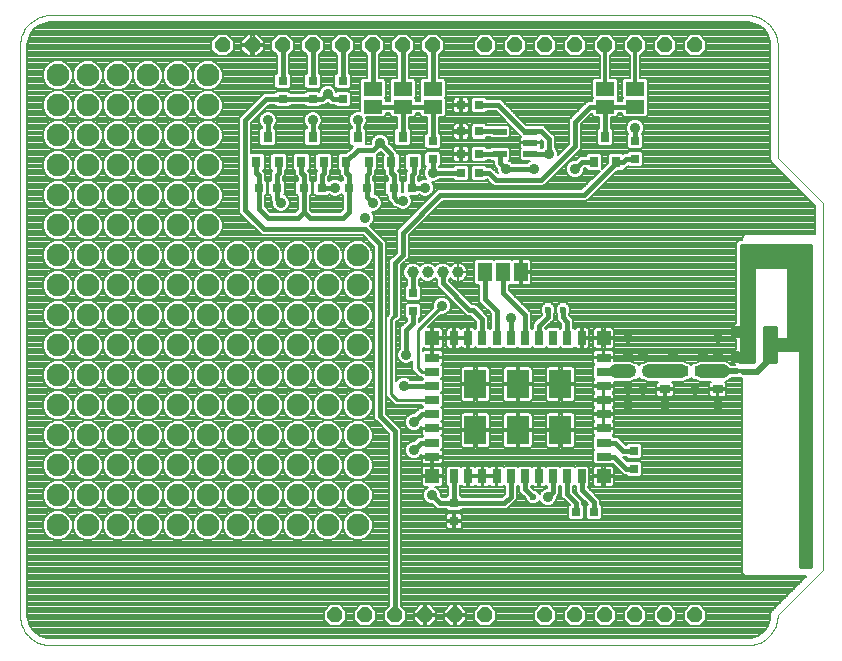
<source format=gtl>
G75*
G70*
%OFA0B0*%
%FSLAX24Y24*%
%IPPOS*%
%LPD*%
%AMOC8*
5,1,8,0,0,1.08239X$1,22.5*
%
%ADD10C,0.0000*%
%ADD11OC8,0.0500*%
%ADD12R,0.0748X0.0945*%
%ADD13R,0.0472X0.0472*%
%ADD14R,0.0276X0.0472*%
%ADD15R,0.0472X0.0276*%
%ADD16R,0.0300X0.0300*%
%ADD17R,0.0354X0.0276*%
%ADD18R,0.0276X0.0354*%
%ADD19R,0.0630X0.0460*%
%ADD20R,0.0315X0.0354*%
%ADD21R,0.0472X0.0217*%
%ADD22C,0.0236*%
%ADD23R,0.0460X0.0630*%
%ADD24C,0.0394*%
%ADD25R,0.0394X0.0181*%
%ADD26R,0.0291X0.0398*%
%ADD27C,0.0098*%
%ADD28C,0.0080*%
%ADD29C,0.0357*%
%ADD30C,0.0160*%
%ADD31C,0.0185*%
%ADD32C,0.0450*%
%ADD33C,0.0120*%
%ADD34C,0.0280*%
%ADD35C,0.0260*%
%ADD36C,0.0100*%
%ADD37C,0.0760*%
D10*
X001390Y000390D02*
X024640Y000390D01*
X024700Y000392D01*
X024761Y000397D01*
X024820Y000406D01*
X024879Y000419D01*
X024938Y000435D01*
X024995Y000455D01*
X025050Y000478D01*
X025105Y000505D01*
X025157Y000534D01*
X025208Y000567D01*
X025257Y000603D01*
X025303Y000641D01*
X025347Y000683D01*
X025389Y000727D01*
X025427Y000773D01*
X025463Y000822D01*
X025496Y000873D01*
X025525Y000925D01*
X025552Y000980D01*
X025575Y001035D01*
X025595Y001092D01*
X025611Y001151D01*
X025624Y001210D01*
X025633Y001269D01*
X025638Y001330D01*
X025640Y001390D01*
X027140Y002890D01*
X027140Y015140D01*
X025640Y016640D01*
X025640Y020390D01*
X025638Y020450D01*
X025633Y020511D01*
X025624Y020570D01*
X025611Y020629D01*
X025595Y020688D01*
X025575Y020745D01*
X025552Y020800D01*
X025525Y020855D01*
X025496Y020907D01*
X025463Y020958D01*
X025427Y021007D01*
X025389Y021053D01*
X025347Y021097D01*
X025303Y021139D01*
X025257Y021177D01*
X025208Y021213D01*
X025157Y021246D01*
X025105Y021275D01*
X025050Y021302D01*
X024995Y021325D01*
X024938Y021345D01*
X024879Y021361D01*
X024820Y021374D01*
X024761Y021383D01*
X024700Y021388D01*
X024640Y021390D01*
X001390Y021390D01*
X001330Y021388D01*
X001269Y021383D01*
X001210Y021374D01*
X001151Y021361D01*
X001092Y021345D01*
X001035Y021325D01*
X000980Y021302D01*
X000925Y021275D01*
X000873Y021246D01*
X000822Y021213D01*
X000773Y021177D01*
X000727Y021139D01*
X000683Y021097D01*
X000641Y021053D01*
X000603Y021007D01*
X000567Y020958D01*
X000534Y020907D01*
X000505Y020855D01*
X000478Y020800D01*
X000455Y020745D01*
X000435Y020688D01*
X000419Y020629D01*
X000406Y020570D01*
X000397Y020511D01*
X000392Y020450D01*
X000390Y020390D01*
X000390Y001390D01*
X000392Y001330D01*
X000397Y001269D01*
X000406Y001210D01*
X000419Y001151D01*
X000435Y001092D01*
X000455Y001035D01*
X000478Y000980D01*
X000505Y000925D01*
X000534Y000873D01*
X000567Y000822D01*
X000603Y000773D01*
X000641Y000727D01*
X000683Y000683D01*
X000727Y000641D01*
X000773Y000603D01*
X000822Y000567D01*
X000873Y000534D01*
X000925Y000505D01*
X000980Y000478D01*
X001035Y000455D01*
X001092Y000435D01*
X001151Y000419D01*
X001210Y000406D01*
X001269Y000397D01*
X001330Y000392D01*
X001390Y000390D01*
D11*
X010890Y001390D03*
X011890Y001390D03*
X012890Y001390D03*
X013890Y001390D03*
X014890Y001390D03*
X015890Y001390D03*
X017890Y001390D03*
X018890Y001390D03*
X019890Y001390D03*
X020890Y001390D03*
X021890Y001390D03*
X022890Y001390D03*
X022890Y020390D03*
X021890Y020390D03*
X020890Y020390D03*
X019890Y020390D03*
X018890Y020390D03*
X017890Y020390D03*
X016890Y020390D03*
X015890Y020390D03*
X014140Y020390D03*
X013140Y020390D03*
X012140Y020390D03*
X011140Y020390D03*
X010140Y020390D03*
X009140Y020390D03*
X008140Y020390D03*
X007140Y020390D03*
D12*
X015566Y009095D03*
X016984Y009095D03*
X018401Y009095D03*
X018401Y007560D03*
X016984Y007560D03*
X015566Y007560D03*
D13*
X014129Y006024D03*
X014129Y010631D03*
X019838Y010631D03*
X019838Y006024D03*
D14*
X019110Y006024D03*
X018637Y006024D03*
X018165Y006024D03*
X017692Y006024D03*
X017220Y006024D03*
X016748Y006024D03*
X016275Y006024D03*
X015803Y006024D03*
X015330Y006024D03*
X014858Y006024D03*
X014858Y010631D03*
X015330Y010631D03*
X015803Y010631D03*
X016275Y010631D03*
X016748Y010631D03*
X017220Y010631D03*
X017692Y010631D03*
X018165Y010631D03*
X018637Y010631D03*
X019110Y010631D03*
D15*
X019838Y009981D03*
X019838Y009509D03*
X019838Y009036D03*
X019838Y008564D03*
X019838Y008091D03*
X019838Y007619D03*
X019838Y007146D03*
X019838Y006674D03*
X014129Y006674D03*
X014129Y007146D03*
X014129Y007619D03*
X014129Y008091D03*
X014129Y008564D03*
X014129Y009036D03*
X014129Y009509D03*
X014129Y009981D03*
D16*
X013484Y011528D03*
X013484Y012128D03*
X013440Y015640D03*
X012840Y015640D03*
X011940Y015640D03*
X011340Y015640D03*
X010440Y015640D03*
X009840Y015640D03*
X008940Y015640D03*
X008340Y015640D03*
X009140Y018590D03*
X009140Y019190D03*
X010140Y019190D03*
X010140Y018590D03*
X011140Y018590D03*
X011140Y019190D03*
X014140Y017190D03*
X014140Y016590D03*
X015090Y016765D03*
X015690Y016765D03*
X015690Y016140D03*
X015090Y016140D03*
X015090Y017515D03*
X015690Y017515D03*
X015690Y018390D03*
X015090Y018390D03*
X020890Y017190D03*
X020890Y016590D03*
X020859Y006878D03*
X020859Y006278D03*
X019534Y004828D03*
X018934Y004828D03*
X014859Y005128D03*
X014859Y004528D03*
D17*
X021890Y008926D03*
X021890Y009438D03*
X023640Y009438D03*
X023640Y008926D03*
D18*
X023021Y009515D03*
X022509Y009515D03*
X021271Y009515D03*
X020759Y009515D03*
D19*
X020890Y018340D03*
X020890Y018940D03*
X019890Y018940D03*
X019890Y018340D03*
X014140Y018340D03*
X014140Y018940D03*
X013140Y018940D03*
X013140Y018340D03*
X012140Y018340D03*
X012140Y018940D03*
D20*
X011640Y017323D03*
X011266Y016496D03*
X010514Y016496D03*
X009766Y016496D03*
X009014Y016496D03*
X008266Y016496D03*
X008640Y017323D03*
X010140Y017323D03*
X012014Y016496D03*
X012766Y016496D03*
X013514Y016496D03*
X013140Y017323D03*
X019516Y016496D03*
X020264Y016496D03*
X019890Y017323D03*
D21*
X017402Y017140D03*
X017402Y016766D03*
X017402Y017514D03*
X016378Y017514D03*
X016378Y016766D03*
D22*
X017984Y011578D03*
X018484Y011578D03*
X017484Y005328D03*
D23*
X017084Y012828D03*
X016484Y012828D03*
X015884Y012828D03*
D24*
X014984Y012828D03*
X014484Y012828D03*
X013984Y012828D03*
X013484Y012828D03*
D25*
X024288Y009516D03*
D26*
X024236Y009983D03*
X024236Y010847D03*
D27*
X024370Y010858D02*
X024841Y010858D01*
X024841Y010955D02*
X024370Y010955D01*
X024370Y010996D02*
X024431Y010996D01*
X024431Y013742D01*
X026762Y013742D01*
X026762Y002983D01*
X026384Y002983D01*
X026384Y010227D01*
X025577Y010227D01*
X025577Y009833D01*
X025307Y009833D01*
X024949Y009475D01*
X024445Y009475D01*
X024445Y009557D01*
X024910Y009557D01*
X025199Y009847D01*
X025199Y010994D01*
X025577Y010994D01*
X025577Y010601D01*
X025990Y010601D01*
X025990Y012983D01*
X024841Y012983D01*
X024841Y009833D01*
X024355Y009833D01*
X024355Y010130D01*
X024431Y010130D01*
X024431Y010697D01*
X024370Y010697D01*
X024370Y010996D01*
X024431Y011052D02*
X024841Y011052D01*
X024841Y011149D02*
X024431Y011149D01*
X024431Y011246D02*
X024841Y011246D01*
X024841Y011343D02*
X024431Y011343D01*
X024431Y011440D02*
X024841Y011440D01*
X024841Y011536D02*
X024431Y011536D01*
X024431Y011633D02*
X024841Y011633D01*
X024841Y011730D02*
X024431Y011730D01*
X024431Y011827D02*
X024841Y011827D01*
X024841Y011924D02*
X024431Y011924D01*
X024431Y012021D02*
X024841Y012021D01*
X024841Y012118D02*
X024431Y012118D01*
X024431Y012215D02*
X024841Y012215D01*
X024841Y012312D02*
X024431Y012312D01*
X024431Y012409D02*
X024841Y012409D01*
X024841Y012506D02*
X024431Y012506D01*
X024431Y012603D02*
X024841Y012603D01*
X024841Y012700D02*
X024431Y012700D01*
X024431Y012796D02*
X024841Y012796D01*
X024841Y012893D02*
X024431Y012893D01*
X024431Y012990D02*
X026762Y012990D01*
X026762Y012893D02*
X025990Y012893D01*
X025990Y012796D02*
X026762Y012796D01*
X026762Y012700D02*
X025990Y012700D01*
X025990Y012603D02*
X026762Y012603D01*
X026762Y012506D02*
X025990Y012506D01*
X025990Y012409D02*
X026762Y012409D01*
X026762Y012312D02*
X025990Y012312D01*
X025990Y012215D02*
X026762Y012215D01*
X026762Y012118D02*
X025990Y012118D01*
X025990Y012021D02*
X026762Y012021D01*
X026762Y011924D02*
X025990Y011924D01*
X025990Y011827D02*
X026762Y011827D01*
X026762Y011730D02*
X025990Y011730D01*
X025990Y011633D02*
X026762Y011633D01*
X026762Y011536D02*
X025990Y011536D01*
X025990Y011440D02*
X026762Y011440D01*
X026762Y011343D02*
X025990Y011343D01*
X025990Y011246D02*
X026762Y011246D01*
X026762Y011149D02*
X025990Y011149D01*
X025990Y011052D02*
X026762Y011052D01*
X026762Y010955D02*
X025990Y010955D01*
X025990Y010858D02*
X026762Y010858D01*
X026762Y010761D02*
X025990Y010761D01*
X025990Y010664D02*
X026762Y010664D01*
X026762Y010567D02*
X025199Y010567D01*
X025199Y010470D02*
X026762Y010470D01*
X026762Y010373D02*
X025199Y010373D01*
X025199Y010276D02*
X026762Y010276D01*
X026762Y010179D02*
X026384Y010179D01*
X026384Y010083D02*
X026762Y010083D01*
X026762Y009986D02*
X026384Y009986D01*
X026384Y009889D02*
X026762Y009889D01*
X026762Y009792D02*
X026384Y009792D01*
X026384Y009695D02*
X026762Y009695D01*
X026762Y009598D02*
X026384Y009598D01*
X026384Y009501D02*
X026762Y009501D01*
X026762Y009404D02*
X026384Y009404D01*
X026384Y009307D02*
X026762Y009307D01*
X026762Y009210D02*
X026384Y009210D01*
X026384Y009113D02*
X026762Y009113D01*
X026762Y009016D02*
X026384Y009016D01*
X026384Y008919D02*
X026762Y008919D01*
X026762Y008823D02*
X026384Y008823D01*
X026384Y008726D02*
X026762Y008726D01*
X026762Y008629D02*
X026384Y008629D01*
X026384Y008532D02*
X026762Y008532D01*
X026762Y008435D02*
X026384Y008435D01*
X026384Y008338D02*
X026762Y008338D01*
X026762Y008241D02*
X026384Y008241D01*
X026384Y008144D02*
X026762Y008144D01*
X026762Y008047D02*
X026384Y008047D01*
X026384Y007950D02*
X026762Y007950D01*
X026762Y007853D02*
X026384Y007853D01*
X026384Y007756D02*
X026762Y007756D01*
X026762Y007659D02*
X026384Y007659D01*
X026384Y007562D02*
X026762Y007562D01*
X026762Y007466D02*
X026384Y007466D01*
X026384Y007369D02*
X026762Y007369D01*
X026762Y007272D02*
X026384Y007272D01*
X026384Y007175D02*
X026762Y007175D01*
X026762Y007078D02*
X026384Y007078D01*
X026384Y006981D02*
X026762Y006981D01*
X026762Y006884D02*
X026384Y006884D01*
X026384Y006787D02*
X026762Y006787D01*
X026762Y006690D02*
X026384Y006690D01*
X026384Y006593D02*
X026762Y006593D01*
X026762Y006496D02*
X026384Y006496D01*
X026384Y006399D02*
X026762Y006399D01*
X026762Y006302D02*
X026384Y006302D01*
X026384Y006206D02*
X026762Y006206D01*
X026762Y006109D02*
X026384Y006109D01*
X026384Y006012D02*
X026762Y006012D01*
X026762Y005915D02*
X026384Y005915D01*
X026384Y005818D02*
X026762Y005818D01*
X026762Y005721D02*
X026384Y005721D01*
X026384Y005624D02*
X026762Y005624D01*
X026762Y005527D02*
X026384Y005527D01*
X026384Y005430D02*
X026762Y005430D01*
X026762Y005333D02*
X026384Y005333D01*
X026384Y005236D02*
X026762Y005236D01*
X026762Y005139D02*
X026384Y005139D01*
X026384Y005042D02*
X026762Y005042D01*
X026762Y004945D02*
X026384Y004945D01*
X026384Y004849D02*
X026762Y004849D01*
X026762Y004752D02*
X026384Y004752D01*
X026384Y004655D02*
X026762Y004655D01*
X026762Y004558D02*
X026384Y004558D01*
X026384Y004461D02*
X026762Y004461D01*
X026762Y004364D02*
X026384Y004364D01*
X026384Y004267D02*
X026762Y004267D01*
X026762Y004170D02*
X026384Y004170D01*
X026384Y004073D02*
X026762Y004073D01*
X026762Y003976D02*
X026384Y003976D01*
X026384Y003879D02*
X026762Y003879D01*
X026762Y003782D02*
X026384Y003782D01*
X026384Y003685D02*
X026762Y003685D01*
X026762Y003589D02*
X026384Y003589D01*
X026384Y003492D02*
X026762Y003492D01*
X026762Y003395D02*
X026384Y003395D01*
X026384Y003298D02*
X026762Y003298D01*
X026762Y003201D02*
X026384Y003201D01*
X026384Y003104D02*
X026762Y003104D01*
X026762Y003007D02*
X026384Y003007D01*
X024975Y009501D02*
X024445Y009501D01*
X024355Y009889D02*
X024841Y009889D01*
X024841Y009986D02*
X024355Y009986D01*
X024355Y010083D02*
X024841Y010083D01*
X024841Y010179D02*
X024431Y010179D01*
X024431Y010276D02*
X024841Y010276D01*
X024841Y010373D02*
X024431Y010373D01*
X024431Y010470D02*
X024841Y010470D01*
X024841Y010567D02*
X024431Y010567D01*
X024431Y010664D02*
X024841Y010664D01*
X024841Y010761D02*
X024370Y010761D01*
X025199Y010761D02*
X025577Y010761D01*
X025577Y010664D02*
X025199Y010664D01*
X025199Y010858D02*
X025577Y010858D01*
X025577Y010955D02*
X025199Y010955D01*
X025199Y010179D02*
X025577Y010179D01*
X025577Y010083D02*
X025199Y010083D01*
X025199Y009986D02*
X025577Y009986D01*
X025577Y009889D02*
X025199Y009889D01*
X025144Y009792D02*
X025266Y009792D01*
X025169Y009695D02*
X025047Y009695D01*
X025072Y009598D02*
X024950Y009598D01*
X024431Y013087D02*
X026762Y013087D01*
X026762Y013184D02*
X024431Y013184D01*
X024431Y013281D02*
X026762Y013281D01*
X026762Y013378D02*
X024431Y013378D01*
X024431Y013475D02*
X026762Y013475D01*
X026762Y013572D02*
X024431Y013572D01*
X024431Y013669D02*
X026762Y013669D01*
D28*
X000853Y000853D02*
X000713Y001045D01*
X000639Y001271D01*
X000630Y001390D01*
X000630Y020390D01*
X000639Y020509D01*
X000639Y020509D01*
X000713Y020735D01*
X000853Y020927D01*
X001045Y021067D01*
X001271Y021141D01*
X001390Y021150D01*
X024640Y021150D01*
X024759Y021141D01*
X024985Y021067D01*
X025177Y020927D01*
X025317Y020735D01*
X025391Y020509D01*
X025400Y020390D01*
X025400Y016592D01*
X025437Y016504D01*
X026900Y015041D01*
X026900Y014090D01*
X024557Y014090D01*
X024440Y013973D01*
X024440Y013912D01*
X024361Y013912D01*
X024262Y013812D01*
X024262Y011127D01*
X024201Y011066D01*
X018837Y011066D01*
X018837Y010988D02*
X024201Y010988D01*
X024201Y011066D02*
X024201Y010627D01*
X024262Y010566D01*
X024262Y010277D01*
X024185Y010200D01*
X024185Y009763D01*
X024220Y009728D01*
X024102Y009728D01*
X024023Y009807D01*
X023896Y009860D01*
X023040Y009860D01*
X022925Y009812D01*
X022833Y009812D01*
X022765Y009744D01*
X022697Y009812D01*
X022605Y009812D01*
X022490Y009860D01*
X021290Y009860D01*
X021175Y009812D01*
X021083Y009812D01*
X021015Y009744D01*
X020947Y009812D01*
X020855Y009812D01*
X020740Y009860D01*
X020196Y009860D01*
X020194Y009859D01*
X020194Y009952D01*
X019867Y009952D01*
X019867Y010010D01*
X019809Y010010D01*
X019809Y009952D01*
X019482Y009952D01*
X019482Y009827D01*
X019490Y009797D01*
X019506Y009770D01*
X019528Y009747D01*
X019531Y009745D01*
X019482Y009696D01*
X019482Y009321D01*
X019531Y009272D01*
X019528Y009270D01*
X019506Y009248D01*
X019490Y009220D01*
X019482Y009190D01*
X019482Y009065D01*
X019809Y009065D01*
X019809Y009007D01*
X019867Y009007D01*
X019867Y008593D01*
X019809Y008593D01*
X019809Y008822D01*
X019809Y009007D01*
X019482Y009007D01*
X019482Y008883D01*
X019490Y008852D01*
X019506Y008825D01*
X019528Y008802D01*
X019532Y008800D01*
X019528Y008798D01*
X019506Y008775D01*
X019490Y008748D01*
X019482Y008717D01*
X019482Y008593D01*
X019809Y008593D01*
X019809Y008535D01*
X019482Y008535D01*
X019482Y008410D01*
X019490Y008380D01*
X019506Y008352D01*
X019528Y008330D01*
X019532Y008328D01*
X019528Y008325D01*
X019506Y008303D01*
X019490Y008275D01*
X019482Y008245D01*
X019482Y008120D01*
X019809Y008120D01*
X019809Y008062D01*
X019867Y008062D01*
X019867Y007648D01*
X019809Y007648D01*
X019809Y007877D01*
X019809Y008062D01*
X019482Y008062D01*
X019482Y007938D01*
X019490Y007907D01*
X019506Y007880D01*
X019528Y007857D01*
X019532Y007855D01*
X019528Y007853D01*
X019506Y007830D01*
X019490Y007803D01*
X019482Y007772D01*
X019482Y007648D01*
X019809Y007648D01*
X019809Y007590D01*
X019482Y007590D01*
X019482Y007465D01*
X019490Y007435D01*
X019506Y007407D01*
X019528Y007385D01*
X019531Y007383D01*
X019482Y007334D01*
X019482Y006959D01*
X019531Y006910D01*
X019482Y006861D01*
X019482Y006486D01*
X019552Y006416D01*
X020124Y006416D01*
X020149Y006442D01*
X020396Y006195D01*
X020513Y006078D01*
X020589Y006078D01*
X020659Y006008D01*
X021058Y006008D01*
X021129Y006078D01*
X021129Y006477D01*
X021058Y006547D01*
X020659Y006547D01*
X020634Y006523D01*
X020479Y006678D01*
X020589Y006678D01*
X020659Y006608D01*
X021058Y006608D01*
X021129Y006678D01*
X021129Y007077D01*
X021058Y007147D01*
X020659Y007147D01*
X020589Y007077D01*
X020579Y007077D01*
X020310Y007346D01*
X020182Y007346D01*
X020145Y007383D01*
X020148Y007385D01*
X020170Y007407D01*
X020186Y007435D01*
X020194Y007465D01*
X020194Y007590D01*
X019867Y007590D01*
X019867Y007648D01*
X020194Y007648D01*
X020194Y007772D01*
X020186Y007803D01*
X020170Y007830D01*
X020148Y007853D01*
X020144Y007855D01*
X020148Y007857D01*
X020170Y007880D01*
X020186Y007907D01*
X020194Y007938D01*
X020194Y008062D01*
X019867Y008062D01*
X019867Y008120D01*
X020194Y008120D01*
X020194Y008245D01*
X020186Y008275D01*
X020170Y008303D01*
X020148Y008325D01*
X020144Y008328D01*
X020148Y008330D01*
X020170Y008352D01*
X020186Y008380D01*
X020194Y008410D01*
X020194Y008535D01*
X019867Y008535D01*
X019867Y008593D01*
X020194Y008593D01*
X020194Y008717D01*
X020186Y008748D01*
X020170Y008775D01*
X020148Y008798D01*
X020144Y008800D01*
X020148Y008802D01*
X020170Y008825D01*
X020186Y008852D01*
X020194Y008883D01*
X020194Y009007D01*
X019867Y009007D01*
X019867Y009065D01*
X020194Y009065D01*
X020194Y009171D01*
X020196Y009170D01*
X020740Y009170D01*
X020855Y009218D01*
X020947Y009218D01*
X021015Y009286D01*
X021083Y009218D01*
X021175Y009218D01*
X021290Y009170D01*
X021657Y009170D01*
X021639Y009160D01*
X021617Y009137D01*
X021601Y009110D01*
X021593Y009080D01*
X021593Y008955D01*
X021861Y008955D01*
X021861Y008897D01*
X021593Y008897D01*
X021593Y008772D01*
X021601Y008742D01*
X021617Y008714D01*
X021639Y008692D01*
X021667Y008676D01*
X021697Y008668D01*
X021861Y008668D01*
X021861Y008897D01*
X021919Y008897D01*
X021919Y008955D01*
X022187Y008955D01*
X022187Y009080D01*
X022179Y009110D01*
X022163Y009137D01*
X022141Y009160D01*
X022123Y009170D01*
X022490Y009170D01*
X022605Y009218D01*
X022697Y009218D01*
X022765Y009286D01*
X022833Y009218D01*
X022925Y009218D01*
X023040Y009170D01*
X023407Y009170D01*
X023389Y009160D01*
X023367Y009137D01*
X023351Y009110D01*
X023343Y009080D01*
X023343Y008955D01*
X023611Y008955D01*
X023611Y008897D01*
X023343Y008897D01*
X023343Y008772D01*
X023351Y008742D01*
X023367Y008714D01*
X023389Y008692D01*
X023417Y008676D01*
X023447Y008668D01*
X023611Y008668D01*
X023611Y008897D01*
X023669Y008897D01*
X023669Y008955D01*
X023937Y008955D01*
X023937Y009080D01*
X023929Y009110D01*
X023913Y009137D01*
X023891Y009160D01*
X023873Y009170D01*
X023896Y009170D01*
X024023Y009223D01*
X024104Y009303D01*
X024376Y009303D01*
X024378Y009305D01*
X024440Y009305D01*
X024440Y002807D01*
X024557Y002690D01*
X026601Y002690D01*
X025504Y001593D01*
X025437Y001526D01*
X025400Y001438D01*
X025400Y001390D01*
X025391Y001271D01*
X025317Y001045D01*
X025177Y000853D01*
X024985Y000713D01*
X024759Y000639D01*
X024640Y000630D01*
X001390Y000630D01*
X001271Y000639D01*
X001045Y000713D01*
X000853Y000853D01*
X000846Y000861D02*
X025184Y000861D01*
X025241Y000940D02*
X000789Y000940D01*
X000732Y001018D02*
X025298Y001018D01*
X025334Y001097D02*
X023120Y001097D01*
X023043Y001020D02*
X022737Y001020D01*
X022520Y001237D01*
X022520Y001543D01*
X022737Y001760D01*
X023043Y001760D01*
X023260Y001543D01*
X023260Y001237D01*
X023043Y001020D01*
X023198Y001175D02*
X025359Y001175D01*
X025385Y001254D02*
X023260Y001254D01*
X023260Y001332D02*
X025395Y001332D01*
X025400Y001411D02*
X023260Y001411D01*
X023260Y001489D02*
X025421Y001489D01*
X025478Y001568D02*
X023236Y001568D01*
X023157Y001646D02*
X025557Y001646D01*
X025504Y001593D02*
X025504Y001593D01*
X025635Y001725D02*
X023079Y001725D01*
X022701Y001725D02*
X022079Y001725D01*
X022043Y001760D02*
X022260Y001543D01*
X022260Y001237D01*
X022043Y001020D01*
X021737Y001020D01*
X021520Y001237D01*
X021520Y001543D01*
X021737Y001760D01*
X022043Y001760D01*
X022157Y001646D02*
X022623Y001646D01*
X022544Y001568D02*
X022236Y001568D01*
X022260Y001489D02*
X022520Y001489D01*
X022520Y001411D02*
X022260Y001411D01*
X022260Y001332D02*
X022520Y001332D01*
X022520Y001254D02*
X022260Y001254D01*
X022198Y001175D02*
X022582Y001175D01*
X022660Y001097D02*
X022120Y001097D01*
X021660Y001097D02*
X021120Y001097D01*
X021043Y001020D02*
X020737Y001020D01*
X020520Y001237D01*
X020520Y001543D01*
X020737Y001760D01*
X021043Y001760D01*
X021260Y001543D01*
X021260Y001237D01*
X021043Y001020D01*
X021198Y001175D02*
X021582Y001175D01*
X021520Y001254D02*
X021260Y001254D01*
X021260Y001332D02*
X021520Y001332D01*
X021520Y001411D02*
X021260Y001411D01*
X021260Y001489D02*
X021520Y001489D01*
X021544Y001568D02*
X021236Y001568D01*
X021157Y001646D02*
X021623Y001646D01*
X021701Y001725D02*
X021079Y001725D01*
X020701Y001725D02*
X020079Y001725D01*
X020043Y001760D02*
X019737Y001760D01*
X019520Y001543D01*
X019520Y001237D01*
X019737Y001020D01*
X020043Y001020D01*
X020260Y001237D01*
X020260Y001543D01*
X020043Y001760D01*
X020157Y001646D02*
X020623Y001646D01*
X020544Y001568D02*
X020236Y001568D01*
X020260Y001489D02*
X020520Y001489D01*
X020520Y001411D02*
X020260Y001411D01*
X020260Y001332D02*
X020520Y001332D01*
X020520Y001254D02*
X020260Y001254D01*
X020198Y001175D02*
X020582Y001175D01*
X020660Y001097D02*
X020120Y001097D01*
X019660Y001097D02*
X019120Y001097D01*
X019043Y001020D02*
X019260Y001237D01*
X019260Y001543D01*
X019043Y001760D01*
X018737Y001760D01*
X018520Y001543D01*
X018520Y001237D01*
X018737Y001020D01*
X019043Y001020D01*
X019198Y001175D02*
X019582Y001175D01*
X019520Y001254D02*
X019260Y001254D01*
X019260Y001332D02*
X019520Y001332D01*
X019520Y001411D02*
X019260Y001411D01*
X019260Y001489D02*
X019520Y001489D01*
X019544Y001568D02*
X019236Y001568D01*
X019157Y001646D02*
X019623Y001646D01*
X019701Y001725D02*
X019079Y001725D01*
X018701Y001725D02*
X018079Y001725D01*
X018043Y001760D02*
X017737Y001760D01*
X017520Y001543D01*
X017520Y001237D01*
X017737Y001020D01*
X018043Y001020D01*
X018260Y001237D01*
X018260Y001543D01*
X018043Y001760D01*
X018157Y001646D02*
X018623Y001646D01*
X018544Y001568D02*
X018236Y001568D01*
X018260Y001489D02*
X018520Y001489D01*
X018520Y001411D02*
X018260Y001411D01*
X018260Y001332D02*
X018520Y001332D01*
X018520Y001254D02*
X018260Y001254D01*
X018198Y001175D02*
X018582Y001175D01*
X018660Y001097D02*
X018120Y001097D01*
X017660Y001097D02*
X016120Y001097D01*
X016043Y001020D02*
X015737Y001020D01*
X015520Y001237D01*
X015520Y001543D01*
X015737Y001760D01*
X016043Y001760D01*
X016260Y001543D01*
X016260Y001237D01*
X016043Y001020D01*
X016198Y001175D02*
X017582Y001175D01*
X017520Y001254D02*
X016260Y001254D01*
X016260Y001332D02*
X017520Y001332D01*
X017520Y001411D02*
X016260Y001411D01*
X016260Y001489D02*
X017520Y001489D01*
X017544Y001568D02*
X016236Y001568D01*
X016157Y001646D02*
X017623Y001646D01*
X017701Y001725D02*
X016079Y001725D01*
X015701Y001725D02*
X015079Y001725D01*
X015043Y001760D02*
X014929Y001760D01*
X014929Y001429D01*
X014851Y001429D01*
X014851Y001760D01*
X014737Y001760D01*
X014520Y001543D01*
X014520Y001429D01*
X014851Y001429D01*
X014851Y001351D01*
X014520Y001351D01*
X014520Y001237D01*
X014737Y001020D01*
X014851Y001020D01*
X014851Y001351D01*
X014929Y001351D01*
X014929Y001429D01*
X015260Y001429D01*
X015260Y001543D01*
X015043Y001760D01*
X014929Y001725D02*
X014851Y001725D01*
X014851Y001646D02*
X014929Y001646D01*
X014929Y001568D02*
X014851Y001568D01*
X014851Y001489D02*
X014929Y001489D01*
X014929Y001411D02*
X015520Y001411D01*
X015520Y001489D02*
X015260Y001489D01*
X015236Y001568D02*
X015544Y001568D01*
X015623Y001646D02*
X015157Y001646D01*
X015260Y001351D02*
X014929Y001351D01*
X014929Y001020D01*
X015043Y001020D01*
X015260Y001237D01*
X015260Y001351D01*
X015260Y001332D02*
X015520Y001332D01*
X015520Y001254D02*
X015260Y001254D01*
X015198Y001175D02*
X015582Y001175D01*
X015660Y001097D02*
X015120Y001097D01*
X014929Y001097D02*
X014851Y001097D01*
X014851Y001175D02*
X014929Y001175D01*
X014929Y001254D02*
X014851Y001254D01*
X014851Y001332D02*
X014929Y001332D01*
X014851Y001411D02*
X013929Y001411D01*
X013929Y001429D02*
X014260Y001429D01*
X014260Y001543D01*
X014043Y001760D01*
X013929Y001760D01*
X013929Y001429D01*
X013851Y001429D01*
X013851Y001760D01*
X013737Y001760D01*
X013520Y001543D01*
X013520Y001429D01*
X013851Y001429D01*
X013851Y001351D01*
X013520Y001351D01*
X013520Y001237D01*
X013737Y001020D01*
X013851Y001020D01*
X013851Y001351D01*
X013929Y001351D01*
X013929Y001429D01*
X013929Y001489D02*
X013851Y001489D01*
X013851Y001411D02*
X013260Y001411D01*
X013260Y001489D02*
X013520Y001489D01*
X013544Y001568D02*
X013236Y001568D01*
X013260Y001543D02*
X013090Y001713D01*
X013090Y007598D01*
X012590Y008098D01*
X012590Y013832D01*
X012090Y014332D01*
X012042Y014380D01*
X012059Y014387D01*
X012143Y014471D01*
X012189Y014581D01*
X012189Y014699D01*
X012143Y014809D01*
X012111Y014841D01*
X012199Y014841D01*
X012309Y014887D01*
X012393Y014971D01*
X012439Y015081D01*
X012439Y015199D01*
X012393Y015309D01*
X012309Y015393D01*
X012206Y015436D01*
X012210Y015440D01*
X012210Y015840D01*
X012140Y015910D01*
X012140Y015982D01*
X012215Y016057D01*
X012215Y016199D01*
X012221Y016199D01*
X012291Y016269D01*
X012291Y016723D01*
X012274Y016741D01*
X012374Y016841D01*
X012406Y016841D01*
X012506Y016741D01*
X012489Y016723D01*
X012489Y016269D01*
X012559Y016199D01*
X012565Y016199D01*
X012565Y016057D01*
X012640Y015982D01*
X012640Y015910D01*
X012570Y015840D01*
X012570Y015440D01*
X012640Y015370D01*
X012640Y015232D01*
X012753Y015120D01*
X012870Y015003D01*
X012918Y015003D01*
X012971Y014949D01*
X013081Y014904D01*
X013199Y014904D01*
X013309Y014949D01*
X013393Y015033D01*
X013439Y015143D01*
X013439Y015262D01*
X013394Y015370D01*
X013640Y015370D01*
X013689Y015419D01*
X013721Y015387D01*
X013831Y015341D01*
X013949Y015341D01*
X014059Y015387D01*
X014143Y015471D01*
X014189Y015581D01*
X014189Y015699D01*
X014143Y015809D01*
X014111Y015841D01*
X014199Y015841D01*
X014309Y015887D01*
X014362Y015940D01*
X014820Y015940D01*
X014890Y015870D01*
X015290Y015870D01*
X015360Y015940D01*
X015360Y016340D01*
X015290Y016410D01*
X014890Y016410D01*
X014820Y016340D01*
X014362Y016340D01*
X014361Y016341D01*
X014410Y016390D01*
X014410Y016790D01*
X014340Y016860D01*
X013940Y016860D01*
X013870Y016790D01*
X013870Y016390D01*
X013919Y016341D01*
X013887Y016309D01*
X013841Y016199D01*
X013841Y016081D01*
X013887Y015971D01*
X013919Y015939D01*
X013831Y015939D01*
X013721Y015893D01*
X013689Y015861D01*
X013640Y015910D01*
X013640Y015982D01*
X013715Y016057D01*
X013715Y016199D01*
X013721Y016199D01*
X013791Y016269D01*
X013791Y016723D01*
X013721Y016793D01*
X013307Y016793D01*
X013237Y016723D01*
X013237Y016269D01*
X013299Y016207D01*
X013240Y016148D01*
X013240Y015910D01*
X013170Y015840D01*
X013170Y015501D01*
X013110Y015501D01*
X013110Y015840D01*
X013040Y015910D01*
X013040Y016148D01*
X012981Y016207D01*
X013043Y016269D01*
X013043Y016723D01*
X012973Y016793D01*
X012966Y016793D01*
X012966Y016847D01*
X012689Y017124D01*
X012689Y017199D01*
X012643Y017309D01*
X012559Y017393D01*
X012449Y017439D01*
X012331Y017439D01*
X012221Y017393D01*
X012137Y017309D01*
X012091Y017199D01*
X012091Y017124D01*
X012057Y017090D01*
X011911Y017090D01*
X011917Y017096D01*
X011917Y017550D01*
X011847Y017620D01*
X011840Y017620D01*
X011840Y017668D01*
X011893Y017721D01*
X011939Y017831D01*
X011939Y017949D01*
X011922Y017990D01*
X012505Y017990D01*
X012575Y018060D01*
X012575Y018140D01*
X012705Y018140D01*
X012705Y018060D01*
X012775Y017990D01*
X012940Y017990D01*
X012940Y017620D01*
X012933Y017620D01*
X012863Y017550D01*
X012863Y017096D01*
X012933Y017026D01*
X013347Y017026D01*
X013417Y017096D01*
X013417Y017550D01*
X013347Y017620D01*
X013340Y017620D01*
X013340Y017990D01*
X013505Y017990D01*
X013575Y018060D01*
X013575Y018140D01*
X013705Y018140D01*
X013705Y018060D01*
X013775Y017990D01*
X013940Y017990D01*
X013940Y017460D01*
X013870Y017390D01*
X013870Y016990D01*
X013940Y016920D01*
X014340Y016920D01*
X014410Y016990D01*
X014410Y017390D01*
X014340Y017460D01*
X014340Y017990D01*
X014505Y017990D01*
X014575Y018060D01*
X014575Y018620D01*
X014555Y018640D01*
X014575Y018660D01*
X014575Y019220D01*
X014505Y019290D01*
X014340Y019290D01*
X014340Y020067D01*
X014510Y020237D01*
X014510Y020543D01*
X014293Y020760D01*
X013987Y020760D01*
X013770Y020543D01*
X013770Y020237D01*
X013940Y020067D01*
X013940Y019290D01*
X013775Y019290D01*
X013705Y019220D01*
X013705Y018660D01*
X013725Y018640D01*
X013705Y018620D01*
X013705Y018540D01*
X013575Y018540D01*
X013575Y018620D01*
X013555Y018640D01*
X013575Y018660D01*
X013575Y019220D01*
X013505Y019290D01*
X013340Y019290D01*
X013340Y020067D01*
X013510Y020237D01*
X013510Y020543D01*
X013293Y020760D01*
X012987Y020760D01*
X012770Y020543D01*
X012770Y020237D01*
X012940Y020067D01*
X012940Y019290D01*
X012775Y019290D01*
X012705Y019220D01*
X012705Y018660D01*
X012725Y018640D01*
X012705Y018620D01*
X012705Y018540D01*
X012575Y018540D01*
X012575Y018620D01*
X012555Y018640D01*
X012575Y018660D01*
X012575Y019220D01*
X012505Y019290D01*
X012340Y019290D01*
X012340Y020067D01*
X012510Y020237D01*
X012510Y020543D01*
X012293Y020760D01*
X011987Y020760D01*
X011770Y020543D01*
X011770Y020237D01*
X011940Y020067D01*
X011940Y019290D01*
X011775Y019290D01*
X011705Y019220D01*
X011705Y018660D01*
X011725Y018640D01*
X011705Y018620D01*
X011705Y018186D01*
X011699Y018189D01*
X011581Y018189D01*
X011471Y018143D01*
X011387Y018059D01*
X011341Y017949D01*
X011341Y017831D01*
X011387Y017721D01*
X011440Y017668D01*
X011440Y017620D01*
X011433Y017620D01*
X011363Y017550D01*
X011363Y017096D01*
X011433Y017026D01*
X011493Y017026D01*
X011440Y016973D01*
X011261Y016793D01*
X011059Y016793D01*
X010989Y016723D01*
X010989Y016269D01*
X011059Y016199D01*
X011065Y016199D01*
X011065Y016057D01*
X011140Y015982D01*
X011140Y015910D01*
X011091Y015861D01*
X011059Y015893D01*
X010949Y015939D01*
X010831Y015939D01*
X010721Y015893D01*
X010689Y015861D01*
X010640Y015910D01*
X010640Y015982D01*
X010715Y016057D01*
X010715Y016199D01*
X010721Y016199D01*
X010791Y016269D01*
X010791Y016723D01*
X010721Y016793D01*
X010307Y016793D01*
X010237Y016723D01*
X010237Y016269D01*
X010299Y016207D01*
X010240Y016148D01*
X010240Y015910D01*
X010170Y015840D01*
X010170Y015440D01*
X010240Y015370D01*
X010640Y015370D01*
X010689Y015419D01*
X010721Y015387D01*
X010831Y015341D01*
X010949Y015341D01*
X011059Y015387D01*
X011091Y015419D01*
X011140Y015370D01*
X011140Y014923D01*
X011057Y014840D01*
X010123Y014840D01*
X010040Y014923D01*
X010040Y015370D01*
X010110Y015440D01*
X010110Y015840D01*
X010040Y015910D01*
X010040Y016148D01*
X009981Y016207D01*
X010043Y016269D01*
X010043Y016723D01*
X009973Y016793D01*
X009559Y016793D01*
X009489Y016723D01*
X009489Y016269D01*
X009559Y016199D01*
X009565Y016199D01*
X009565Y016057D01*
X009640Y015982D01*
X009640Y015910D01*
X009570Y015840D01*
X009570Y015440D01*
X009640Y015370D01*
X009640Y014923D01*
X009557Y014840D01*
X008723Y014840D01*
X008540Y015023D01*
X008540Y015370D01*
X008610Y015440D01*
X008610Y015840D01*
X008540Y015910D01*
X008540Y016148D01*
X008481Y016207D01*
X008543Y016269D01*
X008543Y016723D01*
X008473Y016793D01*
X008090Y016793D01*
X008090Y017807D01*
X008673Y018390D01*
X008870Y018390D01*
X008940Y018320D01*
X009340Y018320D01*
X009410Y018390D01*
X009870Y018390D01*
X009940Y018320D01*
X010340Y018320D01*
X010410Y018390D01*
X010548Y018390D01*
X010624Y018466D01*
X010656Y018466D01*
X010732Y018390D01*
X010870Y018390D01*
X010940Y018320D01*
X011340Y018320D01*
X011410Y018390D01*
X011410Y018790D01*
X011340Y018860D01*
X010940Y018860D01*
X010929Y018848D01*
X010893Y018934D01*
X010809Y019018D01*
X010699Y019064D01*
X010581Y019064D01*
X010471Y019018D01*
X010387Y018934D01*
X010351Y018848D01*
X010340Y018860D01*
X009940Y018860D01*
X009870Y018790D01*
X009410Y018790D01*
X009340Y018860D01*
X008940Y018860D01*
X008870Y018790D01*
X008507Y018790D01*
X008390Y018673D01*
X007690Y017973D01*
X007690Y014807D01*
X008448Y014049D01*
X011807Y014049D01*
X012190Y013667D01*
X012190Y007932D01*
X012307Y007815D01*
X012690Y007432D01*
X012690Y001713D01*
X012520Y001543D01*
X012520Y001237D01*
X012737Y001020D01*
X013043Y001020D01*
X013260Y001237D01*
X013260Y001543D01*
X013157Y001646D02*
X013623Y001646D01*
X013701Y001725D02*
X013090Y001725D01*
X013090Y001803D02*
X025714Y001803D01*
X025792Y001882D02*
X013090Y001882D01*
X013090Y001960D02*
X025871Y001960D01*
X025949Y002039D02*
X013090Y002039D01*
X013090Y002117D02*
X026028Y002117D01*
X026106Y002196D02*
X013090Y002196D01*
X013090Y002274D02*
X026185Y002274D01*
X026263Y002353D02*
X013090Y002353D01*
X013090Y002431D02*
X026342Y002431D01*
X026420Y002510D02*
X013090Y002510D01*
X013090Y002588D02*
X026499Y002588D01*
X026577Y002667D02*
X013090Y002667D01*
X013090Y002745D02*
X024502Y002745D01*
X024440Y002824D02*
X013090Y002824D01*
X013090Y002902D02*
X024440Y002902D01*
X024440Y002981D02*
X013090Y002981D01*
X013090Y003059D02*
X024440Y003059D01*
X024440Y003138D02*
X013090Y003138D01*
X013090Y003216D02*
X024440Y003216D01*
X024440Y003295D02*
X013090Y003295D01*
X013090Y003373D02*
X024440Y003373D01*
X024440Y003452D02*
X013090Y003452D01*
X013090Y003530D02*
X024440Y003530D01*
X024440Y003609D02*
X013090Y003609D01*
X013090Y003687D02*
X024440Y003687D01*
X024440Y003766D02*
X013090Y003766D01*
X013090Y003844D02*
X024440Y003844D01*
X024440Y003923D02*
X013090Y003923D01*
X013090Y004001D02*
X024440Y004001D01*
X024440Y004080D02*
X013090Y004080D01*
X013090Y004158D02*
X024440Y004158D01*
X024440Y004237D02*
X013090Y004237D01*
X013090Y004315D02*
X014606Y004315D01*
X014613Y004304D02*
X014635Y004281D01*
X014662Y004266D01*
X014693Y004258D01*
X014824Y004258D01*
X014824Y004492D01*
X014894Y004492D01*
X014894Y004257D01*
X015025Y004258D01*
X015055Y004266D01*
X015082Y004281D01*
X015105Y004304D01*
X015121Y004331D01*
X015129Y004362D01*
X015129Y004492D01*
X014894Y004492D01*
X014894Y004563D01*
X014824Y004563D01*
X014824Y004797D01*
X014693Y004797D01*
X014662Y004789D01*
X014635Y004774D01*
X014613Y004751D01*
X014597Y004724D01*
X014589Y004693D01*
X014589Y004563D01*
X014824Y004563D01*
X014824Y004492D01*
X014589Y004492D01*
X014589Y004362D01*
X014597Y004331D01*
X014613Y004304D01*
X014589Y004394D02*
X013090Y004394D01*
X013090Y004472D02*
X014589Y004472D01*
X014589Y004629D02*
X013090Y004629D01*
X013090Y004551D02*
X014824Y004551D01*
X014894Y004551D02*
X024440Y004551D01*
X024440Y004629D02*
X019804Y004629D01*
X019804Y004628D02*
X019804Y005027D01*
X019734Y005097D01*
X019734Y005235D01*
X019310Y005659D01*
X019310Y005681D01*
X019368Y005738D01*
X019368Y006310D01*
X019297Y006381D01*
X018922Y006381D01*
X018874Y006332D01*
X018825Y006381D01*
X018450Y006381D01*
X018401Y006332D01*
X018352Y006381D01*
X017977Y006381D01*
X017928Y006331D01*
X017926Y006334D01*
X017904Y006357D01*
X017877Y006372D01*
X017846Y006381D01*
X017721Y006381D01*
X017721Y006053D01*
X017664Y006053D01*
X017664Y006381D01*
X017539Y006381D01*
X017508Y006372D01*
X017481Y006357D01*
X017459Y006334D01*
X017457Y006331D01*
X017407Y006381D01*
X017032Y006381D01*
X016984Y006332D01*
X016935Y006381D01*
X016560Y006381D01*
X016511Y006331D01*
X016509Y006334D01*
X016487Y006357D01*
X016459Y006372D01*
X016429Y006381D01*
X016304Y006381D01*
X016304Y006053D01*
X016246Y006053D01*
X016246Y005995D01*
X016304Y005995D01*
X016304Y005668D01*
X016429Y005668D01*
X016459Y005676D01*
X016487Y005692D01*
X016509Y005714D01*
X016511Y005717D01*
X016548Y005681D01*
X016548Y005424D01*
X016451Y005327D01*
X015128Y005327D01*
X015059Y005397D01*
X015059Y005682D01*
X015095Y005717D01*
X015096Y005714D01*
X015119Y005692D01*
X015146Y005676D01*
X015177Y005668D01*
X015301Y005668D01*
X015301Y005995D01*
X015359Y005995D01*
X015359Y005668D01*
X015484Y005668D01*
X015514Y005676D01*
X015542Y005692D01*
X015564Y005714D01*
X015566Y005719D01*
X015569Y005714D01*
X015591Y005692D01*
X015619Y005676D01*
X015649Y005668D01*
X015774Y005668D01*
X015774Y005995D01*
X015832Y005995D01*
X015832Y006053D01*
X016060Y006053D01*
X016246Y006053D01*
X016246Y006381D01*
X016121Y006381D01*
X016091Y006372D01*
X016064Y006357D01*
X016041Y006334D01*
X016039Y006330D01*
X016036Y006334D01*
X016014Y006357D01*
X015987Y006372D01*
X015956Y006381D01*
X015832Y006381D01*
X015832Y006053D01*
X015774Y006053D01*
X015774Y005995D01*
X015359Y005995D01*
X015359Y006053D01*
X015588Y006053D01*
X015774Y006053D01*
X015774Y006381D01*
X015649Y006381D01*
X015619Y006372D01*
X015591Y006357D01*
X015569Y006334D01*
X015566Y006330D01*
X015564Y006334D01*
X015542Y006357D01*
X015514Y006372D01*
X015484Y006381D01*
X015359Y006381D01*
X015359Y006053D01*
X015301Y006053D01*
X015301Y006381D01*
X015177Y006381D01*
X015146Y006372D01*
X015119Y006357D01*
X015096Y006334D01*
X015095Y006331D01*
X015045Y006381D01*
X014670Y006381D01*
X014600Y006310D01*
X014600Y005738D01*
X014659Y005680D01*
X014659Y005397D01*
X014589Y005327D01*
X014454Y005327D01*
X014407Y005374D01*
X014407Y005449D01*
X014362Y005559D01*
X014278Y005643D01*
X014218Y005668D01*
X014381Y005668D01*
X014412Y005676D01*
X014439Y005692D01*
X014462Y005714D01*
X014477Y005742D01*
X014486Y005772D01*
X014486Y005984D01*
X014169Y005984D01*
X014169Y006064D01*
X014089Y006064D01*
X014089Y005984D01*
X013773Y005984D01*
X013773Y005772D01*
X013781Y005742D01*
X013797Y005714D01*
X013820Y005692D01*
X013847Y005676D01*
X013877Y005668D01*
X014000Y005668D01*
X013940Y005643D01*
X013855Y005559D01*
X013810Y005449D01*
X013810Y005331D01*
X013855Y005221D01*
X013940Y005137D01*
X014049Y005091D01*
X014125Y005091D01*
X014288Y004928D01*
X014589Y004928D01*
X014659Y004858D01*
X015058Y004858D01*
X015128Y004928D01*
X016617Y004928D01*
X016830Y005141D01*
X016948Y005258D01*
X016948Y005681D01*
X016984Y005717D01*
X017020Y005681D01*
X017020Y005508D01*
X017246Y005283D01*
X017246Y005229D01*
X017385Y005089D01*
X017582Y005089D01*
X017707Y005214D01*
X017730Y005158D01*
X017815Y005074D01*
X017924Y005029D01*
X018043Y005029D01*
X018153Y005074D01*
X018237Y005158D01*
X018282Y005268D01*
X018282Y005343D01*
X018365Y005426D01*
X018365Y005681D01*
X018401Y005717D01*
X018437Y005681D01*
X018437Y005341D01*
X018554Y005224D01*
X018707Y005071D01*
X018664Y005027D01*
X018664Y004628D01*
X018734Y004558D01*
X019133Y004558D01*
X019204Y004628D01*
X019204Y005027D01*
X019134Y005097D01*
X019134Y005210D01*
X018837Y005507D01*
X018837Y005681D01*
X018874Y005717D01*
X018910Y005681D01*
X018910Y005494D01*
X019027Y005377D01*
X019320Y005083D01*
X019264Y005027D01*
X019264Y004628D01*
X019334Y004558D01*
X019733Y004558D01*
X019804Y004628D01*
X019804Y004708D02*
X024440Y004708D01*
X024440Y004786D02*
X019804Y004786D01*
X019804Y004865D02*
X024440Y004865D01*
X024440Y004943D02*
X019804Y004943D01*
X019804Y005022D02*
X024440Y005022D01*
X024440Y005100D02*
X019734Y005100D01*
X019734Y005179D02*
X024440Y005179D01*
X024440Y005257D02*
X019712Y005257D01*
X019634Y005336D02*
X024440Y005336D01*
X024440Y005414D02*
X019555Y005414D01*
X019477Y005493D02*
X024440Y005493D01*
X024440Y005571D02*
X019398Y005571D01*
X019320Y005650D02*
X024440Y005650D01*
X024440Y005728D02*
X020178Y005728D01*
X020170Y005714D02*
X020186Y005742D01*
X020194Y005772D01*
X020194Y005984D01*
X019878Y005984D01*
X019878Y005668D01*
X020090Y005668D01*
X020121Y005676D01*
X020148Y005692D01*
X020170Y005714D01*
X020194Y005807D02*
X024440Y005807D01*
X024440Y005885D02*
X020194Y005885D01*
X020194Y005964D02*
X024440Y005964D01*
X024440Y006042D02*
X021093Y006042D01*
X021129Y006121D02*
X024440Y006121D01*
X024440Y006199D02*
X021129Y006199D01*
X021129Y006278D02*
X024440Y006278D01*
X024440Y006356D02*
X021129Y006356D01*
X021129Y006435D02*
X024440Y006435D01*
X024440Y006513D02*
X021093Y006513D01*
X021121Y006670D02*
X024440Y006670D01*
X024440Y006592D02*
X020565Y006592D01*
X020597Y006670D02*
X020487Y006670D01*
X020235Y006356D02*
X020149Y006356D01*
X020148Y006357D02*
X020121Y006372D01*
X020090Y006381D01*
X019878Y006381D01*
X019878Y006064D01*
X020194Y006064D01*
X020194Y006276D01*
X020186Y006307D01*
X020170Y006334D01*
X020148Y006357D01*
X020142Y006435D02*
X020156Y006435D01*
X020194Y006278D02*
X020313Y006278D01*
X020392Y006199D02*
X020194Y006199D01*
X020194Y006121D02*
X020470Y006121D01*
X020625Y006042D02*
X019878Y006042D01*
X019878Y006064D02*
X019878Y005984D01*
X019798Y005984D01*
X019798Y005668D01*
X019586Y005668D01*
X019556Y005676D01*
X019528Y005692D01*
X019506Y005714D01*
X019490Y005742D01*
X019482Y005772D01*
X019482Y005984D01*
X019798Y005984D01*
X019798Y006064D01*
X019482Y006064D01*
X019482Y006276D01*
X019490Y006307D01*
X019506Y006334D01*
X019528Y006357D01*
X019556Y006372D01*
X019586Y006381D01*
X019798Y006381D01*
X019798Y006064D01*
X019878Y006064D01*
X019878Y006121D02*
X019798Y006121D01*
X019798Y006199D02*
X019878Y006199D01*
X019878Y006278D02*
X019798Y006278D01*
X019798Y006356D02*
X019878Y006356D01*
X019798Y006042D02*
X019368Y006042D01*
X019368Y005964D02*
X019482Y005964D01*
X019482Y005885D02*
X019368Y005885D01*
X019368Y005807D02*
X019482Y005807D01*
X019498Y005728D02*
X019357Y005728D01*
X019798Y005728D02*
X019878Y005728D01*
X019878Y005807D02*
X019798Y005807D01*
X019798Y005885D02*
X019878Y005885D01*
X019878Y005964D02*
X019798Y005964D01*
X019482Y006121D02*
X019368Y006121D01*
X019368Y006199D02*
X019482Y006199D01*
X019482Y006278D02*
X019368Y006278D01*
X019322Y006356D02*
X019528Y006356D01*
X019534Y006435D02*
X014430Y006435D01*
X014439Y006440D02*
X014462Y006462D01*
X014477Y006490D01*
X014486Y006520D01*
X014486Y006645D01*
X014158Y006645D01*
X014158Y006416D01*
X014381Y006416D01*
X014412Y006424D01*
X014439Y006440D01*
X014412Y006372D02*
X014381Y006381D01*
X014169Y006381D01*
X014169Y006064D01*
X014486Y006064D01*
X014486Y006276D01*
X014477Y006307D01*
X014462Y006334D01*
X014439Y006357D01*
X014412Y006372D01*
X014440Y006356D02*
X014646Y006356D01*
X014600Y006278D02*
X014485Y006278D01*
X014486Y006199D02*
X014600Y006199D01*
X014600Y006121D02*
X014486Y006121D01*
X014600Y006042D02*
X014169Y006042D01*
X014169Y006121D02*
X014089Y006121D01*
X014089Y006064D02*
X014089Y006381D01*
X013877Y006381D01*
X013847Y006372D01*
X013820Y006357D01*
X013797Y006334D01*
X013781Y006307D01*
X013773Y006276D01*
X013773Y006064D01*
X014089Y006064D01*
X014089Y006042D02*
X013090Y006042D01*
X013090Y005964D02*
X013773Y005964D01*
X013773Y005885D02*
X013090Y005885D01*
X013090Y005807D02*
X013773Y005807D01*
X013789Y005728D02*
X013090Y005728D01*
X013090Y005650D02*
X013955Y005650D01*
X013867Y005571D02*
X013090Y005571D01*
X013090Y005493D02*
X013828Y005493D01*
X013810Y005414D02*
X013090Y005414D01*
X013090Y005336D02*
X013810Y005336D01*
X013840Y005257D02*
X013090Y005257D01*
X013090Y005179D02*
X013898Y005179D01*
X014028Y005100D02*
X013090Y005100D01*
X013090Y005022D02*
X014194Y005022D01*
X014273Y004943D02*
X013090Y004943D01*
X013090Y004865D02*
X014652Y004865D01*
X014657Y004786D02*
X013090Y004786D01*
X013090Y004708D02*
X014593Y004708D01*
X014824Y004708D02*
X014894Y004708D01*
X014894Y004786D02*
X014824Y004786D01*
X014894Y004797D02*
X014894Y004563D01*
X015129Y004563D01*
X015129Y004693D01*
X015121Y004724D01*
X015105Y004751D01*
X015082Y004774D01*
X015055Y004789D01*
X015025Y004797D01*
X014894Y004797D01*
X015061Y004786D02*
X018664Y004786D01*
X018664Y004708D02*
X015125Y004708D01*
X015129Y004629D02*
X018664Y004629D01*
X018664Y004865D02*
X015065Y004865D01*
X014894Y004629D02*
X014824Y004629D01*
X014824Y004472D02*
X014894Y004472D01*
X014894Y004394D02*
X014824Y004394D01*
X014824Y004315D02*
X014894Y004315D01*
X015111Y004315D02*
X024440Y004315D01*
X024440Y004394D02*
X015129Y004394D01*
X015129Y004472D02*
X024440Y004472D01*
X024440Y006749D02*
X021129Y006749D01*
X021129Y006827D02*
X024440Y006827D01*
X024440Y006906D02*
X021129Y006906D01*
X021129Y006984D02*
X024440Y006984D01*
X024440Y007063D02*
X021129Y007063D01*
X021065Y007141D02*
X024440Y007141D01*
X024440Y007220D02*
X020437Y007220D01*
X020359Y007298D02*
X024440Y007298D01*
X024440Y007377D02*
X020152Y007377D01*
X020192Y007455D02*
X024440Y007455D01*
X024440Y007534D02*
X020194Y007534D01*
X020194Y007691D02*
X024440Y007691D01*
X024440Y007769D02*
X020194Y007769D01*
X020153Y007848D02*
X024440Y007848D01*
X024440Y007926D02*
X020191Y007926D01*
X020194Y008005D02*
X024440Y008005D01*
X024440Y008083D02*
X019867Y008083D01*
X019867Y008120D02*
X019809Y008120D01*
X019809Y008349D01*
X019809Y008535D01*
X019867Y008535D01*
X019867Y008120D01*
X019867Y008162D02*
X019809Y008162D01*
X019809Y008240D02*
X019867Y008240D01*
X019867Y008319D02*
X019809Y008319D01*
X019809Y008397D02*
X019867Y008397D01*
X019867Y008476D02*
X019809Y008476D01*
X019809Y008554D02*
X018874Y008554D01*
X018871Y008549D02*
X018887Y008576D01*
X018895Y008607D01*
X018895Y009055D01*
X018441Y009055D01*
X018441Y008503D01*
X018791Y008503D01*
X018821Y008511D01*
X018849Y008527D01*
X018871Y008549D01*
X018895Y008633D02*
X019482Y008633D01*
X019482Y008711D02*
X018895Y008711D01*
X018895Y008790D02*
X019520Y008790D01*
X019486Y008868D02*
X018895Y008868D01*
X018895Y008947D02*
X019482Y008947D01*
X019482Y009104D02*
X018441Y009104D01*
X018441Y009135D02*
X018895Y009135D01*
X018895Y009583D01*
X018887Y009614D01*
X018871Y009641D01*
X018849Y009664D01*
X018821Y009679D01*
X018791Y009688D01*
X018441Y009688D01*
X018441Y009135D01*
X018441Y009055D01*
X018361Y009055D01*
X018361Y008503D01*
X018011Y008503D01*
X017981Y008511D01*
X017953Y008527D01*
X017931Y008549D01*
X017915Y008576D01*
X017907Y008607D01*
X017907Y009055D01*
X018361Y009055D01*
X018361Y009135D01*
X017907Y009135D01*
X017907Y009583D01*
X017915Y009614D01*
X017931Y009641D01*
X017953Y009664D01*
X017981Y009679D01*
X018011Y009688D01*
X018361Y009688D01*
X018361Y009135D01*
X018441Y009135D01*
X018441Y009182D02*
X018361Y009182D01*
X018361Y009104D02*
X017024Y009104D01*
X017024Y009135D02*
X017478Y009135D01*
X017478Y009583D01*
X017470Y009614D01*
X017454Y009641D01*
X017431Y009664D01*
X017404Y009679D01*
X017374Y009688D01*
X017024Y009688D01*
X017024Y009135D01*
X017024Y009055D01*
X017478Y009055D01*
X017478Y008607D01*
X017470Y008576D01*
X017454Y008549D01*
X017431Y008527D01*
X017404Y008511D01*
X017374Y008503D01*
X017024Y008503D01*
X017024Y009055D01*
X016944Y009055D01*
X016944Y008503D01*
X016594Y008503D01*
X016563Y008511D01*
X016536Y008527D01*
X016514Y008549D01*
X016498Y008576D01*
X016490Y008607D01*
X016490Y009055D01*
X016944Y009055D01*
X016944Y009135D01*
X016944Y009688D01*
X016594Y009688D01*
X016563Y009679D01*
X016536Y009664D01*
X016514Y009641D01*
X016498Y009614D01*
X016490Y009583D01*
X016490Y009135D01*
X016944Y009135D01*
X017024Y009135D01*
X017024Y009182D02*
X016944Y009182D01*
X016944Y009104D02*
X015606Y009104D01*
X015606Y009135D02*
X016060Y009135D01*
X016060Y009583D01*
X016052Y009614D01*
X016036Y009641D01*
X016014Y009664D01*
X015987Y009679D01*
X015956Y009688D01*
X015606Y009688D01*
X015606Y009135D01*
X015526Y009135D01*
X015526Y009055D01*
X015072Y009055D01*
X015072Y008607D01*
X015081Y008576D01*
X015096Y008549D01*
X015119Y008527D01*
X015146Y008511D01*
X015177Y008503D01*
X015526Y008503D01*
X015526Y009055D01*
X015606Y009055D01*
X015606Y008503D01*
X015956Y008503D01*
X015987Y008511D01*
X016014Y008527D01*
X016036Y008549D01*
X016052Y008576D01*
X016060Y008607D01*
X016060Y009055D01*
X015606Y009055D01*
X015606Y009135D01*
X015606Y009182D02*
X015526Y009182D01*
X015526Y009135D02*
X015526Y009688D01*
X015177Y009688D01*
X015146Y009679D01*
X015119Y009664D01*
X015096Y009641D01*
X015081Y009614D01*
X015072Y009583D01*
X015072Y009135D01*
X015526Y009135D01*
X015526Y009104D02*
X014486Y009104D01*
X014486Y009182D02*
X015072Y009182D01*
X015072Y009261D02*
X014449Y009261D01*
X014437Y009272D02*
X014486Y009321D01*
X014486Y009696D01*
X014436Y009745D01*
X014439Y009747D01*
X014462Y009770D01*
X014477Y009797D01*
X014486Y009827D01*
X014486Y009952D01*
X014158Y009952D01*
X014158Y010010D01*
X014101Y010010D01*
X014101Y010239D01*
X013877Y010239D01*
X013847Y010231D01*
X013820Y010215D01*
X013810Y010205D01*
X013810Y010308D01*
X013820Y010298D01*
X013847Y010283D01*
X013877Y010274D01*
X014089Y010274D01*
X014089Y010591D01*
X014169Y010591D01*
X014169Y010274D01*
X014381Y010274D01*
X014412Y010283D01*
X014439Y010298D01*
X014462Y010321D01*
X014477Y010348D01*
X014486Y010379D01*
X014486Y010591D01*
X014169Y010591D01*
X014169Y010671D01*
X014089Y010671D01*
X014089Y010987D01*
X013977Y010987D01*
X014394Y011404D01*
X014512Y011404D01*
X014622Y011449D01*
X014706Y011533D01*
X014751Y011643D01*
X014751Y011762D01*
X014706Y011872D01*
X014622Y011956D01*
X014512Y012001D01*
X014393Y012001D01*
X014283Y011956D01*
X014199Y011872D01*
X014154Y011762D01*
X014154Y011644D01*
X013684Y011174D01*
X013684Y011258D01*
X013754Y011328D01*
X013754Y011727D01*
X013683Y011797D01*
X013284Y011797D01*
X013214Y011727D01*
X013214Y011328D01*
X013284Y011258D01*
X013284Y011207D01*
X013065Y010988D01*
X012935Y010988D01*
X012935Y011066D02*
X013143Y011066D01*
X013065Y010988D02*
X013065Y010300D01*
X013012Y010247D01*
X012966Y010137D01*
X012966Y010018D01*
X013012Y009908D01*
X013096Y009824D01*
X013206Y009779D01*
X013324Y009779D01*
X013434Y009824D01*
X013470Y009860D01*
X013470Y009570D01*
X013570Y009470D01*
X013701Y009339D01*
X013773Y009339D01*
X013773Y009321D01*
X013822Y009272D01*
X013786Y009236D01*
X013404Y009236D01*
X013351Y009289D01*
X013241Y009335D01*
X013122Y009335D01*
X013012Y009289D01*
X012935Y009212D01*
X012935Y011190D01*
X012973Y011190D01*
X013090Y011307D01*
X013090Y013057D01*
X013223Y013190D01*
X013340Y013307D01*
X013340Y014057D01*
X014473Y015190D01*
X019270Y015190D01*
X019387Y015307D01*
X020279Y016199D01*
X020471Y016199D01*
X020541Y016269D01*
X020541Y016296D01*
X020579Y016296D01*
X020647Y016364D01*
X020690Y016320D01*
X021090Y016320D01*
X021160Y016390D01*
X021160Y016790D01*
X021090Y016860D01*
X020690Y016860D01*
X020620Y016790D01*
X020507Y016790D01*
X020491Y016774D01*
X020471Y016793D01*
X020057Y016793D01*
X019987Y016723D01*
X019987Y016473D01*
X019793Y016279D01*
X019793Y016723D01*
X019723Y016793D01*
X019309Y016793D01*
X019239Y016723D01*
X019239Y016696D01*
X019038Y016696D01*
X018906Y016564D01*
X018831Y016564D01*
X018721Y016518D01*
X018637Y016434D01*
X018591Y016324D01*
X018591Y016206D01*
X018637Y016096D01*
X018721Y016012D01*
X018831Y015966D01*
X018949Y015966D01*
X019059Y016012D01*
X019143Y016096D01*
X019189Y016206D01*
X019189Y016281D01*
X019204Y016296D01*
X019239Y016296D01*
X019239Y016269D01*
X019309Y016199D01*
X019713Y016199D01*
X019104Y015590D01*
X014307Y015590D01*
X014190Y015473D01*
X012940Y014223D01*
X012940Y013473D01*
X012690Y013223D01*
X012690Y011430D01*
X012595Y011335D01*
X012595Y008695D01*
X012896Y008394D01*
X013773Y008394D01*
X013773Y008376D01*
X013822Y008327D01*
X013786Y008291D01*
X013696Y008291D01*
X013531Y008126D01*
X013456Y008126D01*
X013346Y008081D01*
X013262Y007997D01*
X013216Y007887D01*
X013216Y007768D01*
X013262Y007658D01*
X013346Y007574D01*
X013456Y007529D01*
X013574Y007529D01*
X013684Y007574D01*
X013768Y007658D01*
X013773Y007670D01*
X013773Y007648D01*
X014101Y007648D01*
X014101Y007590D01*
X013773Y007590D01*
X013773Y007465D01*
X013781Y007435D01*
X013797Y007407D01*
X013820Y007385D01*
X013823Y007383D01*
X013786Y007347D01*
X013756Y007346D01*
X013676Y007346D01*
X013674Y007344D01*
X013671Y007344D01*
X013615Y007286D01*
X013559Y007229D01*
X013559Y007226D01*
X013523Y007189D01*
X013456Y007189D01*
X013346Y007143D01*
X013262Y007059D01*
X013216Y006949D01*
X013216Y006831D01*
X013262Y006721D01*
X013346Y006637D01*
X013456Y006591D01*
X013574Y006591D01*
X013684Y006637D01*
X013768Y006721D01*
X013773Y006733D01*
X013773Y006703D01*
X014101Y006703D01*
X014101Y006645D01*
X014158Y006645D01*
X014158Y006703D01*
X014486Y006703D01*
X014486Y006828D01*
X014477Y006858D01*
X014462Y006885D01*
X014439Y006908D01*
X014436Y006910D01*
X014486Y006959D01*
X014486Y007334D01*
X014436Y007383D01*
X014439Y007385D01*
X014462Y007407D01*
X014477Y007435D01*
X014486Y007465D01*
X014486Y007590D01*
X014158Y007590D01*
X014158Y007648D01*
X014486Y007648D01*
X014486Y007772D01*
X014477Y007803D01*
X014462Y007830D01*
X014439Y007853D01*
X014436Y007854D01*
X014486Y007904D01*
X014486Y008279D01*
X014437Y008327D01*
X014486Y008376D01*
X014486Y008751D01*
X014437Y008800D01*
X014486Y008849D01*
X014486Y009224D01*
X014437Y009272D01*
X014486Y009339D02*
X015072Y009339D01*
X015072Y009418D02*
X014486Y009418D01*
X014486Y009496D02*
X015072Y009496D01*
X015072Y009575D02*
X014486Y009575D01*
X014486Y009653D02*
X015108Y009653D01*
X015526Y009653D02*
X015606Y009653D01*
X015606Y009575D02*
X015526Y009575D01*
X015526Y009496D02*
X015606Y009496D01*
X015606Y009418D02*
X015526Y009418D01*
X015526Y009339D02*
X015606Y009339D01*
X015606Y009261D02*
X015526Y009261D01*
X015526Y009025D02*
X015606Y009025D01*
X015606Y008947D02*
X015526Y008947D01*
X015526Y008868D02*
X015606Y008868D01*
X015606Y008790D02*
X015526Y008790D01*
X015526Y008711D02*
X015606Y008711D01*
X015606Y008633D02*
X015526Y008633D01*
X015526Y008554D02*
X015606Y008554D01*
X015606Y008152D02*
X015606Y007600D01*
X015526Y007600D01*
X015526Y007520D01*
X015072Y007520D01*
X015072Y007072D01*
X015081Y007041D01*
X015096Y007014D01*
X015119Y006991D01*
X015146Y006976D01*
X015177Y006967D01*
X015526Y006967D01*
X015526Y007520D01*
X015606Y007520D01*
X015606Y006967D01*
X015956Y006967D01*
X015987Y006976D01*
X016014Y006991D01*
X016036Y007014D01*
X016052Y007041D01*
X016060Y007072D01*
X016060Y007520D01*
X015606Y007520D01*
X015606Y007600D01*
X016060Y007600D01*
X016060Y008048D01*
X016052Y008079D01*
X016036Y008106D01*
X016014Y008128D01*
X015987Y008144D01*
X015956Y008152D01*
X015606Y008152D01*
X015606Y008083D02*
X015526Y008083D01*
X015526Y008152D02*
X015177Y008152D01*
X015146Y008144D01*
X015119Y008128D01*
X015096Y008106D01*
X015081Y008079D01*
X015072Y008048D01*
X015072Y007600D01*
X015526Y007600D01*
X015526Y008152D01*
X015526Y008005D02*
X015606Y008005D01*
X015606Y007926D02*
X015526Y007926D01*
X015526Y007848D02*
X015606Y007848D01*
X015606Y007769D02*
X015526Y007769D01*
X015526Y007691D02*
X015606Y007691D01*
X015606Y007612D02*
X015526Y007612D01*
X015526Y007534D02*
X014486Y007534D01*
X014483Y007455D02*
X015072Y007455D01*
X015072Y007377D02*
X014443Y007377D01*
X014486Y007298D02*
X015072Y007298D01*
X015072Y007220D02*
X014486Y007220D01*
X014486Y007141D02*
X015072Y007141D01*
X015075Y007063D02*
X014486Y007063D01*
X014486Y006984D02*
X015131Y006984D01*
X015526Y006984D02*
X015606Y006984D01*
X015606Y007063D02*
X015526Y007063D01*
X015526Y007141D02*
X015606Y007141D01*
X015606Y007220D02*
X015526Y007220D01*
X015526Y007298D02*
X015606Y007298D01*
X015606Y007377D02*
X015526Y007377D01*
X015526Y007455D02*
X015606Y007455D01*
X015606Y007534D02*
X016944Y007534D01*
X016944Y007520D02*
X016490Y007520D01*
X016490Y007072D01*
X016498Y007041D01*
X016514Y007014D01*
X016536Y006991D01*
X016563Y006976D01*
X016594Y006967D01*
X016944Y006967D01*
X016944Y007520D01*
X017024Y007520D01*
X017024Y007600D01*
X017478Y007600D01*
X017478Y008048D01*
X017470Y008079D01*
X017454Y008106D01*
X017431Y008128D01*
X017404Y008144D01*
X017374Y008152D01*
X017024Y008152D01*
X017024Y007600D01*
X016944Y007600D01*
X016944Y008152D01*
X016594Y008152D01*
X016563Y008144D01*
X016536Y008128D01*
X016514Y008106D01*
X016498Y008079D01*
X016490Y008048D01*
X016490Y007600D01*
X016944Y007600D01*
X016944Y007520D01*
X016944Y007455D02*
X017024Y007455D01*
X017024Y007520D02*
X017024Y006967D01*
X017374Y006967D01*
X017404Y006976D01*
X017431Y006991D01*
X017454Y007014D01*
X017470Y007041D01*
X017478Y007072D01*
X017478Y007520D01*
X017024Y007520D01*
X017024Y007534D02*
X018361Y007534D01*
X018361Y007520D02*
X017907Y007520D01*
X017907Y007072D01*
X017915Y007041D01*
X017931Y007014D01*
X017953Y006991D01*
X017981Y006976D01*
X018011Y006967D01*
X018361Y006967D01*
X018361Y007520D01*
X018361Y007600D01*
X018361Y008152D01*
X018011Y008152D01*
X017981Y008144D01*
X017953Y008128D01*
X017931Y008106D01*
X017915Y008079D01*
X017907Y008048D01*
X017907Y007600D01*
X018361Y007600D01*
X018441Y007600D01*
X018441Y008152D01*
X018791Y008152D01*
X018821Y008144D01*
X018849Y008128D01*
X018871Y008106D01*
X018887Y008079D01*
X018895Y008048D01*
X018895Y007600D01*
X018441Y007600D01*
X018441Y007520D01*
X018895Y007520D01*
X018895Y007072D01*
X018887Y007041D01*
X018871Y007014D01*
X018849Y006991D01*
X018821Y006976D01*
X018791Y006967D01*
X018441Y006967D01*
X018441Y007520D01*
X018361Y007520D01*
X018361Y007455D02*
X018441Y007455D01*
X018441Y007377D02*
X018361Y007377D01*
X018361Y007298D02*
X018441Y007298D01*
X018441Y007220D02*
X018361Y007220D01*
X018361Y007141D02*
X018441Y007141D01*
X018441Y007063D02*
X018361Y007063D01*
X018361Y006984D02*
X018441Y006984D01*
X017966Y006984D02*
X017419Y006984D01*
X017475Y007063D02*
X017909Y007063D01*
X017907Y007141D02*
X017478Y007141D01*
X017478Y007220D02*
X017907Y007220D01*
X017907Y007298D02*
X017478Y007298D01*
X017478Y007377D02*
X017907Y007377D01*
X017907Y007455D02*
X017478Y007455D01*
X017478Y007612D02*
X017907Y007612D01*
X017907Y007691D02*
X017478Y007691D01*
X017478Y007769D02*
X017907Y007769D01*
X017907Y007848D02*
X017478Y007848D01*
X017478Y007926D02*
X017907Y007926D01*
X017907Y008005D02*
X017478Y008005D01*
X017467Y008083D02*
X017918Y008083D01*
X018361Y008083D02*
X018441Y008083D01*
X018441Y008005D02*
X018361Y008005D01*
X018361Y007926D02*
X018441Y007926D01*
X018441Y007848D02*
X018361Y007848D01*
X018361Y007769D02*
X018441Y007769D01*
X018441Y007691D02*
X018361Y007691D01*
X018361Y007612D02*
X018441Y007612D01*
X018441Y007534D02*
X019482Y007534D01*
X019485Y007455D02*
X018895Y007455D01*
X018895Y007377D02*
X019524Y007377D01*
X019482Y007298D02*
X018895Y007298D01*
X018895Y007220D02*
X019482Y007220D01*
X019482Y007141D02*
X018895Y007141D01*
X018893Y007063D02*
X019482Y007063D01*
X019482Y006984D02*
X018836Y006984D01*
X018895Y007612D02*
X019809Y007612D01*
X019867Y007612D02*
X024440Y007612D01*
X024440Y008162D02*
X020194Y008162D01*
X020194Y008240D02*
X024440Y008240D01*
X024440Y008319D02*
X020155Y008319D01*
X020191Y008397D02*
X024440Y008397D01*
X024440Y008476D02*
X020194Y008476D01*
X020194Y008633D02*
X024440Y008633D01*
X024440Y008711D02*
X023910Y008711D01*
X023913Y008714D02*
X023891Y008692D01*
X023863Y008676D01*
X023833Y008668D01*
X023669Y008668D01*
X023669Y008897D01*
X023937Y008897D01*
X023937Y008772D01*
X023929Y008742D01*
X023913Y008714D01*
X023937Y008790D02*
X024440Y008790D01*
X024440Y008868D02*
X023937Y008868D01*
X023937Y009025D02*
X024440Y009025D01*
X024440Y008947D02*
X023669Y008947D01*
X023611Y008947D02*
X021919Y008947D01*
X021919Y008897D02*
X022187Y008897D01*
X022187Y008772D01*
X022179Y008742D01*
X022163Y008714D01*
X022141Y008692D01*
X022113Y008676D01*
X022083Y008668D01*
X021919Y008668D01*
X021919Y008897D01*
X021919Y008868D02*
X021861Y008868D01*
X021861Y008790D02*
X021919Y008790D01*
X021919Y008711D02*
X021861Y008711D01*
X021620Y008711D02*
X020194Y008711D01*
X020156Y008790D02*
X021593Y008790D01*
X021593Y008868D02*
X020190Y008868D01*
X020194Y008947D02*
X021861Y008947D01*
X021593Y009025D02*
X019867Y009025D01*
X019809Y009025D02*
X018895Y009025D01*
X018895Y009182D02*
X019482Y009182D01*
X019519Y009261D02*
X018895Y009261D01*
X018895Y009339D02*
X019482Y009339D01*
X019482Y009418D02*
X018895Y009418D01*
X018895Y009496D02*
X019482Y009496D01*
X019482Y009575D02*
X018895Y009575D01*
X018859Y009653D02*
X019482Y009653D01*
X019517Y009732D02*
X014450Y009732D01*
X014481Y009810D02*
X019487Y009810D01*
X019482Y009889D02*
X014486Y009889D01*
X014486Y010010D02*
X014486Y010135D01*
X014477Y010165D01*
X014462Y010193D01*
X014439Y010215D01*
X014412Y010231D01*
X014381Y010239D01*
X014158Y010239D01*
X014158Y010010D01*
X014486Y010010D01*
X014486Y010046D02*
X019482Y010046D01*
X019482Y010010D02*
X019482Y010135D01*
X019490Y010165D01*
X019506Y010193D01*
X019528Y010215D01*
X019556Y010231D01*
X019586Y010239D01*
X019809Y010239D01*
X019809Y010010D01*
X019482Y010010D01*
X019482Y010124D02*
X014486Y010124D01*
X014452Y010203D02*
X019516Y010203D01*
X019556Y010283D02*
X019528Y010298D01*
X019506Y010321D01*
X019490Y010348D01*
X019482Y010379D01*
X019482Y010591D01*
X019798Y010591D01*
X019798Y010671D01*
X019798Y010987D01*
X019586Y010987D01*
X019556Y010979D01*
X019528Y010963D01*
X019506Y010941D01*
X019490Y010913D01*
X019482Y010883D01*
X019482Y010671D01*
X019798Y010671D01*
X019878Y010671D01*
X019878Y010987D01*
X020090Y010987D01*
X020121Y010979D01*
X020148Y010963D01*
X020170Y010941D01*
X020186Y010913D01*
X020194Y010883D01*
X020194Y010671D01*
X019878Y010671D01*
X019878Y010591D01*
X020194Y010591D01*
X020194Y010379D01*
X020186Y010348D01*
X020170Y010321D01*
X020148Y010298D01*
X020121Y010283D01*
X020090Y010274D01*
X019878Y010274D01*
X019878Y010591D01*
X019798Y010591D01*
X019798Y010274D01*
X019586Y010274D01*
X019556Y010283D01*
X019561Y010281D02*
X019288Y010281D01*
X019294Y010283D02*
X019321Y010298D01*
X019344Y010321D01*
X019359Y010348D01*
X019368Y010379D01*
X019368Y010602D01*
X019139Y010602D01*
X019139Y010660D01*
X019081Y010660D01*
X019081Y010987D01*
X018956Y010987D01*
X018926Y010979D01*
X018898Y010963D01*
X018876Y010941D01*
X018874Y010938D01*
X018837Y010974D01*
X018837Y011257D01*
X018684Y011410D01*
X018684Y011441D01*
X018722Y011479D01*
X018722Y011676D01*
X018582Y011816D01*
X018385Y011816D01*
X018246Y011676D01*
X018246Y011479D01*
X018284Y011441D01*
X018284Y011245D01*
X018401Y011128D01*
X018437Y011091D01*
X018437Y010974D01*
X018401Y010938D01*
X018352Y010987D01*
X017977Y010987D01*
X017929Y010938D01*
X017903Y010964D01*
X018067Y011128D01*
X018184Y011245D01*
X018184Y011441D01*
X018222Y011479D01*
X018222Y011676D01*
X018082Y011816D01*
X017885Y011816D01*
X017746Y011676D01*
X017746Y011479D01*
X017784Y011441D01*
X017784Y011410D01*
X017492Y011119D01*
X017492Y010974D01*
X017456Y010938D01*
X017420Y010974D01*
X017420Y011487D01*
X016684Y012223D01*
X016684Y012393D01*
X016763Y012393D01*
X016785Y012414D01*
X016807Y012401D01*
X016838Y012393D01*
X017044Y012393D01*
X017044Y012787D01*
X017124Y012787D01*
X017124Y012392D01*
X017330Y012393D01*
X017360Y012401D01*
X017387Y012416D01*
X017410Y012439D01*
X017426Y012466D01*
X017434Y012497D01*
X017434Y012788D01*
X017124Y012788D01*
X017124Y012867D01*
X017434Y012867D01*
X017434Y013158D01*
X017426Y013189D01*
X017410Y013216D01*
X017387Y013239D01*
X017360Y013254D01*
X017330Y013262D01*
X017124Y013262D01*
X017124Y012868D01*
X017044Y012868D01*
X017044Y013262D01*
X016838Y013262D01*
X016807Y013254D01*
X016785Y013241D01*
X016763Y013262D01*
X016204Y013262D01*
X016184Y013242D01*
X016163Y013262D01*
X015604Y013262D01*
X015534Y013192D01*
X015534Y012463D01*
X015604Y012393D01*
X015684Y012393D01*
X015684Y011845D01*
X015801Y011728D01*
X016075Y011453D01*
X016075Y010974D01*
X016039Y010938D01*
X016003Y010974D01*
X016003Y011341D01*
X015684Y011660D01*
X015567Y011777D01*
X015442Y011777D01*
X014684Y012535D01*
X014684Y012579D01*
X014735Y012630D01*
X014738Y012626D01*
X014782Y012581D01*
X014834Y012547D01*
X014891Y012523D01*
X014953Y012511D01*
X014974Y012511D01*
X014974Y012817D01*
X014994Y012817D01*
X014994Y012511D01*
X015015Y012511D01*
X015076Y012523D01*
X015134Y012547D01*
X015186Y012581D01*
X015230Y012626D01*
X015265Y012677D01*
X015288Y012735D01*
X015301Y012796D01*
X015301Y012817D01*
X014994Y012817D01*
X014994Y012838D01*
X014974Y012838D01*
X014974Y013144D01*
X014953Y013144D01*
X014891Y013132D01*
X014834Y013108D01*
X014782Y013074D01*
X014738Y013029D01*
X014735Y013025D01*
X014663Y013096D01*
X014547Y013144D01*
X014421Y013144D01*
X014304Y013096D01*
X014234Y013026D01*
X014163Y013096D01*
X014047Y013144D01*
X013921Y013144D01*
X013804Y013096D01*
X013734Y013026D01*
X013663Y013096D01*
X013547Y013144D01*
X013421Y013144D01*
X013304Y013096D01*
X013215Y013007D01*
X013167Y012891D01*
X013167Y012764D01*
X013215Y012648D01*
X013284Y012579D01*
X013284Y012397D01*
X013214Y012327D01*
X013214Y011928D01*
X013284Y011858D01*
X013683Y011858D01*
X013754Y011928D01*
X013754Y012327D01*
X013684Y012397D01*
X013684Y012579D01*
X013734Y012629D01*
X013804Y012559D01*
X013921Y012511D01*
X014047Y012511D01*
X014163Y012559D01*
X014234Y012629D01*
X014284Y012579D01*
X014284Y012370D01*
X015276Y011378D01*
X015401Y011378D01*
X015603Y011176D01*
X015603Y010974D01*
X015566Y010938D01*
X015564Y010941D01*
X015542Y010963D01*
X015514Y010979D01*
X015484Y010987D01*
X015359Y010987D01*
X015359Y010660D01*
X015301Y010660D01*
X015301Y010987D01*
X015177Y010987D01*
X015146Y010979D01*
X015119Y010963D01*
X015096Y010941D01*
X015094Y010936D01*
X015092Y010941D01*
X015069Y010963D01*
X015042Y010979D01*
X015011Y010987D01*
X014887Y010987D01*
X014887Y010660D01*
X014829Y010660D01*
X014829Y010987D01*
X014704Y010987D01*
X014674Y010979D01*
X014646Y010963D01*
X014624Y010941D01*
X014608Y010913D01*
X014600Y010883D01*
X014600Y010660D01*
X014829Y010660D01*
X014829Y010602D01*
X014600Y010602D01*
X014600Y010379D01*
X014608Y010348D01*
X014624Y010321D01*
X014646Y010298D01*
X014674Y010283D01*
X014704Y010274D01*
X014829Y010274D01*
X014829Y010602D01*
X014887Y010602D01*
X014887Y010660D01*
X015116Y010660D01*
X015301Y010660D01*
X015301Y010602D01*
X014887Y010602D01*
X014887Y010274D01*
X015011Y010274D01*
X015042Y010283D01*
X015069Y010298D01*
X015092Y010321D01*
X015094Y010325D01*
X015096Y010321D01*
X015119Y010298D01*
X015146Y010283D01*
X015177Y010274D01*
X015301Y010274D01*
X015301Y010602D01*
X015359Y010602D01*
X015359Y010274D01*
X015484Y010274D01*
X015514Y010283D01*
X015542Y010298D01*
X015564Y010321D01*
X015566Y010324D01*
X015615Y010274D01*
X015990Y010274D01*
X016039Y010323D01*
X016088Y010274D01*
X016463Y010274D01*
X016511Y010323D01*
X016560Y010274D01*
X016935Y010274D01*
X016984Y010323D01*
X017032Y010274D01*
X017407Y010274D01*
X017456Y010323D01*
X017505Y010274D01*
X017880Y010274D01*
X017929Y010323D01*
X017977Y010274D01*
X018352Y010274D01*
X018401Y010323D01*
X018450Y010274D01*
X018825Y010274D01*
X018874Y010324D01*
X018876Y010321D01*
X018898Y010298D01*
X018926Y010283D01*
X018956Y010274D01*
X019081Y010274D01*
X019081Y010602D01*
X019139Y010602D01*
X019139Y010274D01*
X019263Y010274D01*
X019294Y010283D01*
X019362Y010360D02*
X019487Y010360D01*
X019482Y010438D02*
X019368Y010438D01*
X019368Y010517D02*
X019482Y010517D01*
X019368Y010595D02*
X019798Y010595D01*
X019798Y010517D02*
X019878Y010517D01*
X019878Y010595D02*
X024233Y010595D01*
X024262Y010517D02*
X020194Y010517D01*
X020194Y010438D02*
X024262Y010438D01*
X024262Y010360D02*
X020189Y010360D01*
X020115Y010281D02*
X024262Y010281D01*
X024188Y010203D02*
X020160Y010203D01*
X020170Y010193D02*
X020148Y010215D01*
X020121Y010231D01*
X020090Y010239D01*
X019867Y010239D01*
X019867Y010010D01*
X020194Y010010D01*
X020194Y010135D01*
X020186Y010165D01*
X020170Y010193D01*
X020194Y010124D02*
X024185Y010124D01*
X024185Y010046D02*
X020194Y010046D01*
X020194Y009889D02*
X024185Y009889D01*
X024185Y009967D02*
X019867Y009967D01*
X019809Y009967D02*
X014158Y009967D01*
X014158Y010046D02*
X014101Y010046D01*
X014101Y010124D02*
X014158Y010124D01*
X014158Y010203D02*
X014101Y010203D01*
X014089Y010281D02*
X014169Y010281D01*
X014169Y010360D02*
X014089Y010360D01*
X014089Y010438D02*
X014169Y010438D01*
X014169Y010517D02*
X014089Y010517D01*
X014169Y010595D02*
X014600Y010595D01*
X014600Y010517D02*
X014486Y010517D01*
X014486Y010438D02*
X014600Y010438D01*
X014605Y010360D02*
X014481Y010360D01*
X014406Y010281D02*
X014680Y010281D01*
X014829Y010281D02*
X014887Y010281D01*
X014887Y010360D02*
X014829Y010360D01*
X014829Y010438D02*
X014887Y010438D01*
X014887Y010517D02*
X014829Y010517D01*
X014829Y010595D02*
X014887Y010595D01*
X014887Y010674D02*
X014829Y010674D01*
X014829Y010752D02*
X014887Y010752D01*
X014887Y010831D02*
X014829Y010831D01*
X014829Y010909D02*
X014887Y010909D01*
X014607Y010909D02*
X014479Y010909D01*
X014477Y010913D02*
X014462Y010941D01*
X014439Y010963D01*
X014412Y010979D01*
X014381Y010987D01*
X014169Y010987D01*
X014169Y010671D01*
X014486Y010671D01*
X014486Y010883D01*
X014477Y010913D01*
X014486Y010831D02*
X014600Y010831D01*
X014600Y010752D02*
X014486Y010752D01*
X014486Y010674D02*
X014600Y010674D01*
X014169Y010674D02*
X014089Y010674D01*
X014089Y010752D02*
X014169Y010752D01*
X014169Y010831D02*
X014089Y010831D01*
X014089Y010909D02*
X014169Y010909D01*
X014056Y011066D02*
X015603Y011066D01*
X015603Y010988D02*
X013978Y010988D01*
X014135Y011145D02*
X015603Y011145D01*
X015555Y011223D02*
X014213Y011223D01*
X014292Y011302D02*
X015477Y011302D01*
X015273Y011380D02*
X014370Y011380D01*
X014631Y011459D02*
X015195Y011459D01*
X015116Y011537D02*
X014707Y011537D01*
X014740Y011616D02*
X015038Y011616D01*
X014959Y011694D02*
X014751Y011694D01*
X014747Y011773D02*
X014881Y011773D01*
X014802Y011851D02*
X014714Y011851D01*
X014724Y011930D02*
X014648Y011930D01*
X014645Y012008D02*
X013754Y012008D01*
X013754Y011930D02*
X014257Y011930D01*
X014191Y011851D02*
X013090Y011851D01*
X013090Y011773D02*
X013259Y011773D01*
X013214Y011694D02*
X013090Y011694D01*
X013090Y011616D02*
X013214Y011616D01*
X013214Y011537D02*
X013090Y011537D01*
X013090Y011459D02*
X013214Y011459D01*
X013214Y011380D02*
X013090Y011380D01*
X013084Y011302D02*
X013240Y011302D01*
X013284Y011223D02*
X013006Y011223D01*
X012935Y011145D02*
X013221Y011145D01*
X013065Y010909D02*
X012935Y010909D01*
X012935Y010831D02*
X013065Y010831D01*
X013065Y010752D02*
X012935Y010752D01*
X012935Y010674D02*
X013065Y010674D01*
X013065Y010595D02*
X012935Y010595D01*
X012935Y010517D02*
X013065Y010517D01*
X013065Y010438D02*
X012935Y010438D01*
X012935Y010360D02*
X013065Y010360D01*
X013046Y010281D02*
X012935Y010281D01*
X012935Y010203D02*
X012993Y010203D01*
X012966Y010124D02*
X012935Y010124D01*
X012935Y010046D02*
X012966Y010046D01*
X012987Y009967D02*
X012935Y009967D01*
X012935Y009889D02*
X013031Y009889D01*
X012935Y009810D02*
X013130Y009810D01*
X012935Y009732D02*
X013470Y009732D01*
X013470Y009810D02*
X013400Y009810D01*
X013470Y009653D02*
X012935Y009653D01*
X012935Y009575D02*
X013470Y009575D01*
X013544Y009496D02*
X012935Y009496D01*
X012935Y009418D02*
X013622Y009418D01*
X013701Y009339D02*
X012935Y009339D01*
X012935Y009261D02*
X012983Y009261D01*
X013379Y009261D02*
X013810Y009261D01*
X014486Y009025D02*
X015072Y009025D01*
X015072Y008947D02*
X014486Y008947D01*
X014486Y008868D02*
X015072Y008868D01*
X015072Y008790D02*
X014447Y008790D01*
X014486Y008711D02*
X015072Y008711D01*
X015072Y008633D02*
X014486Y008633D01*
X014486Y008554D02*
X015094Y008554D01*
X015083Y008083D02*
X014486Y008083D01*
X014486Y008005D02*
X015072Y008005D01*
X015072Y007926D02*
X014486Y007926D01*
X014444Y007848D02*
X015072Y007848D01*
X015072Y007769D02*
X014486Y007769D01*
X014486Y007691D02*
X015072Y007691D01*
X015072Y007612D02*
X014158Y007612D01*
X014101Y007612D02*
X013722Y007612D01*
X013773Y007534D02*
X013586Y007534D01*
X013444Y007534D02*
X013090Y007534D01*
X013090Y007455D02*
X013776Y007455D01*
X013816Y007377D02*
X013090Y007377D01*
X013090Y007298D02*
X013627Y007298D01*
X013552Y007220D02*
X013090Y007220D01*
X013090Y007141D02*
X013344Y007141D01*
X013265Y007063D02*
X013090Y007063D01*
X013090Y006984D02*
X013231Y006984D01*
X013216Y006906D02*
X013090Y006906D01*
X013090Y006827D02*
X013218Y006827D01*
X013250Y006749D02*
X013090Y006749D01*
X013090Y006670D02*
X013312Y006670D01*
X013455Y006592D02*
X013090Y006592D01*
X013090Y006513D02*
X013775Y006513D01*
X013773Y006520D02*
X013781Y006490D01*
X013797Y006462D01*
X013820Y006440D01*
X013847Y006424D01*
X013877Y006416D01*
X014101Y006416D01*
X014101Y006645D01*
X013773Y006645D01*
X013773Y006520D01*
X013773Y006592D02*
X013575Y006592D01*
X013718Y006670D02*
X014101Y006670D01*
X014158Y006670D02*
X019482Y006670D01*
X019482Y006592D02*
X014486Y006592D01*
X014484Y006513D02*
X019482Y006513D01*
X019482Y006749D02*
X014486Y006749D01*
X014486Y006827D02*
X019482Y006827D01*
X019526Y006906D02*
X014442Y006906D01*
X014158Y006592D02*
X014101Y006592D01*
X014101Y006513D02*
X014158Y006513D01*
X014158Y006435D02*
X014101Y006435D01*
X014089Y006356D02*
X014169Y006356D01*
X014169Y006278D02*
X014089Y006278D01*
X014089Y006199D02*
X014169Y006199D01*
X013819Y006356D02*
X013090Y006356D01*
X013090Y006278D02*
X013774Y006278D01*
X013773Y006199D02*
X013090Y006199D01*
X013090Y006121D02*
X013773Y006121D01*
X013829Y006435D02*
X013090Y006435D01*
X012690Y006435D02*
X012140Y006435D01*
X012140Y006489D02*
X012064Y006673D01*
X011923Y006814D01*
X011739Y006890D01*
X011923Y006966D01*
X012064Y007107D01*
X012140Y007291D01*
X012140Y007489D01*
X012064Y007673D01*
X011923Y007814D01*
X011739Y007890D01*
X011541Y007890D01*
X011357Y007814D01*
X011216Y007673D01*
X011140Y007489D01*
X011140Y007291D01*
X011216Y007107D01*
X011357Y006966D01*
X011541Y006890D01*
X011739Y006890D01*
X011541Y006890D01*
X011357Y006814D01*
X011216Y006673D01*
X011140Y006489D01*
X011064Y006673D01*
X010923Y006814D01*
X010739Y006890D01*
X010541Y006890D01*
X010357Y006814D01*
X010216Y006673D01*
X010140Y006489D01*
X010140Y006291D01*
X010216Y006107D01*
X010357Y005966D01*
X010541Y005890D01*
X010357Y005814D01*
X010216Y005673D01*
X010140Y005489D01*
X010140Y005291D01*
X010216Y005107D01*
X010357Y004966D01*
X010541Y004890D01*
X010357Y004814D01*
X010216Y004673D01*
X010140Y004489D01*
X010064Y004673D01*
X009923Y004814D01*
X009739Y004890D01*
X009541Y004890D01*
X009357Y004814D01*
X009216Y004673D01*
X009140Y004489D01*
X009140Y004291D01*
X009216Y004107D01*
X009357Y003966D01*
X009541Y003890D01*
X009739Y003890D01*
X009923Y003966D01*
X010064Y004107D01*
X010140Y004291D01*
X010140Y004489D01*
X010140Y004291D01*
X010216Y004107D01*
X010357Y003966D01*
X010541Y003890D01*
X010739Y003890D01*
X010923Y003966D01*
X011064Y004107D01*
X011140Y004291D01*
X011216Y004107D01*
X011357Y003966D01*
X011541Y003890D01*
X011739Y003890D01*
X011923Y003966D01*
X012064Y004107D01*
X012140Y004291D01*
X012140Y004489D01*
X012064Y004673D01*
X011923Y004814D01*
X011739Y004890D01*
X011541Y004890D01*
X011357Y004814D01*
X011216Y004673D01*
X011140Y004489D01*
X011140Y004291D01*
X011140Y004489D01*
X011064Y004673D01*
X010923Y004814D01*
X010739Y004890D01*
X010541Y004890D01*
X010739Y004890D01*
X010923Y004966D01*
X011064Y005107D01*
X011140Y005291D01*
X011216Y005107D01*
X011357Y004966D01*
X011541Y004890D01*
X011739Y004890D01*
X011923Y004966D01*
X012064Y005107D01*
X012140Y005291D01*
X012140Y005489D01*
X012064Y005673D01*
X011923Y005814D01*
X011739Y005890D01*
X011541Y005890D01*
X011357Y005814D01*
X011216Y005673D01*
X011140Y005489D01*
X011140Y005291D01*
X011140Y005489D01*
X011064Y005673D01*
X010923Y005814D01*
X010739Y005890D01*
X010541Y005890D01*
X010739Y005890D01*
X010923Y005966D01*
X011064Y006107D01*
X011140Y006291D01*
X011140Y006489D01*
X011140Y006291D01*
X011216Y006107D01*
X011357Y005966D01*
X011541Y005890D01*
X011739Y005890D01*
X011923Y005966D01*
X012064Y006107D01*
X012140Y006291D01*
X012140Y006489D01*
X012130Y006513D02*
X012690Y006513D01*
X012690Y006592D02*
X012098Y006592D01*
X012065Y006670D02*
X012690Y006670D01*
X012690Y006749D02*
X011989Y006749D01*
X011891Y006827D02*
X012690Y006827D01*
X012690Y006906D02*
X011777Y006906D01*
X011941Y006984D02*
X012690Y006984D01*
X012690Y007063D02*
X012020Y007063D01*
X012078Y007141D02*
X012690Y007141D01*
X012690Y007220D02*
X012111Y007220D01*
X012140Y007298D02*
X012690Y007298D01*
X012690Y007377D02*
X012140Y007377D01*
X012140Y007455D02*
X012667Y007455D01*
X012589Y007534D02*
X012122Y007534D01*
X012089Y007612D02*
X012510Y007612D01*
X012432Y007691D02*
X012047Y007691D01*
X011968Y007769D02*
X012353Y007769D01*
X012275Y007848D02*
X011842Y007848D01*
X011826Y007926D02*
X012196Y007926D01*
X012190Y008005D02*
X011962Y008005D01*
X011923Y007966D02*
X012064Y008107D01*
X012140Y008291D01*
X012140Y008489D01*
X012064Y008673D01*
X011923Y008814D01*
X011739Y008890D01*
X011541Y008890D01*
X011357Y008814D01*
X011216Y008673D01*
X011140Y008489D01*
X011140Y008291D01*
X011216Y008107D01*
X011357Y007966D01*
X011541Y007890D01*
X011739Y007890D01*
X011923Y007966D01*
X012040Y008083D02*
X012190Y008083D01*
X012190Y008162D02*
X012087Y008162D01*
X012119Y008240D02*
X012190Y008240D01*
X012190Y008319D02*
X012140Y008319D01*
X012140Y008397D02*
X012190Y008397D01*
X012190Y008476D02*
X012140Y008476D01*
X012113Y008554D02*
X012190Y008554D01*
X012190Y008633D02*
X012081Y008633D01*
X012026Y008711D02*
X012190Y008711D01*
X012190Y008790D02*
X011948Y008790D01*
X011876Y008947D02*
X012190Y008947D01*
X012190Y009025D02*
X011982Y009025D01*
X011923Y008966D02*
X012064Y009107D01*
X012140Y009291D01*
X012140Y009489D01*
X012064Y009673D01*
X011923Y009814D01*
X011739Y009890D01*
X011541Y009890D01*
X011357Y009814D01*
X011216Y009673D01*
X011140Y009489D01*
X011140Y009291D01*
X011216Y009107D01*
X011357Y008966D01*
X011541Y008890D01*
X011739Y008890D01*
X011923Y008966D01*
X011793Y008868D02*
X012190Y008868D01*
X012190Y009104D02*
X012061Y009104D01*
X012095Y009182D02*
X012190Y009182D01*
X012190Y009261D02*
X012128Y009261D01*
X012140Y009339D02*
X012190Y009339D01*
X012190Y009418D02*
X012140Y009418D01*
X012137Y009496D02*
X012190Y009496D01*
X012190Y009575D02*
X012105Y009575D01*
X012072Y009653D02*
X012190Y009653D01*
X012190Y009732D02*
X012006Y009732D01*
X011927Y009810D02*
X012190Y009810D01*
X012190Y009889D02*
X011743Y009889D01*
X011739Y009890D02*
X011923Y009966D01*
X012064Y010107D01*
X012140Y010291D01*
X012140Y010489D01*
X012064Y010673D01*
X011923Y010814D01*
X011739Y010890D01*
X011923Y010966D01*
X012064Y011107D01*
X012140Y011291D01*
X012140Y011489D01*
X012064Y011673D01*
X011923Y011814D01*
X011739Y011890D01*
X011541Y011890D01*
X011357Y011814D01*
X011216Y011673D01*
X011140Y011489D01*
X011064Y011673D01*
X010923Y011814D01*
X010739Y011890D01*
X010541Y011890D01*
X010357Y011814D01*
X010216Y011673D01*
X010140Y011489D01*
X010064Y011673D01*
X009923Y011814D01*
X009739Y011890D01*
X009541Y011890D01*
X009357Y011814D01*
X009216Y011673D01*
X009140Y011489D01*
X009064Y011673D01*
X008923Y011814D01*
X008739Y011890D01*
X008541Y011890D01*
X008357Y011814D01*
X008216Y011673D01*
X008140Y011489D01*
X008064Y011673D01*
X007923Y011814D01*
X007739Y011890D01*
X007541Y011890D01*
X007357Y011814D01*
X007216Y011673D01*
X007140Y011489D01*
X007064Y011673D01*
X006923Y011814D01*
X006739Y011890D01*
X006541Y011890D01*
X006357Y011814D01*
X006216Y011673D01*
X006140Y011489D01*
X006064Y011673D01*
X005923Y011814D01*
X005739Y011890D01*
X005541Y011890D01*
X005357Y011814D01*
X005216Y011673D01*
X005140Y011489D01*
X005140Y011291D01*
X005216Y011107D01*
X005357Y010966D01*
X005541Y010890D01*
X005357Y010814D01*
X005216Y010673D01*
X005140Y010489D01*
X005064Y010673D01*
X004923Y010814D01*
X004739Y010890D01*
X004541Y010890D01*
X004357Y010814D01*
X004216Y010673D01*
X004140Y010489D01*
X004064Y010673D01*
X003923Y010814D01*
X003739Y010890D01*
X003541Y010890D01*
X003357Y010814D01*
X003216Y010673D01*
X003140Y010489D01*
X003140Y010291D01*
X003216Y010107D01*
X003357Y009966D01*
X003541Y009890D01*
X003739Y009890D01*
X003923Y009966D01*
X004064Y010107D01*
X004140Y010291D01*
X004140Y010489D01*
X004140Y010291D01*
X004216Y010107D01*
X004357Y009966D01*
X004541Y009890D01*
X004739Y009890D01*
X004923Y009966D01*
X005064Y010107D01*
X005140Y010291D01*
X005140Y010489D01*
X005140Y010291D01*
X005216Y010107D01*
X005357Y009966D01*
X005541Y009890D01*
X005739Y009890D01*
X005923Y009966D01*
X006064Y010107D01*
X006140Y010291D01*
X006216Y010107D01*
X006357Y009966D01*
X006541Y009890D01*
X006739Y009890D01*
X006923Y009966D01*
X007064Y010107D01*
X007140Y010291D01*
X007140Y010489D01*
X007064Y010673D01*
X006923Y010814D01*
X006739Y010890D01*
X006541Y010890D01*
X006357Y010814D01*
X006216Y010673D01*
X006140Y010489D01*
X006140Y010291D01*
X006140Y010489D01*
X006064Y010673D01*
X005923Y010814D01*
X005739Y010890D01*
X005541Y010890D01*
X005739Y010890D01*
X005923Y010966D01*
X006064Y011107D01*
X006140Y011291D01*
X006140Y011489D01*
X006140Y011291D01*
X006216Y011107D01*
X006357Y010966D01*
X006541Y010890D01*
X006739Y010890D01*
X006923Y010966D01*
X007064Y011107D01*
X007140Y011291D01*
X007140Y011489D01*
X007140Y011291D01*
X007216Y011107D01*
X007357Y010966D01*
X007541Y010890D01*
X007739Y010890D01*
X007923Y010966D01*
X008064Y011107D01*
X008140Y011291D01*
X008140Y011489D01*
X008140Y011291D01*
X008216Y011107D01*
X008357Y010966D01*
X008541Y010890D01*
X008739Y010890D01*
X008923Y010966D01*
X009064Y011107D01*
X009140Y011291D01*
X009140Y011489D01*
X009140Y011291D01*
X009216Y011107D01*
X009357Y010966D01*
X009541Y010890D01*
X009739Y010890D01*
X009923Y010966D01*
X010064Y011107D01*
X010140Y011291D01*
X010140Y011489D01*
X010140Y011291D01*
X010216Y011107D01*
X010357Y010966D01*
X010541Y010890D01*
X010739Y010890D01*
X010923Y010966D01*
X011064Y011107D01*
X011140Y011291D01*
X011140Y011489D01*
X011140Y011291D01*
X011216Y011107D01*
X011357Y010966D01*
X011541Y010890D01*
X011739Y010890D01*
X011541Y010890D01*
X011357Y010814D01*
X011216Y010673D01*
X011140Y010489D01*
X011140Y010291D01*
X011216Y010107D01*
X011357Y009966D01*
X011541Y009890D01*
X011739Y009890D01*
X011924Y009967D02*
X012190Y009967D01*
X012190Y010046D02*
X012003Y010046D01*
X012071Y010124D02*
X012190Y010124D01*
X012190Y010203D02*
X012104Y010203D01*
X012136Y010281D02*
X012190Y010281D01*
X012190Y010360D02*
X012140Y010360D01*
X012140Y010438D02*
X012190Y010438D01*
X012190Y010517D02*
X012129Y010517D01*
X012096Y010595D02*
X012190Y010595D01*
X012190Y010674D02*
X012064Y010674D01*
X011985Y010752D02*
X012190Y010752D01*
X012190Y010831D02*
X011883Y010831D01*
X011785Y010909D02*
X012190Y010909D01*
X012190Y010988D02*
X011945Y010988D01*
X012023Y011066D02*
X012190Y011066D01*
X012190Y011145D02*
X012080Y011145D01*
X012112Y011223D02*
X012190Y011223D01*
X012190Y011302D02*
X012140Y011302D01*
X012140Y011380D02*
X012190Y011380D01*
X012190Y011459D02*
X012140Y011459D01*
X012120Y011537D02*
X012190Y011537D01*
X012190Y011616D02*
X012088Y011616D01*
X012043Y011694D02*
X012190Y011694D01*
X012190Y011773D02*
X011965Y011773D01*
X011834Y011851D02*
X012190Y011851D01*
X012190Y011930D02*
X011835Y011930D01*
X011923Y011966D02*
X011739Y011890D01*
X011541Y011890D01*
X011357Y011966D01*
X011216Y012107D01*
X011140Y012291D01*
X011064Y012107D01*
X010923Y011966D01*
X010739Y011890D01*
X010541Y011890D01*
X010357Y011966D01*
X010216Y012107D01*
X010140Y012291D01*
X010140Y012489D01*
X010216Y012673D01*
X010357Y012814D01*
X010541Y012890D01*
X010739Y012890D01*
X010923Y012966D01*
X011064Y013107D01*
X011216Y013107D01*
X011357Y012966D01*
X011541Y012890D01*
X011739Y012890D01*
X011923Y012966D01*
X012064Y013107D01*
X012190Y013107D01*
X012190Y013029D02*
X011986Y013029D01*
X012064Y013107D02*
X012140Y013291D01*
X012140Y013489D01*
X012064Y013673D01*
X011923Y013814D01*
X011739Y013890D01*
X011541Y013890D01*
X011357Y013814D01*
X011216Y013673D01*
X011140Y013489D01*
X011064Y013673D01*
X010923Y013814D01*
X010739Y013890D01*
X010541Y013890D01*
X010357Y013814D01*
X010216Y013673D01*
X010140Y013489D01*
X010140Y013291D01*
X010216Y013107D01*
X010064Y013107D01*
X010140Y013291D01*
X010140Y013489D01*
X010064Y013673D01*
X009923Y013814D01*
X009739Y013890D01*
X009541Y013890D01*
X009357Y013814D01*
X009216Y013673D01*
X009140Y013489D01*
X009140Y013291D01*
X009216Y013107D01*
X009064Y013107D01*
X009140Y013291D01*
X009140Y013489D01*
X009064Y013673D01*
X008923Y013814D01*
X008739Y013890D01*
X008541Y013890D01*
X008357Y013814D01*
X008216Y013673D01*
X008140Y013489D01*
X008064Y013673D01*
X007923Y013814D01*
X007739Y013890D01*
X007541Y013890D01*
X007357Y013814D01*
X007216Y013673D01*
X007140Y013489D01*
X007140Y013291D01*
X007216Y013107D01*
X007064Y013107D01*
X007140Y013291D01*
X007140Y013489D01*
X007064Y013673D01*
X006923Y013814D01*
X006739Y013890D01*
X006923Y013966D01*
X007064Y014107D01*
X007140Y014291D01*
X007140Y014489D01*
X007064Y014673D01*
X006923Y014814D01*
X006739Y014890D01*
X006923Y014966D01*
X007064Y015107D01*
X007140Y015291D01*
X007140Y015489D01*
X007064Y015673D01*
X006923Y015814D01*
X006739Y015890D01*
X006923Y015966D01*
X007064Y016107D01*
X007140Y016291D01*
X007140Y016489D01*
X007064Y016673D01*
X006923Y016814D01*
X006739Y016890D01*
X006923Y016966D01*
X007064Y017107D01*
X007140Y017291D01*
X007140Y017489D01*
X007064Y017673D01*
X006923Y017814D01*
X006739Y017890D01*
X006923Y017966D01*
X007064Y018107D01*
X007140Y018291D01*
X007140Y018489D01*
X007064Y018673D01*
X006923Y018814D01*
X006739Y018890D01*
X006923Y018966D01*
X007064Y019107D01*
X007140Y019291D01*
X007140Y019489D01*
X007064Y019673D01*
X006923Y019814D01*
X006739Y019890D01*
X006541Y019890D01*
X006357Y019814D01*
X006216Y019673D01*
X006140Y019489D01*
X006140Y019291D01*
X006216Y019107D01*
X006357Y018966D01*
X006541Y018890D01*
X006739Y018890D01*
X006541Y018890D01*
X006357Y018814D01*
X006216Y018673D01*
X006140Y018489D01*
X006140Y018291D01*
X006216Y018107D01*
X006357Y017966D01*
X006541Y017890D01*
X006739Y017890D01*
X006541Y017890D01*
X006357Y017814D01*
X006216Y017673D01*
X006140Y017489D01*
X006140Y017291D01*
X006216Y017107D01*
X006357Y016966D01*
X006541Y016890D01*
X006739Y016890D01*
X006541Y016890D01*
X006357Y016814D01*
X006216Y016673D01*
X006140Y016489D01*
X006140Y016291D01*
X006216Y016107D01*
X006357Y015966D01*
X006541Y015890D01*
X006739Y015890D01*
X006541Y015890D01*
X006357Y015814D01*
X006216Y015673D01*
X006140Y015489D01*
X006140Y015291D01*
X006216Y015107D01*
X006357Y014966D01*
X006541Y014890D01*
X006739Y014890D01*
X006541Y014890D01*
X006357Y014814D01*
X006216Y014673D01*
X006140Y014489D01*
X006140Y014291D01*
X006216Y014107D01*
X006357Y013966D01*
X006541Y013890D01*
X006739Y013890D01*
X006541Y013890D01*
X006357Y013814D01*
X006216Y013673D01*
X006140Y013489D01*
X006140Y013291D01*
X006216Y013107D01*
X006064Y013107D01*
X006140Y013291D01*
X006140Y013489D01*
X006064Y013673D01*
X005923Y013814D01*
X005739Y013890D01*
X005541Y013890D01*
X005357Y013814D01*
X005216Y013673D01*
X005140Y013489D01*
X005140Y013291D01*
X005216Y013107D01*
X005064Y013107D01*
X005140Y013291D01*
X005140Y013489D01*
X005064Y013673D01*
X004923Y013814D01*
X004739Y013890D01*
X004923Y013966D01*
X005064Y014107D01*
X005140Y014291D01*
X005216Y014107D01*
X005357Y013966D01*
X005541Y013890D01*
X005739Y013890D01*
X005923Y013966D01*
X006064Y014107D01*
X006140Y014291D01*
X006140Y014489D01*
X006064Y014673D01*
X005923Y014814D01*
X005739Y014890D01*
X005923Y014966D01*
X006064Y015107D01*
X006140Y015291D01*
X006140Y015489D01*
X006064Y015673D01*
X005923Y015814D01*
X005739Y015890D01*
X005923Y015966D01*
X006064Y016107D01*
X006140Y016291D01*
X006140Y016489D01*
X006064Y016673D01*
X005923Y016814D01*
X005739Y016890D01*
X005541Y016890D01*
X005357Y016814D01*
X005216Y016673D01*
X005140Y016489D01*
X005140Y016291D01*
X005216Y016107D01*
X005357Y015966D01*
X005541Y015890D01*
X005739Y015890D01*
X005541Y015890D01*
X005357Y015814D01*
X005216Y015673D01*
X005140Y015489D01*
X005140Y015291D01*
X005216Y015107D01*
X005357Y014966D01*
X005541Y014890D01*
X005739Y014890D01*
X005541Y014890D01*
X005357Y014814D01*
X005216Y014673D01*
X005140Y014489D01*
X005140Y014291D01*
X005140Y014489D01*
X005064Y014673D01*
X004923Y014814D01*
X004739Y014890D01*
X004923Y014966D01*
X005064Y015107D01*
X005140Y015291D01*
X005140Y015489D01*
X005064Y015673D01*
X004923Y015814D01*
X004739Y015890D01*
X004923Y015966D01*
X005064Y016107D01*
X005140Y016291D01*
X005140Y016489D01*
X005064Y016673D01*
X004923Y016814D01*
X004739Y016890D01*
X004923Y016966D01*
X005064Y017107D01*
X005140Y017291D01*
X005216Y017107D01*
X005357Y016966D01*
X005541Y016890D01*
X005739Y016890D01*
X005923Y016966D01*
X006064Y017107D01*
X006140Y017291D01*
X006140Y017489D01*
X006064Y017673D01*
X005923Y017814D01*
X005739Y017890D01*
X005923Y017966D01*
X006064Y018107D01*
X006140Y018291D01*
X006140Y018489D01*
X006064Y018673D01*
X005923Y018814D01*
X005739Y018890D01*
X005923Y018966D01*
X006064Y019107D01*
X006140Y019291D01*
X006140Y019489D01*
X006064Y019673D01*
X005923Y019814D01*
X005739Y019890D01*
X005541Y019890D01*
X005357Y019814D01*
X005216Y019673D01*
X005140Y019489D01*
X005140Y019291D01*
X005216Y019107D01*
X005357Y018966D01*
X005541Y018890D01*
X005739Y018890D01*
X005541Y018890D01*
X005357Y018814D01*
X005216Y018673D01*
X005140Y018489D01*
X005064Y018673D01*
X004923Y018814D01*
X004739Y018890D01*
X004923Y018966D01*
X005064Y019107D01*
X005140Y019291D01*
X005140Y019489D01*
X005064Y019673D01*
X004923Y019814D01*
X004739Y019890D01*
X004541Y019890D01*
X004357Y019814D01*
X004216Y019673D01*
X004140Y019489D01*
X004064Y019673D01*
X003923Y019814D01*
X003739Y019890D01*
X003541Y019890D01*
X003357Y019814D01*
X003216Y019673D01*
X003140Y019489D01*
X003064Y019673D01*
X002923Y019814D01*
X002739Y019890D01*
X002541Y019890D01*
X002357Y019814D01*
X002216Y019673D01*
X002140Y019489D01*
X002140Y019291D01*
X002216Y019107D01*
X002357Y018966D01*
X002541Y018890D01*
X002357Y018814D01*
X002216Y018673D01*
X002140Y018489D01*
X002140Y018291D01*
X002216Y018107D01*
X002357Y017966D01*
X002541Y017890D01*
X002739Y017890D01*
X002923Y017966D01*
X003064Y018107D01*
X003140Y018291D01*
X003216Y018107D01*
X003357Y017966D01*
X003541Y017890D01*
X003739Y017890D01*
X003923Y017966D01*
X004064Y018107D01*
X004140Y018291D01*
X004140Y018489D01*
X004064Y018673D01*
X003923Y018814D01*
X003739Y018890D01*
X003541Y018890D01*
X003357Y018814D01*
X003216Y018673D01*
X003140Y018489D01*
X003140Y018291D01*
X003140Y018489D01*
X003064Y018673D01*
X002923Y018814D01*
X002739Y018890D01*
X002541Y018890D01*
X002739Y018890D01*
X002923Y018966D01*
X003064Y019107D01*
X003140Y019291D01*
X003140Y019489D01*
X003140Y019291D01*
X003216Y019107D01*
X003357Y018966D01*
X003541Y018890D01*
X003739Y018890D01*
X003923Y018966D01*
X004064Y019107D01*
X004140Y019291D01*
X004140Y019489D01*
X004140Y019291D01*
X004216Y019107D01*
X004357Y018966D01*
X004541Y018890D01*
X004739Y018890D01*
X004541Y018890D01*
X004357Y018814D01*
X004216Y018673D01*
X004140Y018489D01*
X004140Y018291D01*
X004216Y018107D01*
X004357Y017966D01*
X004541Y017890D01*
X004739Y017890D01*
X004923Y017966D01*
X005064Y018107D01*
X005140Y018291D01*
X005140Y018489D01*
X005140Y018291D01*
X005216Y018107D01*
X005357Y017966D01*
X005541Y017890D01*
X005739Y017890D01*
X005541Y017890D01*
X005357Y017814D01*
X005216Y017673D01*
X005140Y017489D01*
X005140Y017291D01*
X005140Y017489D01*
X005064Y017673D01*
X004923Y017814D01*
X004739Y017890D01*
X004541Y017890D01*
X004357Y017814D01*
X004216Y017673D01*
X004140Y017489D01*
X004064Y017673D01*
X003923Y017814D01*
X003739Y017890D01*
X003541Y017890D01*
X003357Y017814D01*
X003216Y017673D01*
X003140Y017489D01*
X003064Y017673D01*
X002923Y017814D01*
X002739Y017890D01*
X002541Y017890D01*
X002357Y017814D01*
X002216Y017673D01*
X002140Y017489D01*
X002064Y017673D01*
X001923Y017814D01*
X001739Y017890D01*
X001541Y017890D01*
X001357Y017814D01*
X001216Y017673D01*
X001140Y017489D01*
X001140Y017291D01*
X001216Y017107D01*
X001357Y016966D01*
X001541Y016890D01*
X001357Y016814D01*
X001216Y016673D01*
X001140Y016489D01*
X001140Y016291D01*
X001216Y016107D01*
X001357Y015966D01*
X001541Y015890D01*
X001357Y015814D01*
X001216Y015673D01*
X001140Y015489D01*
X001140Y015291D01*
X001216Y015107D01*
X001357Y014966D01*
X001541Y014890D01*
X001357Y014814D01*
X001216Y014673D01*
X001140Y014489D01*
X001140Y014291D01*
X001216Y014107D01*
X001357Y013966D01*
X001541Y013890D01*
X001357Y013814D01*
X001216Y013673D01*
X001140Y013489D01*
X001140Y013291D01*
X001216Y013107D01*
X000630Y013107D01*
X000630Y013029D02*
X001294Y013029D01*
X001357Y012966D02*
X001541Y012890D01*
X001357Y012814D01*
X001216Y012673D01*
X001140Y012489D01*
X001140Y012291D01*
X001216Y012107D01*
X001357Y011966D01*
X001541Y011890D01*
X001357Y011814D01*
X001216Y011673D01*
X001140Y011489D01*
X001140Y011291D01*
X001216Y011107D01*
X001357Y010966D01*
X001541Y010890D01*
X001357Y010814D01*
X001216Y010673D01*
X001140Y010489D01*
X001140Y010291D01*
X001216Y010107D01*
X001357Y009966D01*
X001541Y009890D01*
X001357Y009814D01*
X001216Y009673D01*
X001140Y009489D01*
X001140Y009291D01*
X001216Y009107D01*
X001357Y008966D01*
X001541Y008890D01*
X001357Y008814D01*
X001216Y008673D01*
X001140Y008489D01*
X001140Y008291D01*
X001216Y008107D01*
X001357Y007966D01*
X001541Y007890D01*
X001357Y007814D01*
X001216Y007673D01*
X001140Y007489D01*
X001140Y007291D01*
X001216Y007107D01*
X001357Y006966D01*
X001541Y006890D01*
X001357Y006814D01*
X001216Y006673D01*
X001140Y006489D01*
X001140Y006291D01*
X001216Y006107D01*
X001357Y005966D01*
X001541Y005890D01*
X001357Y005814D01*
X001216Y005673D01*
X001140Y005489D01*
X001140Y005291D01*
X001216Y005107D01*
X001357Y004966D01*
X001541Y004890D01*
X001357Y004814D01*
X001216Y004673D01*
X001140Y004489D01*
X001140Y004291D01*
X001216Y004107D01*
X001357Y003966D01*
X001541Y003890D01*
X001739Y003890D01*
X001923Y003966D01*
X002064Y004107D01*
X002140Y004291D01*
X002216Y004107D01*
X002357Y003966D01*
X002541Y003890D01*
X002739Y003890D01*
X002923Y003966D01*
X003064Y004107D01*
X003140Y004291D01*
X003216Y004107D01*
X003357Y003966D01*
X003541Y003890D01*
X003739Y003890D01*
X003923Y003966D01*
X004064Y004107D01*
X004140Y004291D01*
X004216Y004107D01*
X004357Y003966D01*
X004541Y003890D01*
X004739Y003890D01*
X004923Y003966D01*
X005064Y004107D01*
X005140Y004291D01*
X005216Y004107D01*
X005357Y003966D01*
X005541Y003890D01*
X005739Y003890D01*
X005923Y003966D01*
X006064Y004107D01*
X006140Y004291D01*
X006216Y004107D01*
X006357Y003966D01*
X006541Y003890D01*
X006739Y003890D01*
X006923Y003966D01*
X007064Y004107D01*
X007140Y004291D01*
X007216Y004107D01*
X007357Y003966D01*
X007541Y003890D01*
X007739Y003890D01*
X007923Y003966D01*
X008064Y004107D01*
X008140Y004291D01*
X008140Y004489D01*
X008064Y004673D01*
X007923Y004814D01*
X007739Y004890D01*
X007541Y004890D01*
X007357Y004814D01*
X007216Y004673D01*
X007140Y004489D01*
X007140Y004291D01*
X007140Y004489D01*
X007064Y004673D01*
X006923Y004814D01*
X006739Y004890D01*
X006541Y004890D01*
X006357Y004814D01*
X006216Y004673D01*
X006140Y004489D01*
X006140Y004291D01*
X006140Y004489D01*
X006064Y004673D01*
X005923Y004814D01*
X005739Y004890D01*
X005541Y004890D01*
X005357Y004814D01*
X005216Y004673D01*
X005140Y004489D01*
X005140Y004291D01*
X005140Y004489D01*
X005064Y004673D01*
X004923Y004814D01*
X004739Y004890D01*
X004541Y004890D01*
X004357Y004814D01*
X004216Y004673D01*
X004140Y004489D01*
X004140Y004291D01*
X004140Y004489D01*
X004064Y004673D01*
X003923Y004814D01*
X003739Y004890D01*
X003541Y004890D01*
X003357Y004814D01*
X003216Y004673D01*
X003140Y004489D01*
X003140Y004291D01*
X003140Y004489D01*
X003064Y004673D01*
X002923Y004814D01*
X002739Y004890D01*
X002541Y004890D01*
X002357Y004814D01*
X002216Y004673D01*
X002140Y004489D01*
X002140Y004291D01*
X002140Y004489D01*
X002064Y004673D01*
X001923Y004814D01*
X001739Y004890D01*
X001541Y004890D01*
X001739Y004890D01*
X001923Y004966D01*
X002064Y005107D01*
X002140Y005291D01*
X002140Y005489D01*
X002064Y005673D01*
X001923Y005814D01*
X001739Y005890D01*
X001541Y005890D01*
X001739Y005890D01*
X001923Y005966D01*
X002064Y006107D01*
X002140Y006291D01*
X002140Y006489D01*
X002064Y006673D01*
X001923Y006814D01*
X001739Y006890D01*
X001541Y006890D01*
X001739Y006890D01*
X001923Y006966D01*
X002064Y007107D01*
X002140Y007291D01*
X002140Y007489D01*
X002064Y007673D01*
X001923Y007814D01*
X001739Y007890D01*
X001541Y007890D01*
X001739Y007890D01*
X001923Y007966D01*
X002064Y008107D01*
X002140Y008291D01*
X002140Y008489D01*
X002064Y008673D01*
X001923Y008814D01*
X001739Y008890D01*
X001541Y008890D01*
X001739Y008890D01*
X001923Y008966D01*
X002064Y009107D01*
X002140Y009291D01*
X002140Y009489D01*
X002064Y009673D01*
X001923Y009814D01*
X001739Y009890D01*
X001541Y009890D01*
X001739Y009890D01*
X001923Y009966D01*
X002064Y010107D01*
X002140Y010291D01*
X002140Y010489D01*
X002064Y010673D01*
X001923Y010814D01*
X001739Y010890D01*
X001541Y010890D01*
X001739Y010890D01*
X001923Y010966D01*
X002064Y011107D01*
X002140Y011291D01*
X002140Y011489D01*
X002064Y011673D01*
X001923Y011814D01*
X001739Y011890D01*
X001541Y011890D01*
X001739Y011890D01*
X001923Y011966D01*
X002064Y012107D01*
X002140Y012291D01*
X002140Y012489D01*
X002064Y012673D01*
X001923Y012814D01*
X001739Y012890D01*
X001541Y012890D01*
X001739Y012890D01*
X001923Y012966D01*
X002064Y013107D01*
X002216Y013107D01*
X002357Y012966D01*
X002541Y012890D01*
X002739Y012890D01*
X002923Y012966D01*
X003064Y013107D01*
X003216Y013107D01*
X003357Y012966D01*
X003541Y012890D01*
X003739Y012890D01*
X003923Y012966D01*
X004064Y013107D01*
X004216Y013107D01*
X004357Y012966D01*
X004541Y012890D01*
X004739Y012890D01*
X004923Y012966D01*
X005064Y013107D01*
X005097Y013186D02*
X005183Y013186D01*
X005151Y013264D02*
X005129Y013264D01*
X005140Y013343D02*
X005140Y013343D01*
X005140Y013421D02*
X005140Y013421D01*
X005136Y013500D02*
X005144Y013500D01*
X005177Y013578D02*
X005103Y013578D01*
X005071Y013657D02*
X005209Y013657D01*
X005278Y013735D02*
X005002Y013735D01*
X004924Y013814D02*
X005356Y013814D01*
X005352Y013971D02*
X004928Y013971D01*
X005006Y014049D02*
X005274Y014049D01*
X005208Y014128D02*
X005072Y014128D01*
X005105Y014206D02*
X005175Y014206D01*
X005142Y014285D02*
X005138Y014285D01*
X005140Y014363D02*
X005140Y014363D01*
X005140Y014442D02*
X005140Y014442D01*
X005127Y014520D02*
X005153Y014520D01*
X005185Y014599D02*
X005095Y014599D01*
X005060Y014677D02*
X005220Y014677D01*
X005298Y014756D02*
X004982Y014756D01*
X004875Y014834D02*
X005405Y014834D01*
X005486Y014913D02*
X004794Y014913D01*
X004739Y014890D02*
X004541Y014890D01*
X004357Y014966D01*
X004216Y015107D01*
X004140Y015291D01*
X004064Y015107D01*
X003923Y014966D01*
X003739Y014890D01*
X003541Y014890D01*
X003357Y014966D01*
X003216Y015107D01*
X003140Y015291D01*
X003064Y015107D01*
X002923Y014966D01*
X002739Y014890D01*
X002541Y014890D01*
X002357Y014814D01*
X002216Y014673D01*
X002140Y014489D01*
X002064Y014673D01*
X001923Y014814D01*
X001739Y014890D01*
X001541Y014890D01*
X001739Y014890D01*
X001923Y014966D01*
X002064Y015107D01*
X002140Y015291D01*
X002140Y015489D01*
X002064Y015673D01*
X001923Y015814D01*
X001739Y015890D01*
X001541Y015890D01*
X001739Y015890D01*
X001923Y015966D01*
X002064Y016107D01*
X002140Y016291D01*
X002140Y016489D01*
X002064Y016673D01*
X001923Y016814D01*
X001739Y016890D01*
X001541Y016890D01*
X001739Y016890D01*
X001923Y016966D01*
X002064Y017107D01*
X002140Y017291D01*
X002140Y017489D01*
X002140Y017291D01*
X002216Y017107D01*
X002357Y016966D01*
X002541Y016890D01*
X002739Y016890D01*
X002923Y016966D01*
X003064Y017107D01*
X003140Y017291D01*
X003140Y017489D01*
X003140Y017291D01*
X003216Y017107D01*
X003357Y016966D01*
X003541Y016890D01*
X003739Y016890D01*
X003923Y016966D01*
X004064Y017107D01*
X004140Y017291D01*
X004140Y017489D01*
X004140Y017291D01*
X004216Y017107D01*
X004357Y016966D01*
X004541Y016890D01*
X004739Y016890D01*
X004541Y016890D01*
X004357Y016814D01*
X004216Y016673D01*
X004140Y016489D01*
X004140Y016291D01*
X004216Y016107D01*
X004357Y015966D01*
X004541Y015890D01*
X004739Y015890D01*
X004541Y015890D01*
X004357Y015814D01*
X004216Y015673D01*
X004140Y015489D01*
X004064Y015673D01*
X003923Y015814D01*
X003739Y015890D01*
X003923Y015966D01*
X004064Y016107D01*
X004140Y016291D01*
X004140Y016489D01*
X004064Y016673D01*
X003923Y016814D01*
X003739Y016890D01*
X003541Y016890D01*
X003357Y016814D01*
X003216Y016673D01*
X003140Y016489D01*
X003140Y016291D01*
X003216Y016107D01*
X003357Y015966D01*
X003541Y015890D01*
X003739Y015890D01*
X003541Y015890D01*
X003357Y015814D01*
X003216Y015673D01*
X003140Y015489D01*
X003064Y015673D01*
X002923Y015814D01*
X002739Y015890D01*
X002923Y015966D01*
X003064Y016107D01*
X003140Y016291D01*
X003140Y016489D01*
X003064Y016673D01*
X002923Y016814D01*
X002739Y016890D01*
X002541Y016890D01*
X002357Y016814D01*
X002216Y016673D01*
X002140Y016489D01*
X002140Y016291D01*
X002216Y016107D01*
X002357Y015966D01*
X002541Y015890D01*
X002739Y015890D01*
X002541Y015890D01*
X002357Y015814D01*
X002216Y015673D01*
X002140Y015489D01*
X002140Y015291D01*
X002216Y015107D01*
X002357Y014966D01*
X002541Y014890D01*
X002739Y014890D01*
X002923Y014814D01*
X003064Y014673D01*
X003140Y014489D01*
X003140Y014291D01*
X003064Y014107D01*
X002923Y013966D01*
X002739Y013890D01*
X002541Y013890D01*
X002357Y013814D01*
X002216Y013673D01*
X002140Y013489D01*
X002064Y013673D01*
X001923Y013814D01*
X001739Y013890D01*
X001541Y013890D01*
X001739Y013890D01*
X001923Y013966D01*
X002064Y014107D01*
X002140Y014291D01*
X002140Y014489D01*
X002140Y014291D01*
X002216Y014107D01*
X002357Y013966D01*
X002541Y013890D01*
X002739Y013890D01*
X002923Y013814D01*
X003064Y013673D01*
X003140Y013489D01*
X003140Y013291D01*
X003064Y013107D01*
X003097Y013186D02*
X003183Y013186D01*
X003151Y013264D02*
X003129Y013264D01*
X003140Y013291D02*
X003216Y013107D01*
X003294Y013029D02*
X002986Y013029D01*
X002884Y012950D02*
X003396Y012950D01*
X003496Y012872D02*
X002784Y012872D01*
X002739Y012890D02*
X002923Y012814D01*
X003064Y012673D01*
X003140Y012489D01*
X003140Y012291D01*
X003216Y012107D01*
X003357Y011966D01*
X003541Y011890D01*
X003739Y011890D01*
X003923Y011966D01*
X004064Y012107D01*
X004140Y012291D01*
X004216Y012107D01*
X004357Y011966D01*
X004541Y011890D01*
X004739Y011890D01*
X004923Y011966D01*
X005064Y012107D01*
X005140Y012291D01*
X005140Y012489D01*
X005064Y012673D01*
X004923Y012814D01*
X004739Y012890D01*
X004541Y012890D01*
X004357Y012814D01*
X004216Y012673D01*
X004140Y012489D01*
X004140Y012291D01*
X004140Y012489D01*
X004064Y012673D01*
X003923Y012814D01*
X003739Y012890D01*
X003541Y012890D01*
X003357Y012814D01*
X003216Y012673D01*
X003140Y012489D01*
X003140Y012291D01*
X003064Y012107D01*
X002923Y011966D01*
X002739Y011890D01*
X002541Y011890D01*
X002357Y011966D01*
X002216Y012107D01*
X002140Y012291D01*
X002140Y012489D01*
X002216Y012673D01*
X002357Y012814D01*
X002541Y012890D01*
X002739Y012890D01*
X002944Y012793D02*
X003336Y012793D01*
X003257Y012715D02*
X003023Y012715D01*
X003079Y012636D02*
X003201Y012636D01*
X003168Y012558D02*
X003112Y012558D01*
X003140Y012479D02*
X003140Y012479D01*
X003140Y012401D02*
X003140Y012401D01*
X003140Y012322D02*
X003140Y012322D01*
X003121Y012244D02*
X003159Y012244D01*
X003192Y012165D02*
X003088Y012165D01*
X003044Y012087D02*
X003236Y012087D01*
X003315Y012008D02*
X002965Y012008D01*
X002835Y011930D02*
X003445Y011930D01*
X003446Y011851D02*
X002834Y011851D01*
X002923Y011814D02*
X002739Y011890D01*
X002541Y011890D01*
X002357Y011814D01*
X002216Y011673D01*
X002140Y011489D01*
X002140Y011291D01*
X002216Y011107D01*
X002357Y010966D01*
X002541Y010890D01*
X002739Y010890D01*
X002923Y010966D01*
X003064Y011107D01*
X003140Y011291D01*
X003140Y011489D01*
X003064Y011673D01*
X002923Y011814D01*
X002965Y011773D02*
X003315Y011773D01*
X003357Y011814D02*
X003216Y011673D01*
X003140Y011489D01*
X003140Y011291D01*
X003216Y011107D01*
X003357Y010966D01*
X003541Y010890D01*
X003739Y010890D01*
X003923Y010966D01*
X004064Y011107D01*
X004140Y011291D01*
X004140Y011489D01*
X004064Y011673D01*
X003923Y011814D01*
X003739Y011890D01*
X003541Y011890D01*
X003357Y011814D01*
X003237Y011694D02*
X003043Y011694D01*
X003088Y011616D02*
X003192Y011616D01*
X003160Y011537D02*
X003120Y011537D01*
X003140Y011459D02*
X003140Y011459D01*
X003140Y011380D02*
X003140Y011380D01*
X003140Y011302D02*
X003140Y011302D01*
X003112Y011223D02*
X003168Y011223D01*
X003200Y011145D02*
X003080Y011145D01*
X003023Y011066D02*
X003257Y011066D01*
X003335Y010988D02*
X002945Y010988D01*
X002883Y010831D02*
X003397Y010831D01*
X003495Y010909D02*
X002785Y010909D01*
X002739Y010890D02*
X002923Y010814D01*
X003064Y010673D01*
X003140Y010489D01*
X003140Y010291D01*
X003064Y010107D01*
X002923Y009966D01*
X002739Y009890D01*
X002541Y009890D01*
X002357Y009966D01*
X002216Y010107D01*
X002140Y010291D01*
X002140Y010489D01*
X002216Y010673D01*
X002357Y010814D01*
X002541Y010890D01*
X002739Y010890D01*
X002495Y010909D02*
X001785Y010909D01*
X001883Y010831D02*
X002397Y010831D01*
X002295Y010752D02*
X001985Y010752D01*
X002064Y010674D02*
X002216Y010674D01*
X002184Y010595D02*
X002096Y010595D01*
X002129Y010517D02*
X002151Y010517D01*
X002140Y010438D02*
X002140Y010438D01*
X002140Y010360D02*
X002140Y010360D01*
X002136Y010281D02*
X002144Y010281D01*
X002176Y010203D02*
X002104Y010203D01*
X002071Y010124D02*
X002209Y010124D01*
X002277Y010046D02*
X002003Y010046D01*
X001924Y009967D02*
X002356Y009967D01*
X002357Y009814D02*
X002216Y009673D01*
X002140Y009489D01*
X002140Y009291D01*
X002216Y009107D01*
X002357Y008966D01*
X002541Y008890D01*
X002357Y008814D01*
X002216Y008673D01*
X002140Y008489D01*
X002140Y008291D01*
X002216Y008107D01*
X002357Y007966D01*
X002541Y007890D01*
X002739Y007890D01*
X002923Y007966D01*
X003064Y008107D01*
X003140Y008291D01*
X003140Y008489D01*
X003064Y008673D01*
X002923Y008814D01*
X002739Y008890D01*
X002541Y008890D01*
X002739Y008890D01*
X002923Y008966D01*
X003064Y009107D01*
X003140Y009291D01*
X003216Y009107D01*
X003357Y008966D01*
X003541Y008890D01*
X003739Y008890D01*
X003923Y008966D01*
X004064Y009107D01*
X004140Y009291D01*
X004140Y009489D01*
X004064Y009673D01*
X003923Y009814D01*
X003739Y009890D01*
X003541Y009890D01*
X003357Y009814D01*
X003216Y009673D01*
X003140Y009489D01*
X003140Y009291D01*
X003140Y009489D01*
X003064Y009673D01*
X002923Y009814D01*
X002739Y009890D01*
X002541Y009890D01*
X002357Y009814D01*
X002353Y009810D02*
X001927Y009810D01*
X002006Y009732D02*
X002274Y009732D01*
X002208Y009653D02*
X002072Y009653D01*
X002105Y009575D02*
X002175Y009575D01*
X002143Y009496D02*
X002137Y009496D01*
X002140Y009418D02*
X002140Y009418D01*
X002140Y009339D02*
X002140Y009339D01*
X002128Y009261D02*
X002152Y009261D01*
X002185Y009182D02*
X002095Y009182D01*
X002061Y009104D02*
X002219Y009104D01*
X002298Y009025D02*
X001982Y009025D01*
X001876Y008947D02*
X002404Y008947D01*
X002487Y008868D02*
X001793Y008868D01*
X001948Y008790D02*
X002332Y008790D01*
X002254Y008711D02*
X002026Y008711D01*
X002081Y008633D02*
X002199Y008633D01*
X002167Y008554D02*
X002113Y008554D01*
X002140Y008476D02*
X002140Y008476D01*
X002140Y008397D02*
X002140Y008397D01*
X002140Y008319D02*
X002140Y008319D01*
X002119Y008240D02*
X002161Y008240D01*
X002193Y008162D02*
X002087Y008162D01*
X002040Y008083D02*
X002240Y008083D01*
X002318Y008005D02*
X001962Y008005D01*
X001826Y007926D02*
X002454Y007926D01*
X002438Y007848D02*
X001842Y007848D01*
X001968Y007769D02*
X002312Y007769D01*
X002357Y007814D02*
X002216Y007673D01*
X002140Y007489D01*
X002140Y007291D01*
X002216Y007107D01*
X002357Y006966D01*
X002541Y006890D01*
X002357Y006814D01*
X002216Y006673D01*
X002140Y006489D01*
X002140Y006291D01*
X002216Y006107D01*
X002357Y005966D01*
X002541Y005890D01*
X002357Y005814D01*
X002216Y005673D01*
X002140Y005489D01*
X002140Y005291D01*
X002216Y005107D01*
X002357Y004966D01*
X002541Y004890D01*
X002739Y004890D01*
X002923Y004966D01*
X003064Y005107D01*
X003140Y005291D01*
X003216Y005107D01*
X003357Y004966D01*
X003541Y004890D01*
X003739Y004890D01*
X003923Y004966D01*
X004064Y005107D01*
X004140Y005291D01*
X004216Y005107D01*
X004357Y004966D01*
X004541Y004890D01*
X004739Y004890D01*
X004923Y004966D01*
X005064Y005107D01*
X005140Y005291D01*
X005216Y005107D01*
X005357Y004966D01*
X005541Y004890D01*
X005739Y004890D01*
X005923Y004966D01*
X006064Y005107D01*
X006140Y005291D01*
X006216Y005107D01*
X006357Y004966D01*
X006541Y004890D01*
X006739Y004890D01*
X006923Y004966D01*
X007064Y005107D01*
X007140Y005291D01*
X007216Y005107D01*
X007357Y004966D01*
X007541Y004890D01*
X007739Y004890D01*
X007923Y004966D01*
X008064Y005107D01*
X008140Y005291D01*
X008216Y005107D01*
X008357Y004966D01*
X008541Y004890D01*
X008357Y004814D01*
X008216Y004673D01*
X008140Y004489D01*
X008140Y004291D01*
X008216Y004107D01*
X008357Y003966D01*
X008541Y003890D01*
X008739Y003890D01*
X008923Y003966D01*
X009064Y004107D01*
X009140Y004291D01*
X009140Y004489D01*
X009064Y004673D01*
X008923Y004814D01*
X008739Y004890D01*
X008541Y004890D01*
X008739Y004890D01*
X008923Y004966D01*
X009064Y005107D01*
X009140Y005291D01*
X009216Y005107D01*
X009357Y004966D01*
X009541Y004890D01*
X009739Y004890D01*
X009923Y004966D01*
X010064Y005107D01*
X010140Y005291D01*
X010140Y005489D01*
X010064Y005673D01*
X009923Y005814D01*
X009739Y005890D01*
X009541Y005890D01*
X009357Y005814D01*
X009216Y005673D01*
X009140Y005489D01*
X009140Y005291D01*
X009140Y005489D01*
X009064Y005673D01*
X008923Y005814D01*
X008739Y005890D01*
X008541Y005890D01*
X008357Y005814D01*
X008216Y005673D01*
X008140Y005489D01*
X008140Y005291D01*
X008140Y005489D01*
X008064Y005673D01*
X007923Y005814D01*
X007739Y005890D01*
X007541Y005890D01*
X007357Y005814D01*
X007216Y005673D01*
X007140Y005489D01*
X007140Y005291D01*
X007140Y005489D01*
X007064Y005673D01*
X006923Y005814D01*
X006739Y005890D01*
X006541Y005890D01*
X006357Y005814D01*
X006216Y005673D01*
X006140Y005489D01*
X006140Y005291D01*
X006140Y005489D01*
X006064Y005673D01*
X005923Y005814D01*
X005739Y005890D01*
X005541Y005890D01*
X005357Y005814D01*
X005216Y005673D01*
X005140Y005489D01*
X005140Y005291D01*
X005140Y005489D01*
X005064Y005673D01*
X004923Y005814D01*
X004739Y005890D01*
X004541Y005890D01*
X004357Y005814D01*
X004216Y005673D01*
X004140Y005489D01*
X004140Y005291D01*
X004140Y005489D01*
X004064Y005673D01*
X003923Y005814D01*
X003739Y005890D01*
X003541Y005890D01*
X003357Y005814D01*
X003216Y005673D01*
X003140Y005489D01*
X003140Y005291D01*
X003140Y005489D01*
X003064Y005673D01*
X002923Y005814D01*
X002739Y005890D01*
X002541Y005890D01*
X002739Y005890D01*
X002923Y005966D01*
X003064Y006107D01*
X003140Y006291D01*
X003140Y006489D01*
X003064Y006673D01*
X002923Y006814D01*
X002739Y006890D01*
X002541Y006890D01*
X002739Y006890D01*
X002923Y006966D01*
X003064Y007107D01*
X003140Y007291D01*
X003140Y007489D01*
X003064Y007673D01*
X002923Y007814D01*
X002739Y007890D01*
X002541Y007890D01*
X002357Y007814D01*
X002233Y007691D02*
X002047Y007691D01*
X002089Y007612D02*
X002191Y007612D01*
X002158Y007534D02*
X002122Y007534D01*
X002140Y007455D02*
X002140Y007455D01*
X002140Y007377D02*
X002140Y007377D01*
X002140Y007298D02*
X002140Y007298D01*
X002111Y007220D02*
X002169Y007220D01*
X002202Y007141D02*
X002078Y007141D01*
X002020Y007063D02*
X002260Y007063D01*
X002339Y006984D02*
X001941Y006984D01*
X001891Y006827D02*
X002389Y006827D01*
X002291Y006749D02*
X001989Y006749D01*
X002065Y006670D02*
X002215Y006670D01*
X002182Y006592D02*
X002098Y006592D01*
X002130Y006513D02*
X002150Y006513D01*
X002140Y006435D02*
X002140Y006435D01*
X002140Y006356D02*
X002140Y006356D01*
X002135Y006278D02*
X002145Y006278D01*
X002178Y006199D02*
X002102Y006199D01*
X002070Y006121D02*
X002210Y006121D01*
X002281Y006042D02*
X001999Y006042D01*
X001917Y005964D02*
X002363Y005964D01*
X002349Y005807D02*
X001931Y005807D01*
X002009Y005728D02*
X002271Y005728D01*
X002206Y005650D02*
X002074Y005650D01*
X002106Y005571D02*
X002174Y005571D01*
X002141Y005493D02*
X002139Y005493D01*
X002140Y005414D02*
X002140Y005414D01*
X002140Y005336D02*
X002140Y005336D01*
X002126Y005257D02*
X002154Y005257D01*
X002186Y005179D02*
X002094Y005179D01*
X002057Y005100D02*
X002223Y005100D01*
X002301Y005022D02*
X001979Y005022D01*
X001867Y004943D02*
X002413Y004943D01*
X002479Y004865D02*
X001801Y004865D01*
X001951Y004786D02*
X002329Y004786D01*
X002250Y004708D02*
X002030Y004708D01*
X002082Y004629D02*
X002198Y004629D01*
X002165Y004551D02*
X002115Y004551D01*
X002140Y004472D02*
X002140Y004472D01*
X002140Y004394D02*
X002140Y004394D01*
X002140Y004315D02*
X002140Y004315D01*
X002118Y004237D02*
X002162Y004237D01*
X002195Y004158D02*
X002085Y004158D01*
X002037Y004080D02*
X002243Y004080D01*
X002322Y004001D02*
X001958Y004001D01*
X001818Y003923D02*
X002462Y003923D01*
X002818Y003923D02*
X003462Y003923D01*
X003322Y004001D02*
X002958Y004001D01*
X003037Y004080D02*
X003243Y004080D01*
X003195Y004158D02*
X003085Y004158D01*
X003118Y004237D02*
X003162Y004237D01*
X003140Y004315D02*
X003140Y004315D01*
X003140Y004394D02*
X003140Y004394D01*
X003140Y004472D02*
X003140Y004472D01*
X003115Y004551D02*
X003165Y004551D01*
X003198Y004629D02*
X003082Y004629D01*
X003030Y004708D02*
X003250Y004708D01*
X003329Y004786D02*
X002951Y004786D01*
X002801Y004865D02*
X003479Y004865D01*
X003413Y004943D02*
X002867Y004943D01*
X002979Y005022D02*
X003301Y005022D01*
X003223Y005100D02*
X003057Y005100D01*
X003094Y005179D02*
X003186Y005179D01*
X003154Y005257D02*
X003126Y005257D01*
X003140Y005336D02*
X003140Y005336D01*
X003140Y005414D02*
X003140Y005414D01*
X003139Y005493D02*
X003141Y005493D01*
X003174Y005571D02*
X003106Y005571D01*
X003074Y005650D02*
X003206Y005650D01*
X003271Y005728D02*
X003009Y005728D01*
X002931Y005807D02*
X003349Y005807D01*
X003363Y005964D02*
X002917Y005964D01*
X002999Y006042D02*
X003281Y006042D01*
X003216Y006107D02*
X003357Y005966D01*
X003541Y005890D01*
X003739Y005890D01*
X003923Y005966D01*
X004064Y006107D01*
X004140Y006291D01*
X004216Y006107D01*
X004357Y005966D01*
X004541Y005890D01*
X004739Y005890D01*
X004923Y005966D01*
X005064Y006107D01*
X005140Y006291D01*
X005216Y006107D01*
X005357Y005966D01*
X005541Y005890D01*
X005739Y005890D01*
X005923Y005966D01*
X006064Y006107D01*
X006140Y006291D01*
X006216Y006107D01*
X006357Y005966D01*
X006541Y005890D01*
X006739Y005890D01*
X006923Y005966D01*
X007064Y006107D01*
X007140Y006291D01*
X007216Y006107D01*
X007357Y005966D01*
X007541Y005890D01*
X007739Y005890D01*
X007923Y005966D01*
X008064Y006107D01*
X008140Y006291D01*
X008140Y006489D01*
X008064Y006673D01*
X007923Y006814D01*
X007739Y006890D01*
X007541Y006890D01*
X007357Y006814D01*
X007216Y006673D01*
X007140Y006489D01*
X007140Y006291D01*
X007140Y006489D01*
X007064Y006673D01*
X006923Y006814D01*
X006739Y006890D01*
X006923Y006966D01*
X007064Y007107D01*
X007140Y007291D01*
X007140Y007489D01*
X007064Y007673D01*
X006923Y007814D01*
X006739Y007890D01*
X006541Y007890D01*
X006357Y007814D01*
X006216Y007673D01*
X006140Y007489D01*
X006140Y007291D01*
X006216Y007107D01*
X006357Y006966D01*
X006541Y006890D01*
X006739Y006890D01*
X006541Y006890D01*
X006357Y006814D01*
X006216Y006673D01*
X006140Y006489D01*
X006140Y006291D01*
X006140Y006489D01*
X006064Y006673D01*
X005923Y006814D01*
X005739Y006890D01*
X005541Y006890D01*
X005357Y006814D01*
X005216Y006673D01*
X005140Y006489D01*
X005140Y006291D01*
X005140Y006489D01*
X005064Y006673D01*
X004923Y006814D01*
X004739Y006890D01*
X004923Y006966D01*
X005064Y007107D01*
X005140Y007291D01*
X005216Y007107D01*
X005357Y006966D01*
X005541Y006890D01*
X005739Y006890D01*
X005923Y006966D01*
X006064Y007107D01*
X006140Y007291D01*
X006140Y007489D01*
X006064Y007673D01*
X005923Y007814D01*
X005739Y007890D01*
X005923Y007966D01*
X006064Y008107D01*
X006140Y008291D01*
X006140Y008489D01*
X006064Y008673D01*
X005923Y008814D01*
X005739Y008890D01*
X005923Y008966D01*
X006064Y009107D01*
X006140Y009291D01*
X006140Y009489D01*
X006064Y009673D01*
X005923Y009814D01*
X005739Y009890D01*
X005541Y009890D01*
X005357Y009814D01*
X005216Y009673D01*
X005140Y009489D01*
X005140Y009291D01*
X005216Y009107D01*
X005357Y008966D01*
X005541Y008890D01*
X005739Y008890D01*
X005541Y008890D01*
X005357Y008814D01*
X005216Y008673D01*
X005140Y008489D01*
X005064Y008673D01*
X004923Y008814D01*
X004739Y008890D01*
X004541Y008890D01*
X004357Y008814D01*
X004216Y008673D01*
X004140Y008489D01*
X004064Y008673D01*
X003923Y008814D01*
X003739Y008890D01*
X003541Y008890D01*
X003357Y008814D01*
X003216Y008673D01*
X003140Y008489D01*
X003140Y008291D01*
X003216Y008107D01*
X003357Y007966D01*
X003541Y007890D01*
X003357Y007814D01*
X003216Y007673D01*
X003140Y007489D01*
X003140Y007291D01*
X003216Y007107D01*
X003357Y006966D01*
X003541Y006890D01*
X003739Y006890D01*
X003923Y006966D01*
X004064Y007107D01*
X004140Y007291D01*
X004140Y007489D01*
X004064Y007673D01*
X003923Y007814D01*
X003739Y007890D01*
X003541Y007890D01*
X003739Y007890D01*
X003923Y007966D01*
X004064Y008107D01*
X004140Y008291D01*
X004140Y008489D01*
X004140Y008291D01*
X004216Y008107D01*
X004357Y007966D01*
X004541Y007890D01*
X004739Y007890D01*
X004923Y007966D01*
X005064Y008107D01*
X005140Y008291D01*
X005140Y008489D01*
X005140Y008291D01*
X005216Y008107D01*
X005357Y007966D01*
X005541Y007890D01*
X005739Y007890D01*
X005541Y007890D01*
X005357Y007814D01*
X005216Y007673D01*
X005140Y007489D01*
X005140Y007291D01*
X005140Y007489D01*
X005064Y007673D01*
X004923Y007814D01*
X004739Y007890D01*
X004541Y007890D01*
X004357Y007814D01*
X004216Y007673D01*
X004140Y007489D01*
X004140Y007291D01*
X004216Y007107D01*
X004357Y006966D01*
X004541Y006890D01*
X004739Y006890D01*
X004541Y006890D01*
X004357Y006814D01*
X004216Y006673D01*
X004140Y006489D01*
X004140Y006291D01*
X004140Y006489D01*
X004064Y006673D01*
X003923Y006814D01*
X003739Y006890D01*
X003541Y006890D01*
X003357Y006814D01*
X003216Y006673D01*
X003140Y006489D01*
X003140Y006291D01*
X003216Y006107D01*
X003210Y006121D02*
X003070Y006121D01*
X003102Y006199D02*
X003178Y006199D01*
X003145Y006278D02*
X003135Y006278D01*
X003140Y006356D02*
X003140Y006356D01*
X003140Y006435D02*
X003140Y006435D01*
X003130Y006513D02*
X003150Y006513D01*
X003182Y006592D02*
X003098Y006592D01*
X003065Y006670D02*
X003215Y006670D01*
X003291Y006749D02*
X002989Y006749D01*
X002891Y006827D02*
X003389Y006827D01*
X003503Y006906D02*
X002777Y006906D01*
X002941Y006984D02*
X003339Y006984D01*
X003260Y007063D02*
X003020Y007063D01*
X003078Y007141D02*
X003202Y007141D01*
X003169Y007220D02*
X003111Y007220D01*
X003140Y007298D02*
X003140Y007298D01*
X003140Y007377D02*
X003140Y007377D01*
X003140Y007455D02*
X003140Y007455D01*
X003122Y007534D02*
X003158Y007534D01*
X003191Y007612D02*
X003089Y007612D01*
X003047Y007691D02*
X003233Y007691D01*
X003312Y007769D02*
X002968Y007769D01*
X002842Y007848D02*
X003438Y007848D01*
X003454Y007926D02*
X002826Y007926D01*
X002962Y008005D02*
X003318Y008005D01*
X003240Y008083D02*
X003040Y008083D01*
X003087Y008162D02*
X003193Y008162D01*
X003161Y008240D02*
X003119Y008240D01*
X003140Y008319D02*
X003140Y008319D01*
X003140Y008397D02*
X003140Y008397D01*
X003140Y008476D02*
X003140Y008476D01*
X003113Y008554D02*
X003167Y008554D01*
X003199Y008633D02*
X003081Y008633D01*
X003026Y008711D02*
X003254Y008711D01*
X003332Y008790D02*
X002948Y008790D01*
X002876Y008947D02*
X003404Y008947D01*
X003487Y008868D02*
X002793Y008868D01*
X002982Y009025D02*
X003298Y009025D01*
X003219Y009104D02*
X003061Y009104D01*
X003095Y009182D02*
X003185Y009182D01*
X003152Y009261D02*
X003128Y009261D01*
X003140Y009339D02*
X003140Y009339D01*
X003140Y009418D02*
X003140Y009418D01*
X003137Y009496D02*
X003143Y009496D01*
X003175Y009575D02*
X003105Y009575D01*
X003072Y009653D02*
X003208Y009653D01*
X003274Y009732D02*
X003006Y009732D01*
X002927Y009810D02*
X003353Y009810D01*
X003356Y009967D02*
X002924Y009967D01*
X003003Y010046D02*
X003277Y010046D01*
X003209Y010124D02*
X003071Y010124D01*
X003104Y010203D02*
X003176Y010203D01*
X003144Y010281D02*
X003136Y010281D01*
X003140Y010360D02*
X003140Y010360D01*
X003140Y010438D02*
X003140Y010438D01*
X003129Y010517D02*
X003151Y010517D01*
X003184Y010595D02*
X003096Y010595D01*
X003064Y010674D02*
X003216Y010674D01*
X003295Y010752D02*
X002985Y010752D01*
X002335Y010988D02*
X001945Y010988D01*
X002023Y011066D02*
X002257Y011066D01*
X002200Y011145D02*
X002080Y011145D01*
X002112Y011223D02*
X002168Y011223D01*
X002140Y011302D02*
X002140Y011302D01*
X002140Y011380D02*
X002140Y011380D01*
X002140Y011459D02*
X002140Y011459D01*
X002120Y011537D02*
X002160Y011537D01*
X002192Y011616D02*
X002088Y011616D01*
X002043Y011694D02*
X002237Y011694D01*
X002315Y011773D02*
X001965Y011773D01*
X001834Y011851D02*
X002446Y011851D01*
X002445Y011930D02*
X001835Y011930D01*
X001965Y012008D02*
X002315Y012008D01*
X002236Y012087D02*
X002044Y012087D01*
X002088Y012165D02*
X002192Y012165D01*
X002159Y012244D02*
X002121Y012244D01*
X002140Y012322D02*
X002140Y012322D01*
X002140Y012401D02*
X002140Y012401D01*
X002140Y012479D02*
X002140Y012479D01*
X002112Y012558D02*
X002168Y012558D01*
X002201Y012636D02*
X002079Y012636D01*
X002023Y012715D02*
X002257Y012715D01*
X002336Y012793D02*
X001944Y012793D01*
X001884Y012950D02*
X002396Y012950D01*
X002496Y012872D02*
X001784Y012872D01*
X001986Y013029D02*
X002294Y013029D01*
X002216Y013107D02*
X002140Y013291D01*
X002064Y013107D01*
X002097Y013186D02*
X002183Y013186D01*
X002151Y013264D02*
X002129Y013264D01*
X002140Y013291D02*
X002140Y013489D01*
X002140Y013291D01*
X002140Y013343D02*
X002140Y013343D01*
X002140Y013421D02*
X002140Y013421D01*
X002136Y013500D02*
X002144Y013500D01*
X002177Y013578D02*
X002103Y013578D01*
X002071Y013657D02*
X002209Y013657D01*
X002278Y013735D02*
X002002Y013735D01*
X001924Y013814D02*
X002356Y013814D01*
X002352Y013971D02*
X001928Y013971D01*
X002006Y014049D02*
X002274Y014049D01*
X002208Y014128D02*
X002072Y014128D01*
X002105Y014206D02*
X002175Y014206D01*
X002142Y014285D02*
X002138Y014285D01*
X002140Y014363D02*
X002140Y014363D01*
X002140Y014442D02*
X002140Y014442D01*
X002127Y014520D02*
X002153Y014520D01*
X002185Y014599D02*
X002095Y014599D01*
X002060Y014677D02*
X002220Y014677D01*
X002298Y014756D02*
X001982Y014756D01*
X001875Y014834D02*
X002405Y014834D01*
X002486Y014913D02*
X001794Y014913D01*
X001948Y014991D02*
X002332Y014991D01*
X002253Y015070D02*
X002027Y015070D01*
X002081Y015148D02*
X002199Y015148D01*
X002167Y015227D02*
X002113Y015227D01*
X002140Y015305D02*
X002140Y015305D01*
X002140Y015384D02*
X002140Y015384D01*
X002140Y015462D02*
X002140Y015462D01*
X002119Y015541D02*
X002161Y015541D01*
X002194Y015619D02*
X002086Y015619D01*
X002040Y015698D02*
X002240Y015698D01*
X002319Y015776D02*
X001961Y015776D01*
X001825Y015855D02*
X002455Y015855D01*
X002437Y015933D02*
X001843Y015933D01*
X001969Y016012D02*
X002311Y016012D01*
X002233Y016090D02*
X002047Y016090D01*
X002089Y016169D02*
X002191Y016169D01*
X002158Y016247D02*
X002122Y016247D01*
X002140Y016326D02*
X002140Y016326D01*
X002140Y016404D02*
X002140Y016404D01*
X002140Y016483D02*
X002140Y016483D01*
X002110Y016561D02*
X002170Y016561D01*
X002202Y016640D02*
X002078Y016640D01*
X002019Y016718D02*
X002261Y016718D01*
X002339Y016797D02*
X001941Y016797D01*
X001893Y016954D02*
X002387Y016954D01*
X002291Y017032D02*
X001989Y017032D01*
X002065Y017111D02*
X002215Y017111D01*
X002182Y017189D02*
X002098Y017189D01*
X002130Y017268D02*
X002150Y017268D01*
X002140Y017346D02*
X002140Y017346D01*
X002140Y017425D02*
X002140Y017425D01*
X002134Y017503D02*
X002146Y017503D01*
X002178Y017582D02*
X002102Y017582D01*
X002069Y017660D02*
X002211Y017660D01*
X002281Y017739D02*
X001999Y017739D01*
X001916Y017817D02*
X002364Y017817D01*
X002349Y017974D02*
X001931Y017974D01*
X001923Y017966D02*
X002064Y018107D01*
X002140Y018291D01*
X002140Y018489D01*
X002064Y018673D01*
X001923Y018814D01*
X001739Y018890D01*
X001541Y018890D01*
X001357Y018814D01*
X001216Y018673D01*
X001140Y018489D01*
X001140Y018291D01*
X001216Y018107D01*
X001357Y017966D01*
X001541Y017890D01*
X001739Y017890D01*
X001923Y017966D01*
X002010Y018053D02*
X002270Y018053D01*
X002206Y018131D02*
X002074Y018131D01*
X002106Y018210D02*
X002174Y018210D01*
X002141Y018288D02*
X002139Y018288D01*
X002140Y018367D02*
X002140Y018367D01*
X002140Y018445D02*
X002140Y018445D01*
X002126Y018524D02*
X002154Y018524D01*
X002187Y018602D02*
X002093Y018602D01*
X002057Y018681D02*
X002223Y018681D01*
X002302Y018759D02*
X001978Y018759D01*
X001866Y018838D02*
X002414Y018838D01*
X002478Y018916D02*
X001802Y018916D01*
X001739Y018890D02*
X001923Y018966D01*
X002064Y019107D01*
X002140Y019291D01*
X002140Y019489D01*
X002064Y019673D01*
X001923Y019814D01*
X001739Y019890D01*
X001541Y019890D01*
X001357Y019814D01*
X001216Y019673D01*
X001140Y019489D01*
X001140Y019291D01*
X001216Y019107D01*
X001357Y018966D01*
X001541Y018890D01*
X001739Y018890D01*
X001952Y018995D02*
X002328Y018995D01*
X002250Y019073D02*
X002030Y019073D01*
X002082Y019152D02*
X002198Y019152D01*
X002165Y019230D02*
X002115Y019230D01*
X002140Y019309D02*
X002140Y019309D01*
X002140Y019387D02*
X002140Y019387D01*
X002140Y019466D02*
X002140Y019466D01*
X002117Y019544D02*
X002163Y019544D01*
X002195Y019623D02*
X002085Y019623D01*
X002036Y019701D02*
X002244Y019701D01*
X002322Y019780D02*
X001958Y019780D01*
X001817Y019858D02*
X002463Y019858D01*
X002817Y019858D02*
X003463Y019858D01*
X003322Y019780D02*
X002958Y019780D01*
X003036Y019701D02*
X003244Y019701D01*
X003195Y019623D02*
X003085Y019623D01*
X003117Y019544D02*
X003163Y019544D01*
X003140Y019466D02*
X003140Y019466D01*
X003140Y019387D02*
X003140Y019387D01*
X003140Y019309D02*
X003140Y019309D01*
X003115Y019230D02*
X003165Y019230D01*
X003198Y019152D02*
X003082Y019152D01*
X003030Y019073D02*
X003250Y019073D01*
X003328Y018995D02*
X002952Y018995D01*
X002802Y018916D02*
X003478Y018916D01*
X003414Y018838D02*
X002866Y018838D01*
X002978Y018759D02*
X003302Y018759D01*
X003223Y018681D02*
X003057Y018681D01*
X003093Y018602D02*
X003187Y018602D01*
X003154Y018524D02*
X003126Y018524D01*
X003140Y018445D02*
X003140Y018445D01*
X003140Y018367D02*
X003140Y018367D01*
X003139Y018288D02*
X003141Y018288D01*
X003174Y018210D02*
X003106Y018210D01*
X003074Y018131D02*
X003206Y018131D01*
X003270Y018053D02*
X003010Y018053D01*
X002931Y017974D02*
X003349Y017974D01*
X003364Y017817D02*
X002916Y017817D01*
X002999Y017739D02*
X003281Y017739D01*
X003211Y017660D02*
X003069Y017660D01*
X003102Y017582D02*
X003178Y017582D01*
X003146Y017503D02*
X003134Y017503D01*
X003140Y017425D02*
X003140Y017425D01*
X003140Y017346D02*
X003140Y017346D01*
X003130Y017268D02*
X003150Y017268D01*
X003182Y017189D02*
X003098Y017189D01*
X003065Y017111D02*
X003215Y017111D01*
X003291Y017032D02*
X002989Y017032D01*
X002893Y016954D02*
X003387Y016954D01*
X003504Y016875D02*
X002776Y016875D01*
X002941Y016797D02*
X003339Y016797D01*
X003261Y016718D02*
X003019Y016718D01*
X003078Y016640D02*
X003202Y016640D01*
X003170Y016561D02*
X003110Y016561D01*
X003140Y016483D02*
X003140Y016483D01*
X003140Y016404D02*
X003140Y016404D01*
X003140Y016326D02*
X003140Y016326D01*
X003122Y016247D02*
X003158Y016247D01*
X003191Y016169D02*
X003089Y016169D01*
X003047Y016090D02*
X003233Y016090D01*
X003311Y016012D02*
X002969Y016012D01*
X002843Y015933D02*
X003437Y015933D01*
X003455Y015855D02*
X002825Y015855D01*
X002961Y015776D02*
X003319Y015776D01*
X003240Y015698D02*
X003040Y015698D01*
X003086Y015619D02*
X003194Y015619D01*
X003161Y015541D02*
X003119Y015541D01*
X003140Y015489D02*
X003140Y015291D01*
X003140Y015489D01*
X003140Y015462D02*
X003140Y015462D01*
X003140Y015384D02*
X003140Y015384D01*
X003140Y015305D02*
X003140Y015305D01*
X003113Y015227D02*
X003167Y015227D01*
X003199Y015148D02*
X003081Y015148D01*
X003027Y015070D02*
X003253Y015070D01*
X003332Y014991D02*
X002948Y014991D01*
X002794Y014913D02*
X003486Y014913D01*
X003541Y014890D02*
X003357Y014814D01*
X003216Y014673D01*
X003140Y014489D01*
X003140Y014291D01*
X003216Y014107D01*
X003357Y013966D01*
X003541Y013890D01*
X003739Y013890D01*
X003923Y013966D01*
X004064Y014107D01*
X004140Y014291D01*
X004216Y014107D01*
X004357Y013966D01*
X004541Y013890D01*
X004739Y013890D01*
X004541Y013890D01*
X004357Y013814D01*
X004216Y013673D01*
X004140Y013489D01*
X004064Y013673D01*
X003923Y013814D01*
X003739Y013890D01*
X003541Y013890D01*
X003357Y013814D01*
X003216Y013673D01*
X003140Y013489D01*
X003140Y013291D01*
X003140Y013343D02*
X003140Y013343D01*
X003140Y013421D02*
X003140Y013421D01*
X003136Y013500D02*
X003144Y013500D01*
X003177Y013578D02*
X003103Y013578D01*
X003071Y013657D02*
X003209Y013657D01*
X003278Y013735D02*
X003002Y013735D01*
X002924Y013814D02*
X003356Y013814D01*
X003352Y013971D02*
X002928Y013971D01*
X003006Y014049D02*
X003274Y014049D01*
X003208Y014128D02*
X003072Y014128D01*
X003105Y014206D02*
X003175Y014206D01*
X003142Y014285D02*
X003138Y014285D01*
X003140Y014363D02*
X003140Y014363D01*
X003140Y014442D02*
X003140Y014442D01*
X003127Y014520D02*
X003153Y014520D01*
X003185Y014599D02*
X003095Y014599D01*
X003060Y014677D02*
X003220Y014677D01*
X003298Y014756D02*
X002982Y014756D01*
X002875Y014834D02*
X003405Y014834D01*
X003541Y014890D02*
X003739Y014890D01*
X003923Y014814D01*
X004064Y014673D01*
X004140Y014489D01*
X004140Y014291D01*
X004140Y014489D01*
X004216Y014673D01*
X004357Y014814D01*
X004541Y014890D01*
X004739Y014890D01*
X004948Y014991D02*
X005332Y014991D01*
X005253Y015070D02*
X005027Y015070D01*
X005081Y015148D02*
X005199Y015148D01*
X005167Y015227D02*
X005113Y015227D01*
X005140Y015305D02*
X005140Y015305D01*
X005140Y015384D02*
X005140Y015384D01*
X005140Y015462D02*
X005140Y015462D01*
X005119Y015541D02*
X005161Y015541D01*
X005194Y015619D02*
X005086Y015619D01*
X005040Y015698D02*
X005240Y015698D01*
X005319Y015776D02*
X004961Y015776D01*
X004825Y015855D02*
X005455Y015855D01*
X005437Y015933D02*
X004843Y015933D01*
X004969Y016012D02*
X005311Y016012D01*
X005233Y016090D02*
X005047Y016090D01*
X005089Y016169D02*
X005191Y016169D01*
X005158Y016247D02*
X005122Y016247D01*
X005140Y016326D02*
X005140Y016326D01*
X005140Y016404D02*
X005140Y016404D01*
X005140Y016483D02*
X005140Y016483D01*
X005110Y016561D02*
X005170Y016561D01*
X005202Y016640D02*
X005078Y016640D01*
X005019Y016718D02*
X005261Y016718D01*
X005339Y016797D02*
X004941Y016797D01*
X004893Y016954D02*
X005387Y016954D01*
X005291Y017032D02*
X004989Y017032D01*
X005065Y017111D02*
X005215Y017111D01*
X005182Y017189D02*
X005098Y017189D01*
X005130Y017268D02*
X005150Y017268D01*
X005140Y017346D02*
X005140Y017346D01*
X005140Y017425D02*
X005140Y017425D01*
X005134Y017503D02*
X005146Y017503D01*
X005178Y017582D02*
X005102Y017582D01*
X005069Y017660D02*
X005211Y017660D01*
X005281Y017739D02*
X004999Y017739D01*
X004916Y017817D02*
X005364Y017817D01*
X005349Y017974D02*
X004931Y017974D01*
X005010Y018053D02*
X005270Y018053D01*
X005206Y018131D02*
X005074Y018131D01*
X005106Y018210D02*
X005174Y018210D01*
X005141Y018288D02*
X005139Y018288D01*
X005140Y018367D02*
X005140Y018367D01*
X005140Y018445D02*
X005140Y018445D01*
X005126Y018524D02*
X005154Y018524D01*
X005187Y018602D02*
X005093Y018602D01*
X005057Y018681D02*
X005223Y018681D01*
X005302Y018759D02*
X004978Y018759D01*
X004866Y018838D02*
X005414Y018838D01*
X005478Y018916D02*
X004802Y018916D01*
X004952Y018995D02*
X005328Y018995D01*
X005250Y019073D02*
X005030Y019073D01*
X005082Y019152D02*
X005198Y019152D01*
X005165Y019230D02*
X005115Y019230D01*
X005140Y019309D02*
X005140Y019309D01*
X005140Y019387D02*
X005140Y019387D01*
X005140Y019466D02*
X005140Y019466D01*
X005117Y019544D02*
X005163Y019544D01*
X005195Y019623D02*
X005085Y019623D01*
X005036Y019701D02*
X005244Y019701D01*
X005322Y019780D02*
X004958Y019780D01*
X004817Y019858D02*
X005463Y019858D01*
X005817Y019858D02*
X006463Y019858D01*
X006322Y019780D02*
X005958Y019780D01*
X006036Y019701D02*
X006244Y019701D01*
X006195Y019623D02*
X006085Y019623D01*
X006117Y019544D02*
X006163Y019544D01*
X006140Y019466D02*
X006140Y019466D01*
X006140Y019387D02*
X006140Y019387D01*
X006140Y019309D02*
X006140Y019309D01*
X006115Y019230D02*
X006165Y019230D01*
X006198Y019152D02*
X006082Y019152D01*
X006030Y019073D02*
X006250Y019073D01*
X006328Y018995D02*
X005952Y018995D01*
X005802Y018916D02*
X006478Y018916D01*
X006414Y018838D02*
X005866Y018838D01*
X005978Y018759D02*
X006302Y018759D01*
X006223Y018681D02*
X006057Y018681D01*
X006093Y018602D02*
X006187Y018602D01*
X006154Y018524D02*
X006126Y018524D01*
X006140Y018445D02*
X006140Y018445D01*
X006140Y018367D02*
X006140Y018367D01*
X006139Y018288D02*
X006141Y018288D01*
X006174Y018210D02*
X006106Y018210D01*
X006074Y018131D02*
X006206Y018131D01*
X006270Y018053D02*
X006010Y018053D01*
X005931Y017974D02*
X006349Y017974D01*
X006364Y017817D02*
X005916Y017817D01*
X005999Y017739D02*
X006281Y017739D01*
X006211Y017660D02*
X006069Y017660D01*
X006102Y017582D02*
X006178Y017582D01*
X006146Y017503D02*
X006134Y017503D01*
X006140Y017425D02*
X006140Y017425D01*
X006140Y017346D02*
X006140Y017346D01*
X006130Y017268D02*
X006150Y017268D01*
X006182Y017189D02*
X006098Y017189D01*
X006065Y017111D02*
X006215Y017111D01*
X006291Y017032D02*
X005989Y017032D01*
X005893Y016954D02*
X006387Y016954D01*
X006504Y016875D02*
X005776Y016875D01*
X005941Y016797D02*
X006339Y016797D01*
X006261Y016718D02*
X006019Y016718D01*
X006078Y016640D02*
X006202Y016640D01*
X006170Y016561D02*
X006110Y016561D01*
X006140Y016483D02*
X006140Y016483D01*
X006140Y016404D02*
X006140Y016404D01*
X006140Y016326D02*
X006140Y016326D01*
X006122Y016247D02*
X006158Y016247D01*
X006191Y016169D02*
X006089Y016169D01*
X006047Y016090D02*
X006233Y016090D01*
X006311Y016012D02*
X005969Y016012D01*
X005843Y015933D02*
X006437Y015933D01*
X006455Y015855D02*
X005825Y015855D01*
X005961Y015776D02*
X006319Y015776D01*
X006240Y015698D02*
X006040Y015698D01*
X006086Y015619D02*
X006194Y015619D01*
X006161Y015541D02*
X006119Y015541D01*
X006140Y015462D02*
X006140Y015462D01*
X006140Y015384D02*
X006140Y015384D01*
X006140Y015305D02*
X006140Y015305D01*
X006113Y015227D02*
X006167Y015227D01*
X006199Y015148D02*
X006081Y015148D01*
X006027Y015070D02*
X006253Y015070D01*
X006332Y014991D02*
X005948Y014991D01*
X005794Y014913D02*
X006486Y014913D01*
X006405Y014834D02*
X005875Y014834D01*
X005982Y014756D02*
X006298Y014756D01*
X006220Y014677D02*
X006060Y014677D01*
X006095Y014599D02*
X006185Y014599D01*
X006153Y014520D02*
X006127Y014520D01*
X006140Y014442D02*
X006140Y014442D01*
X006140Y014363D02*
X006140Y014363D01*
X006138Y014285D02*
X006142Y014285D01*
X006175Y014206D02*
X006105Y014206D01*
X006072Y014128D02*
X006208Y014128D01*
X006274Y014049D02*
X006006Y014049D01*
X005928Y013971D02*
X006352Y013971D01*
X006356Y013814D02*
X005924Y013814D01*
X006002Y013735D02*
X006278Y013735D01*
X006209Y013657D02*
X006071Y013657D01*
X006103Y013578D02*
X006177Y013578D01*
X006144Y013500D02*
X006136Y013500D01*
X006140Y013421D02*
X006140Y013421D01*
X006140Y013343D02*
X006140Y013343D01*
X006129Y013264D02*
X006151Y013264D01*
X006183Y013186D02*
X006097Y013186D01*
X006064Y013107D02*
X005923Y012966D01*
X005739Y012890D01*
X005541Y012890D01*
X005357Y012966D01*
X005216Y013107D01*
X005294Y013029D02*
X004986Y013029D01*
X004884Y012950D02*
X005396Y012950D01*
X005496Y012872D02*
X004784Y012872D01*
X004944Y012793D02*
X005336Y012793D01*
X005357Y012814D02*
X005216Y012673D01*
X005140Y012489D01*
X005140Y012291D01*
X005216Y012107D01*
X005357Y011966D01*
X005541Y011890D01*
X005739Y011890D01*
X005923Y011966D01*
X006064Y012107D01*
X006140Y012291D01*
X006216Y012107D01*
X006357Y011966D01*
X006541Y011890D01*
X006739Y011890D01*
X006923Y011966D01*
X007064Y012107D01*
X007140Y012291D01*
X007140Y012489D01*
X007064Y012673D01*
X006923Y012814D01*
X006739Y012890D01*
X006923Y012966D01*
X007064Y013107D01*
X007097Y013186D02*
X007183Y013186D01*
X007151Y013264D02*
X007129Y013264D01*
X007140Y013343D02*
X007140Y013343D01*
X007140Y013421D02*
X007140Y013421D01*
X007136Y013500D02*
X007144Y013500D01*
X007177Y013578D02*
X007103Y013578D01*
X007071Y013657D02*
X007209Y013657D01*
X007278Y013735D02*
X007002Y013735D01*
X006924Y013814D02*
X007356Y013814D01*
X007006Y014049D02*
X011807Y014049D01*
X011886Y013971D02*
X006928Y013971D01*
X006744Y013892D02*
X011964Y013892D01*
X011924Y013814D02*
X012043Y013814D01*
X012002Y013735D02*
X012121Y013735D01*
X012071Y013657D02*
X012190Y013657D01*
X012190Y013578D02*
X012103Y013578D01*
X012136Y013500D02*
X012190Y013500D01*
X012190Y013421D02*
X012140Y013421D01*
X012140Y013343D02*
X012190Y013343D01*
X012190Y013264D02*
X012129Y013264D01*
X012097Y013186D02*
X012190Y013186D01*
X012190Y012950D02*
X011884Y012950D01*
X011784Y012872D02*
X012190Y012872D01*
X012190Y012793D02*
X011944Y012793D01*
X011923Y012814D02*
X011739Y012890D01*
X011541Y012890D01*
X011357Y012814D01*
X011216Y012673D01*
X011140Y012489D01*
X011064Y012673D01*
X010923Y012814D01*
X010739Y012890D01*
X010541Y012890D01*
X010357Y012966D01*
X010216Y013107D01*
X010183Y013186D02*
X010097Y013186D01*
X010129Y013264D02*
X010151Y013264D01*
X010140Y013343D02*
X010140Y013343D01*
X010140Y013421D02*
X010140Y013421D01*
X010136Y013500D02*
X010144Y013500D01*
X010177Y013578D02*
X010103Y013578D01*
X010071Y013657D02*
X010209Y013657D01*
X010278Y013735D02*
X010002Y013735D01*
X009924Y013814D02*
X010356Y013814D01*
X010924Y013814D02*
X011356Y013814D01*
X011278Y013735D02*
X011002Y013735D01*
X011071Y013657D02*
X011209Y013657D01*
X011177Y013578D02*
X011103Y013578D01*
X011136Y013500D02*
X011144Y013500D01*
X011140Y013489D02*
X011140Y013291D01*
X011064Y013107D01*
X011097Y013186D02*
X011183Y013186D01*
X011151Y013264D02*
X011129Y013264D01*
X011140Y013291D02*
X011140Y013489D01*
X011140Y013421D02*
X011140Y013421D01*
X011140Y013343D02*
X011140Y013343D01*
X011140Y013291D02*
X011216Y013107D01*
X011294Y013029D02*
X010986Y013029D01*
X010884Y012950D02*
X011396Y012950D01*
X011496Y012872D02*
X010784Y012872D01*
X010944Y012793D02*
X011336Y012793D01*
X011257Y012715D02*
X011023Y012715D01*
X011079Y012636D02*
X011201Y012636D01*
X011168Y012558D02*
X011112Y012558D01*
X011140Y012489D02*
X011140Y012291D01*
X011140Y012489D01*
X011140Y012479D02*
X011140Y012479D01*
X011140Y012401D02*
X011140Y012401D01*
X011140Y012322D02*
X011140Y012322D01*
X011121Y012244D02*
X011159Y012244D01*
X011192Y012165D02*
X011088Y012165D01*
X011044Y012087D02*
X011236Y012087D01*
X011315Y012008D02*
X010965Y012008D01*
X010835Y011930D02*
X011445Y011930D01*
X011446Y011851D02*
X010834Y011851D01*
X010965Y011773D02*
X011315Y011773D01*
X011237Y011694D02*
X011043Y011694D01*
X011088Y011616D02*
X011192Y011616D01*
X011160Y011537D02*
X011120Y011537D01*
X011140Y011459D02*
X011140Y011459D01*
X011140Y011380D02*
X011140Y011380D01*
X011140Y011302D02*
X011140Y011302D01*
X011112Y011223D02*
X011168Y011223D01*
X011200Y011145D02*
X011080Y011145D01*
X011023Y011066D02*
X011257Y011066D01*
X011335Y010988D02*
X010945Y010988D01*
X010883Y010831D02*
X011397Y010831D01*
X011495Y010909D02*
X010785Y010909D01*
X010739Y010890D02*
X010541Y010890D01*
X010357Y010814D01*
X010216Y010673D01*
X010140Y010489D01*
X010140Y010291D01*
X010216Y010107D01*
X010357Y009966D01*
X010541Y009890D01*
X010357Y009814D01*
X010216Y009673D01*
X010140Y009489D01*
X010140Y009291D01*
X010216Y009107D01*
X010357Y008966D01*
X010541Y008890D01*
X010739Y008890D01*
X010923Y008966D01*
X011064Y009107D01*
X011140Y009291D01*
X011140Y009489D01*
X011064Y009673D01*
X010923Y009814D01*
X010739Y009890D01*
X010541Y009890D01*
X010739Y009890D01*
X010923Y009966D01*
X011064Y010107D01*
X011140Y010291D01*
X011140Y010489D01*
X011064Y010673D01*
X010923Y010814D01*
X010739Y010890D01*
X010495Y010909D02*
X009785Y010909D01*
X009739Y010890D02*
X009541Y010890D01*
X009357Y010814D01*
X009216Y010673D01*
X009140Y010489D01*
X009140Y010291D01*
X009216Y010107D01*
X009357Y009966D01*
X009541Y009890D01*
X009739Y009890D01*
X009923Y009966D01*
X010064Y010107D01*
X010140Y010291D01*
X010140Y010489D01*
X010064Y010673D01*
X009923Y010814D01*
X009739Y010890D01*
X009883Y010831D02*
X010397Y010831D01*
X010295Y010752D02*
X009985Y010752D01*
X010064Y010674D02*
X010216Y010674D01*
X010184Y010595D02*
X010096Y010595D01*
X010129Y010517D02*
X010151Y010517D01*
X010140Y010438D02*
X010140Y010438D01*
X010140Y010360D02*
X010140Y010360D01*
X010136Y010281D02*
X010144Y010281D01*
X010176Y010203D02*
X010104Y010203D01*
X010071Y010124D02*
X010209Y010124D01*
X010277Y010046D02*
X010003Y010046D01*
X009924Y009967D02*
X010356Y009967D01*
X010353Y009810D02*
X009927Y009810D01*
X009923Y009814D02*
X009739Y009890D01*
X009541Y009890D01*
X009357Y009814D01*
X009216Y009673D01*
X009140Y009489D01*
X009064Y009673D01*
X008923Y009814D01*
X008739Y009890D01*
X008923Y009966D01*
X009064Y010107D01*
X009140Y010291D01*
X009140Y010489D01*
X009064Y010673D01*
X008923Y010814D01*
X008739Y010890D01*
X008541Y010890D01*
X008357Y010814D01*
X008216Y010673D01*
X008140Y010489D01*
X008140Y010291D01*
X008216Y010107D01*
X008357Y009966D01*
X008541Y009890D01*
X008739Y009890D01*
X008541Y009890D01*
X008357Y009814D01*
X008216Y009673D01*
X008140Y009489D01*
X008064Y009673D01*
X007923Y009814D01*
X007739Y009890D01*
X007923Y009966D01*
X008064Y010107D01*
X008140Y010291D01*
X008140Y010489D01*
X008064Y010673D01*
X007923Y010814D01*
X007739Y010890D01*
X007541Y010890D01*
X007357Y010814D01*
X007216Y010673D01*
X007140Y010489D01*
X007140Y010291D01*
X007216Y010107D01*
X007357Y009966D01*
X007541Y009890D01*
X007739Y009890D01*
X007541Y009890D01*
X007357Y009814D01*
X007216Y009673D01*
X007140Y009489D01*
X007064Y009673D01*
X006923Y009814D01*
X006739Y009890D01*
X006541Y009890D01*
X006357Y009814D01*
X006216Y009673D01*
X006140Y009489D01*
X006140Y009291D01*
X006216Y009107D01*
X006357Y008966D01*
X006541Y008890D01*
X006739Y008890D01*
X006923Y008966D01*
X007064Y009107D01*
X007140Y009291D01*
X007140Y009489D01*
X007140Y009291D01*
X007216Y009107D01*
X007357Y008966D01*
X007541Y008890D01*
X007357Y008814D01*
X007216Y008673D01*
X007140Y008489D01*
X007064Y008673D01*
X006923Y008814D01*
X006739Y008890D01*
X006541Y008890D01*
X006357Y008814D01*
X006216Y008673D01*
X006140Y008489D01*
X006140Y008291D01*
X006216Y008107D01*
X006357Y007966D01*
X006541Y007890D01*
X006739Y007890D01*
X006923Y007966D01*
X007064Y008107D01*
X007140Y008291D01*
X007140Y008489D01*
X007140Y008291D01*
X007216Y008107D01*
X007357Y007966D01*
X007541Y007890D01*
X007739Y007890D01*
X007923Y007966D01*
X008064Y008107D01*
X008140Y008291D01*
X008140Y008489D01*
X008064Y008673D01*
X007923Y008814D01*
X007739Y008890D01*
X007541Y008890D01*
X007739Y008890D01*
X007923Y008966D01*
X008064Y009107D01*
X008140Y009291D01*
X008140Y009489D01*
X008140Y009291D01*
X008216Y009107D01*
X008357Y008966D01*
X008541Y008890D01*
X008357Y008814D01*
X008216Y008673D01*
X008140Y008489D01*
X008140Y008291D01*
X008216Y008107D01*
X008357Y007966D01*
X008541Y007890D01*
X008357Y007814D01*
X008216Y007673D01*
X008140Y007489D01*
X008064Y007673D01*
X007923Y007814D01*
X007739Y007890D01*
X007541Y007890D01*
X007357Y007814D01*
X007216Y007673D01*
X007140Y007489D01*
X007140Y007291D01*
X007216Y007107D01*
X007357Y006966D01*
X007541Y006890D01*
X007739Y006890D01*
X007923Y006966D01*
X008064Y007107D01*
X008140Y007291D01*
X008140Y007489D01*
X008140Y007291D01*
X008216Y007107D01*
X008357Y006966D01*
X008541Y006890D01*
X008357Y006814D01*
X008216Y006673D01*
X008140Y006489D01*
X008140Y006291D01*
X008216Y006107D01*
X008357Y005966D01*
X008541Y005890D01*
X008739Y005890D01*
X008923Y005966D01*
X009064Y006107D01*
X009140Y006291D01*
X009140Y006489D01*
X009064Y006673D01*
X008923Y006814D01*
X008739Y006890D01*
X008541Y006890D01*
X008739Y006890D01*
X008923Y006966D01*
X009064Y007107D01*
X009140Y007291D01*
X009140Y007489D01*
X009064Y007673D01*
X008923Y007814D01*
X008739Y007890D01*
X008541Y007890D01*
X008739Y007890D01*
X008923Y007966D01*
X009064Y008107D01*
X009140Y008291D01*
X009140Y008489D01*
X009064Y008673D01*
X008923Y008814D01*
X008739Y008890D01*
X008541Y008890D01*
X008739Y008890D01*
X008923Y008966D01*
X009064Y009107D01*
X009140Y009291D01*
X009140Y009489D01*
X009140Y009291D01*
X009216Y009107D01*
X009357Y008966D01*
X009541Y008890D01*
X009357Y008814D01*
X009216Y008673D01*
X009140Y008489D01*
X009140Y008291D01*
X009216Y008107D01*
X009357Y007966D01*
X009541Y007890D01*
X009739Y007890D01*
X009923Y007966D01*
X010064Y008107D01*
X010140Y008291D01*
X010140Y008489D01*
X010064Y008673D01*
X009923Y008814D01*
X009739Y008890D01*
X009541Y008890D01*
X009739Y008890D01*
X009923Y008966D01*
X010064Y009107D01*
X010140Y009291D01*
X010140Y009489D01*
X010064Y009673D01*
X009923Y009814D01*
X010006Y009732D02*
X010274Y009732D01*
X010208Y009653D02*
X010072Y009653D01*
X010105Y009575D02*
X010175Y009575D01*
X010143Y009496D02*
X010137Y009496D01*
X010140Y009418D02*
X010140Y009418D01*
X010140Y009339D02*
X010140Y009339D01*
X010128Y009261D02*
X010152Y009261D01*
X010185Y009182D02*
X010095Y009182D01*
X010061Y009104D02*
X010219Y009104D01*
X010298Y009025D02*
X009982Y009025D01*
X009876Y008947D02*
X010404Y008947D01*
X010487Y008868D02*
X009793Y008868D01*
X009948Y008790D02*
X010332Y008790D01*
X010357Y008814D02*
X010216Y008673D01*
X010140Y008489D01*
X010140Y008291D01*
X010216Y008107D01*
X010357Y007966D01*
X010541Y007890D01*
X010357Y007814D01*
X010216Y007673D01*
X010140Y007489D01*
X010064Y007673D01*
X009923Y007814D01*
X009739Y007890D01*
X009541Y007890D01*
X009357Y007814D01*
X009216Y007673D01*
X009140Y007489D01*
X009140Y007291D01*
X009216Y007107D01*
X009357Y006966D01*
X009541Y006890D01*
X009739Y006890D01*
X009923Y006966D01*
X010064Y007107D01*
X010140Y007291D01*
X010140Y007489D01*
X010140Y007291D01*
X010216Y007107D01*
X010357Y006966D01*
X010541Y006890D01*
X010739Y006890D01*
X010923Y006966D01*
X011064Y007107D01*
X011140Y007291D01*
X011140Y007489D01*
X011064Y007673D01*
X010923Y007814D01*
X010739Y007890D01*
X010541Y007890D01*
X010739Y007890D01*
X010923Y007966D01*
X011064Y008107D01*
X011140Y008291D01*
X011140Y008489D01*
X011064Y008673D01*
X010923Y008814D01*
X010739Y008890D01*
X010541Y008890D01*
X010357Y008814D01*
X010254Y008711D02*
X010026Y008711D01*
X010081Y008633D02*
X010199Y008633D01*
X010167Y008554D02*
X010113Y008554D01*
X010140Y008476D02*
X010140Y008476D01*
X010140Y008397D02*
X010140Y008397D01*
X010140Y008319D02*
X010140Y008319D01*
X010119Y008240D02*
X010161Y008240D01*
X010193Y008162D02*
X010087Y008162D01*
X010040Y008083D02*
X010240Y008083D01*
X010318Y008005D02*
X009962Y008005D01*
X009826Y007926D02*
X010454Y007926D01*
X010438Y007848D02*
X009842Y007848D01*
X009968Y007769D02*
X010312Y007769D01*
X010233Y007691D02*
X010047Y007691D01*
X010089Y007612D02*
X010191Y007612D01*
X010158Y007534D02*
X010122Y007534D01*
X010140Y007455D02*
X010140Y007455D01*
X010140Y007377D02*
X010140Y007377D01*
X010140Y007298D02*
X010140Y007298D01*
X010111Y007220D02*
X010169Y007220D01*
X010202Y007141D02*
X010078Y007141D01*
X010020Y007063D02*
X010260Y007063D01*
X010339Y006984D02*
X009941Y006984D01*
X009891Y006827D02*
X010389Y006827D01*
X010291Y006749D02*
X009989Y006749D01*
X009923Y006814D02*
X010064Y006673D01*
X010140Y006489D01*
X010140Y006291D01*
X010064Y006107D01*
X009923Y005966D01*
X009739Y005890D01*
X009541Y005890D01*
X009357Y005966D01*
X009216Y006107D01*
X009140Y006291D01*
X009140Y006489D01*
X009216Y006673D01*
X009357Y006814D01*
X009541Y006890D01*
X009739Y006890D01*
X009923Y006814D01*
X009777Y006906D02*
X010503Y006906D01*
X010777Y006906D02*
X011503Y006906D01*
X011389Y006827D02*
X010891Y006827D01*
X010989Y006749D02*
X011291Y006749D01*
X011215Y006670D02*
X011065Y006670D01*
X011098Y006592D02*
X011182Y006592D01*
X011150Y006513D02*
X011130Y006513D01*
X011140Y006435D02*
X011140Y006435D01*
X011140Y006356D02*
X011140Y006356D01*
X011135Y006278D02*
X011145Y006278D01*
X011178Y006199D02*
X011102Y006199D01*
X011070Y006121D02*
X011210Y006121D01*
X011281Y006042D02*
X010999Y006042D01*
X010917Y005964D02*
X011363Y005964D01*
X011349Y005807D02*
X010931Y005807D01*
X011009Y005728D02*
X011271Y005728D01*
X011206Y005650D02*
X011074Y005650D01*
X011106Y005571D02*
X011174Y005571D01*
X011141Y005493D02*
X011139Y005493D01*
X011140Y005414D02*
X011140Y005414D01*
X011140Y005336D02*
X011140Y005336D01*
X011126Y005257D02*
X011154Y005257D01*
X011186Y005179D02*
X011094Y005179D01*
X011057Y005100D02*
X011223Y005100D01*
X011301Y005022D02*
X010979Y005022D01*
X010867Y004943D02*
X011413Y004943D01*
X011479Y004865D02*
X010801Y004865D01*
X010951Y004786D02*
X011329Y004786D01*
X011250Y004708D02*
X011030Y004708D01*
X011082Y004629D02*
X011198Y004629D01*
X011165Y004551D02*
X011115Y004551D01*
X011140Y004472D02*
X011140Y004472D01*
X011140Y004394D02*
X011140Y004394D01*
X011140Y004315D02*
X011140Y004315D01*
X011118Y004237D02*
X011162Y004237D01*
X011195Y004158D02*
X011085Y004158D01*
X011037Y004080D02*
X011243Y004080D01*
X011322Y004001D02*
X010958Y004001D01*
X010818Y003923D02*
X011462Y003923D01*
X011818Y003923D02*
X012690Y003923D01*
X012690Y004001D02*
X011958Y004001D01*
X012037Y004080D02*
X012690Y004080D01*
X012690Y004158D02*
X012085Y004158D01*
X012118Y004237D02*
X012690Y004237D01*
X012690Y004315D02*
X012140Y004315D01*
X012140Y004394D02*
X012690Y004394D01*
X012690Y004472D02*
X012140Y004472D01*
X012115Y004551D02*
X012690Y004551D01*
X012690Y004629D02*
X012082Y004629D01*
X012030Y004708D02*
X012690Y004708D01*
X012690Y004786D02*
X011951Y004786D01*
X011801Y004865D02*
X012690Y004865D01*
X012690Y004943D02*
X011867Y004943D01*
X011979Y005022D02*
X012690Y005022D01*
X012690Y005100D02*
X012057Y005100D01*
X012094Y005179D02*
X012690Y005179D01*
X012690Y005257D02*
X012126Y005257D01*
X012140Y005336D02*
X012690Y005336D01*
X012690Y005414D02*
X012140Y005414D01*
X012139Y005493D02*
X012690Y005493D01*
X012690Y005571D02*
X012106Y005571D01*
X012074Y005650D02*
X012690Y005650D01*
X012690Y005728D02*
X012009Y005728D01*
X011931Y005807D02*
X012690Y005807D01*
X012690Y005885D02*
X011751Y005885D01*
X011917Y005964D02*
X012690Y005964D01*
X012690Y006042D02*
X011999Y006042D01*
X012070Y006121D02*
X012690Y006121D01*
X012690Y006199D02*
X012102Y006199D01*
X012135Y006278D02*
X012690Y006278D01*
X012690Y006356D02*
X012140Y006356D01*
X011529Y005885D02*
X010751Y005885D01*
X010529Y005885D02*
X009751Y005885D01*
X009917Y005964D02*
X010363Y005964D01*
X010281Y006042D02*
X009999Y006042D01*
X010070Y006121D02*
X010210Y006121D01*
X010178Y006199D02*
X010102Y006199D01*
X010135Y006278D02*
X010145Y006278D01*
X010140Y006356D02*
X010140Y006356D01*
X010140Y006435D02*
X010140Y006435D01*
X010130Y006513D02*
X010150Y006513D01*
X010182Y006592D02*
X010098Y006592D01*
X010065Y006670D02*
X010215Y006670D01*
X010941Y006984D02*
X011339Y006984D01*
X011260Y007063D02*
X011020Y007063D01*
X011078Y007141D02*
X011202Y007141D01*
X011169Y007220D02*
X011111Y007220D01*
X011140Y007298D02*
X011140Y007298D01*
X011140Y007377D02*
X011140Y007377D01*
X011140Y007455D02*
X011140Y007455D01*
X011122Y007534D02*
X011158Y007534D01*
X011191Y007612D02*
X011089Y007612D01*
X011047Y007691D02*
X011233Y007691D01*
X011312Y007769D02*
X010968Y007769D01*
X010842Y007848D02*
X011438Y007848D01*
X011454Y007926D02*
X010826Y007926D01*
X010962Y008005D02*
X011318Y008005D01*
X011240Y008083D02*
X011040Y008083D01*
X011087Y008162D02*
X011193Y008162D01*
X011161Y008240D02*
X011119Y008240D01*
X011140Y008319D02*
X011140Y008319D01*
X011140Y008397D02*
X011140Y008397D01*
X011140Y008476D02*
X011140Y008476D01*
X011113Y008554D02*
X011167Y008554D01*
X011199Y008633D02*
X011081Y008633D01*
X011026Y008711D02*
X011254Y008711D01*
X011332Y008790D02*
X010948Y008790D01*
X010876Y008947D02*
X011404Y008947D01*
X011487Y008868D02*
X010793Y008868D01*
X010982Y009025D02*
X011298Y009025D01*
X011219Y009104D02*
X011061Y009104D01*
X011095Y009182D02*
X011185Y009182D01*
X011152Y009261D02*
X011128Y009261D01*
X011140Y009339D02*
X011140Y009339D01*
X011140Y009418D02*
X011140Y009418D01*
X011137Y009496D02*
X011143Y009496D01*
X011175Y009575D02*
X011105Y009575D01*
X011072Y009653D02*
X011208Y009653D01*
X011274Y009732D02*
X011006Y009732D01*
X010927Y009810D02*
X011353Y009810D01*
X011356Y009967D02*
X010924Y009967D01*
X011003Y010046D02*
X011277Y010046D01*
X011209Y010124D02*
X011071Y010124D01*
X011104Y010203D02*
X011176Y010203D01*
X011144Y010281D02*
X011136Y010281D01*
X011140Y010360D02*
X011140Y010360D01*
X011140Y010438D02*
X011140Y010438D01*
X011129Y010517D02*
X011151Y010517D01*
X011184Y010595D02*
X011096Y010595D01*
X011064Y010674D02*
X011216Y010674D01*
X011295Y010752D02*
X010985Y010752D01*
X010335Y010988D02*
X009945Y010988D01*
X010023Y011066D02*
X010257Y011066D01*
X010200Y011145D02*
X010080Y011145D01*
X010112Y011223D02*
X010168Y011223D01*
X010140Y011302D02*
X010140Y011302D01*
X010140Y011380D02*
X010140Y011380D01*
X010140Y011459D02*
X010140Y011459D01*
X010120Y011537D02*
X010160Y011537D01*
X010192Y011616D02*
X010088Y011616D01*
X010043Y011694D02*
X010237Y011694D01*
X010315Y011773D02*
X009965Y011773D01*
X009834Y011851D02*
X010446Y011851D01*
X010445Y011930D02*
X009835Y011930D01*
X009923Y011966D02*
X009739Y011890D01*
X009541Y011890D01*
X009357Y011966D01*
X009216Y012107D01*
X009140Y012291D01*
X009064Y012107D01*
X008923Y011966D01*
X008739Y011890D01*
X008541Y011890D01*
X008357Y011966D01*
X008216Y012107D01*
X008140Y012291D01*
X008064Y012107D01*
X007923Y011966D01*
X007739Y011890D01*
X007541Y011890D01*
X007357Y011966D01*
X007216Y012107D01*
X007140Y012291D01*
X007140Y012489D01*
X007216Y012673D01*
X007357Y012814D01*
X007541Y012890D01*
X007739Y012890D01*
X007923Y012966D01*
X008064Y013107D01*
X008216Y013107D01*
X008357Y012966D01*
X008541Y012890D01*
X008739Y012890D01*
X008923Y012966D01*
X009064Y013107D01*
X009097Y013186D02*
X009183Y013186D01*
X009151Y013264D02*
X009129Y013264D01*
X009140Y013343D02*
X009140Y013343D01*
X009140Y013421D02*
X009140Y013421D01*
X009136Y013500D02*
X009144Y013500D01*
X009177Y013578D02*
X009103Y013578D01*
X009071Y013657D02*
X009209Y013657D01*
X009278Y013735D02*
X009002Y013735D01*
X008924Y013814D02*
X009356Y013814D01*
X009216Y013107D02*
X009357Y012966D01*
X009541Y012890D01*
X009739Y012890D01*
X009923Y012966D01*
X010064Y013107D01*
X009986Y013029D02*
X010294Y013029D01*
X010396Y012950D02*
X009884Y012950D01*
X009784Y012872D02*
X010496Y012872D01*
X010336Y012793D02*
X009944Y012793D01*
X009923Y012814D02*
X009739Y012890D01*
X009541Y012890D01*
X009357Y012814D01*
X009216Y012673D01*
X009140Y012489D01*
X009064Y012673D01*
X008923Y012814D01*
X008739Y012890D01*
X008541Y012890D01*
X008357Y012814D01*
X008216Y012673D01*
X008140Y012489D01*
X008064Y012673D01*
X007923Y012814D01*
X007739Y012890D01*
X007541Y012890D01*
X007357Y012966D01*
X007216Y013107D01*
X007294Y013029D02*
X006986Y013029D01*
X006884Y012950D02*
X007396Y012950D01*
X007496Y012872D02*
X006784Y012872D01*
X006739Y012890D02*
X006541Y012890D01*
X006739Y012890D01*
X006541Y012890D02*
X006357Y012814D01*
X006216Y012673D01*
X006140Y012489D01*
X006140Y012291D01*
X006140Y012489D01*
X006064Y012673D01*
X005923Y012814D01*
X005739Y012890D01*
X005541Y012890D01*
X005357Y012814D01*
X005257Y012715D02*
X005023Y012715D01*
X005079Y012636D02*
X005201Y012636D01*
X005168Y012558D02*
X005112Y012558D01*
X005140Y012479D02*
X005140Y012479D01*
X005140Y012401D02*
X005140Y012401D01*
X005140Y012322D02*
X005140Y012322D01*
X005121Y012244D02*
X005159Y012244D01*
X005192Y012165D02*
X005088Y012165D01*
X005044Y012087D02*
X005236Y012087D01*
X005315Y012008D02*
X004965Y012008D01*
X004835Y011930D02*
X005445Y011930D01*
X005446Y011851D02*
X004834Y011851D01*
X004923Y011814D02*
X004739Y011890D01*
X004541Y011890D01*
X004357Y011814D01*
X004216Y011673D01*
X004140Y011489D01*
X004140Y011291D01*
X004216Y011107D01*
X004357Y010966D01*
X004541Y010890D01*
X004739Y010890D01*
X004923Y010966D01*
X005064Y011107D01*
X005140Y011291D01*
X005140Y011489D01*
X005064Y011673D01*
X004923Y011814D01*
X004965Y011773D02*
X005315Y011773D01*
X005237Y011694D02*
X005043Y011694D01*
X005088Y011616D02*
X005192Y011616D01*
X005160Y011537D02*
X005120Y011537D01*
X005140Y011459D02*
X005140Y011459D01*
X005140Y011380D02*
X005140Y011380D01*
X005140Y011302D02*
X005140Y011302D01*
X005112Y011223D02*
X005168Y011223D01*
X005200Y011145D02*
X005080Y011145D01*
X005023Y011066D02*
X005257Y011066D01*
X005335Y010988D02*
X004945Y010988D01*
X004883Y010831D02*
X005397Y010831D01*
X005495Y010909D02*
X004785Y010909D01*
X004985Y010752D02*
X005295Y010752D01*
X005216Y010674D02*
X005064Y010674D01*
X005096Y010595D02*
X005184Y010595D01*
X005151Y010517D02*
X005129Y010517D01*
X005140Y010438D02*
X005140Y010438D01*
X005140Y010360D02*
X005140Y010360D01*
X005136Y010281D02*
X005144Y010281D01*
X005176Y010203D02*
X005104Y010203D01*
X005071Y010124D02*
X005209Y010124D01*
X005277Y010046D02*
X005003Y010046D01*
X004924Y009967D02*
X005356Y009967D01*
X005353Y009810D02*
X004927Y009810D01*
X004923Y009814D02*
X004739Y009890D01*
X004541Y009890D01*
X004357Y009814D01*
X004216Y009673D01*
X004140Y009489D01*
X004140Y009291D01*
X004216Y009107D01*
X004357Y008966D01*
X004541Y008890D01*
X004739Y008890D01*
X004923Y008966D01*
X005064Y009107D01*
X005140Y009291D01*
X005140Y009489D01*
X005064Y009673D01*
X004923Y009814D01*
X005006Y009732D02*
X005274Y009732D01*
X005208Y009653D02*
X005072Y009653D01*
X005105Y009575D02*
X005175Y009575D01*
X005143Y009496D02*
X005137Y009496D01*
X005140Y009418D02*
X005140Y009418D01*
X005140Y009339D02*
X005140Y009339D01*
X005128Y009261D02*
X005152Y009261D01*
X005185Y009182D02*
X005095Y009182D01*
X005061Y009104D02*
X005219Y009104D01*
X005298Y009025D02*
X004982Y009025D01*
X004876Y008947D02*
X005404Y008947D01*
X005487Y008868D02*
X004793Y008868D01*
X004948Y008790D02*
X005332Y008790D01*
X005254Y008711D02*
X005026Y008711D01*
X005081Y008633D02*
X005199Y008633D01*
X005167Y008554D02*
X005113Y008554D01*
X005140Y008476D02*
X005140Y008476D01*
X005140Y008397D02*
X005140Y008397D01*
X005140Y008319D02*
X005140Y008319D01*
X005119Y008240D02*
X005161Y008240D01*
X005193Y008162D02*
X005087Y008162D01*
X005040Y008083D02*
X005240Y008083D01*
X005318Y008005D02*
X004962Y008005D01*
X004826Y007926D02*
X005454Y007926D01*
X005438Y007848D02*
X004842Y007848D01*
X004968Y007769D02*
X005312Y007769D01*
X005233Y007691D02*
X005047Y007691D01*
X005089Y007612D02*
X005191Y007612D01*
X005158Y007534D02*
X005122Y007534D01*
X005140Y007455D02*
X005140Y007455D01*
X005140Y007377D02*
X005140Y007377D01*
X005140Y007298D02*
X005140Y007298D01*
X005111Y007220D02*
X005169Y007220D01*
X005202Y007141D02*
X005078Y007141D01*
X005020Y007063D02*
X005260Y007063D01*
X005339Y006984D02*
X004941Y006984D01*
X004891Y006827D02*
X005389Y006827D01*
X005291Y006749D02*
X004989Y006749D01*
X005065Y006670D02*
X005215Y006670D01*
X005182Y006592D02*
X005098Y006592D01*
X005130Y006513D02*
X005150Y006513D01*
X005140Y006435D02*
X005140Y006435D01*
X005140Y006356D02*
X005140Y006356D01*
X005135Y006278D02*
X005145Y006278D01*
X005178Y006199D02*
X005102Y006199D01*
X005070Y006121D02*
X005210Y006121D01*
X005281Y006042D02*
X004999Y006042D01*
X004917Y005964D02*
X005363Y005964D01*
X005349Y005807D02*
X004931Y005807D01*
X005009Y005728D02*
X005271Y005728D01*
X005206Y005650D02*
X005074Y005650D01*
X005106Y005571D02*
X005174Y005571D01*
X005141Y005493D02*
X005139Y005493D01*
X005140Y005414D02*
X005140Y005414D01*
X005140Y005336D02*
X005140Y005336D01*
X005126Y005257D02*
X005154Y005257D01*
X005186Y005179D02*
X005094Y005179D01*
X005057Y005100D02*
X005223Y005100D01*
X005301Y005022D02*
X004979Y005022D01*
X004867Y004943D02*
X005413Y004943D01*
X005479Y004865D02*
X004801Y004865D01*
X004951Y004786D02*
X005329Y004786D01*
X005250Y004708D02*
X005030Y004708D01*
X005082Y004629D02*
X005198Y004629D01*
X005165Y004551D02*
X005115Y004551D01*
X005140Y004472D02*
X005140Y004472D01*
X005140Y004394D02*
X005140Y004394D01*
X005140Y004315D02*
X005140Y004315D01*
X005118Y004237D02*
X005162Y004237D01*
X005195Y004158D02*
X005085Y004158D01*
X005037Y004080D02*
X005243Y004080D01*
X005322Y004001D02*
X004958Y004001D01*
X004818Y003923D02*
X005462Y003923D01*
X005818Y003923D02*
X006462Y003923D01*
X006322Y004001D02*
X005958Y004001D01*
X006037Y004080D02*
X006243Y004080D01*
X006195Y004158D02*
X006085Y004158D01*
X006118Y004237D02*
X006162Y004237D01*
X006140Y004315D02*
X006140Y004315D01*
X006140Y004394D02*
X006140Y004394D01*
X006140Y004472D02*
X006140Y004472D01*
X006115Y004551D02*
X006165Y004551D01*
X006198Y004629D02*
X006082Y004629D01*
X006030Y004708D02*
X006250Y004708D01*
X006329Y004786D02*
X005951Y004786D01*
X005801Y004865D02*
X006479Y004865D01*
X006413Y004943D02*
X005867Y004943D01*
X005979Y005022D02*
X006301Y005022D01*
X006223Y005100D02*
X006057Y005100D01*
X006094Y005179D02*
X006186Y005179D01*
X006154Y005257D02*
X006126Y005257D01*
X006140Y005336D02*
X006140Y005336D01*
X006140Y005414D02*
X006140Y005414D01*
X006139Y005493D02*
X006141Y005493D01*
X006174Y005571D02*
X006106Y005571D01*
X006074Y005650D02*
X006206Y005650D01*
X006271Y005728D02*
X006009Y005728D01*
X005931Y005807D02*
X006349Y005807D01*
X006363Y005964D02*
X005917Y005964D01*
X005999Y006042D02*
X006281Y006042D01*
X006210Y006121D02*
X006070Y006121D01*
X006102Y006199D02*
X006178Y006199D01*
X006145Y006278D02*
X006135Y006278D01*
X006140Y006356D02*
X006140Y006356D01*
X006140Y006435D02*
X006140Y006435D01*
X006130Y006513D02*
X006150Y006513D01*
X006182Y006592D02*
X006098Y006592D01*
X006065Y006670D02*
X006215Y006670D01*
X006291Y006749D02*
X005989Y006749D01*
X005891Y006827D02*
X006389Y006827D01*
X006503Y006906D02*
X005777Y006906D01*
X005941Y006984D02*
X006339Y006984D01*
X006260Y007063D02*
X006020Y007063D01*
X006078Y007141D02*
X006202Y007141D01*
X006169Y007220D02*
X006111Y007220D01*
X006140Y007298D02*
X006140Y007298D01*
X006140Y007377D02*
X006140Y007377D01*
X006140Y007455D02*
X006140Y007455D01*
X006122Y007534D02*
X006158Y007534D01*
X006191Y007612D02*
X006089Y007612D01*
X006047Y007691D02*
X006233Y007691D01*
X006312Y007769D02*
X005968Y007769D01*
X005842Y007848D02*
X006438Y007848D01*
X006454Y007926D02*
X005826Y007926D01*
X005962Y008005D02*
X006318Y008005D01*
X006240Y008083D02*
X006040Y008083D01*
X006087Y008162D02*
X006193Y008162D01*
X006161Y008240D02*
X006119Y008240D01*
X006140Y008319D02*
X006140Y008319D01*
X006140Y008397D02*
X006140Y008397D01*
X006140Y008476D02*
X006140Y008476D01*
X006113Y008554D02*
X006167Y008554D01*
X006199Y008633D02*
X006081Y008633D01*
X006026Y008711D02*
X006254Y008711D01*
X006332Y008790D02*
X005948Y008790D01*
X005876Y008947D02*
X006404Y008947D01*
X006487Y008868D02*
X005793Y008868D01*
X005982Y009025D02*
X006298Y009025D01*
X006219Y009104D02*
X006061Y009104D01*
X006095Y009182D02*
X006185Y009182D01*
X006152Y009261D02*
X006128Y009261D01*
X006140Y009339D02*
X006140Y009339D01*
X006140Y009418D02*
X006140Y009418D01*
X006137Y009496D02*
X006143Y009496D01*
X006175Y009575D02*
X006105Y009575D01*
X006072Y009653D02*
X006208Y009653D01*
X006274Y009732D02*
X006006Y009732D01*
X005927Y009810D02*
X006353Y009810D01*
X006356Y009967D02*
X005924Y009967D01*
X006003Y010046D02*
X006277Y010046D01*
X006209Y010124D02*
X006071Y010124D01*
X006104Y010203D02*
X006176Y010203D01*
X006144Y010281D02*
X006136Y010281D01*
X006140Y010360D02*
X006140Y010360D01*
X006140Y010438D02*
X006140Y010438D01*
X006129Y010517D02*
X006151Y010517D01*
X006184Y010595D02*
X006096Y010595D01*
X006064Y010674D02*
X006216Y010674D01*
X006295Y010752D02*
X005985Y010752D01*
X005883Y010831D02*
X006397Y010831D01*
X006495Y010909D02*
X005785Y010909D01*
X005945Y010988D02*
X006335Y010988D01*
X006257Y011066D02*
X006023Y011066D01*
X006080Y011145D02*
X006200Y011145D01*
X006168Y011223D02*
X006112Y011223D01*
X006140Y011302D02*
X006140Y011302D01*
X006140Y011380D02*
X006140Y011380D01*
X006140Y011459D02*
X006140Y011459D01*
X006120Y011537D02*
X006160Y011537D01*
X006192Y011616D02*
X006088Y011616D01*
X006043Y011694D02*
X006237Y011694D01*
X006315Y011773D02*
X005965Y011773D01*
X005834Y011851D02*
X006446Y011851D01*
X006445Y011930D02*
X005835Y011930D01*
X005965Y012008D02*
X006315Y012008D01*
X006236Y012087D02*
X006044Y012087D01*
X006088Y012165D02*
X006192Y012165D01*
X006159Y012244D02*
X006121Y012244D01*
X006140Y012322D02*
X006140Y012322D01*
X006140Y012401D02*
X006140Y012401D01*
X006140Y012479D02*
X006140Y012479D01*
X006112Y012558D02*
X006168Y012558D01*
X006201Y012636D02*
X006079Y012636D01*
X006023Y012715D02*
X006257Y012715D01*
X006336Y012793D02*
X005944Y012793D01*
X005884Y012950D02*
X006396Y012950D01*
X006357Y012966D02*
X006541Y012890D01*
X006496Y012872D02*
X005784Y012872D01*
X005986Y013029D02*
X006294Y013029D01*
X006357Y012966D02*
X006216Y013107D01*
X006944Y012793D02*
X007336Y012793D01*
X007257Y012715D02*
X007023Y012715D01*
X007079Y012636D02*
X007201Y012636D01*
X007168Y012558D02*
X007112Y012558D01*
X007140Y012479D02*
X007140Y012479D01*
X007140Y012401D02*
X007140Y012401D01*
X007140Y012322D02*
X007140Y012322D01*
X007121Y012244D02*
X007159Y012244D01*
X007192Y012165D02*
X007088Y012165D01*
X007044Y012087D02*
X007236Y012087D01*
X007315Y012008D02*
X006965Y012008D01*
X006835Y011930D02*
X007445Y011930D01*
X007446Y011851D02*
X006834Y011851D01*
X006965Y011773D02*
X007315Y011773D01*
X007237Y011694D02*
X007043Y011694D01*
X007088Y011616D02*
X007192Y011616D01*
X007160Y011537D02*
X007120Y011537D01*
X007140Y011459D02*
X007140Y011459D01*
X007140Y011380D02*
X007140Y011380D01*
X007140Y011302D02*
X007140Y011302D01*
X007112Y011223D02*
X007168Y011223D01*
X007200Y011145D02*
X007080Y011145D01*
X007023Y011066D02*
X007257Y011066D01*
X007335Y010988D02*
X006945Y010988D01*
X006883Y010831D02*
X007397Y010831D01*
X007495Y010909D02*
X006785Y010909D01*
X006985Y010752D02*
X007295Y010752D01*
X007216Y010674D02*
X007064Y010674D01*
X007096Y010595D02*
X007184Y010595D01*
X007151Y010517D02*
X007129Y010517D01*
X007140Y010438D02*
X007140Y010438D01*
X007140Y010360D02*
X007140Y010360D01*
X007136Y010281D02*
X007144Y010281D01*
X007176Y010203D02*
X007104Y010203D01*
X007071Y010124D02*
X007209Y010124D01*
X007277Y010046D02*
X007003Y010046D01*
X006924Y009967D02*
X007356Y009967D01*
X007353Y009810D02*
X006927Y009810D01*
X007006Y009732D02*
X007274Y009732D01*
X007208Y009653D02*
X007072Y009653D01*
X007105Y009575D02*
X007175Y009575D01*
X007143Y009496D02*
X007137Y009496D01*
X007140Y009418D02*
X007140Y009418D01*
X007140Y009339D02*
X007140Y009339D01*
X007128Y009261D02*
X007152Y009261D01*
X007185Y009182D02*
X007095Y009182D01*
X007061Y009104D02*
X007219Y009104D01*
X007298Y009025D02*
X006982Y009025D01*
X006876Y008947D02*
X007404Y008947D01*
X007487Y008868D02*
X006793Y008868D01*
X006948Y008790D02*
X007332Y008790D01*
X007254Y008711D02*
X007026Y008711D01*
X007081Y008633D02*
X007199Y008633D01*
X007167Y008554D02*
X007113Y008554D01*
X007140Y008476D02*
X007140Y008476D01*
X007140Y008397D02*
X007140Y008397D01*
X007140Y008319D02*
X007140Y008319D01*
X007119Y008240D02*
X007161Y008240D01*
X007193Y008162D02*
X007087Y008162D01*
X007040Y008083D02*
X007240Y008083D01*
X007318Y008005D02*
X006962Y008005D01*
X006826Y007926D02*
X007454Y007926D01*
X007438Y007848D02*
X006842Y007848D01*
X006968Y007769D02*
X007312Y007769D01*
X007233Y007691D02*
X007047Y007691D01*
X007089Y007612D02*
X007191Y007612D01*
X007158Y007534D02*
X007122Y007534D01*
X007140Y007455D02*
X007140Y007455D01*
X007140Y007377D02*
X007140Y007377D01*
X007140Y007298D02*
X007140Y007298D01*
X007111Y007220D02*
X007169Y007220D01*
X007202Y007141D02*
X007078Y007141D01*
X007020Y007063D02*
X007260Y007063D01*
X007339Y006984D02*
X006941Y006984D01*
X006891Y006827D02*
X007389Y006827D01*
X007291Y006749D02*
X006989Y006749D01*
X007065Y006670D02*
X007215Y006670D01*
X007182Y006592D02*
X007098Y006592D01*
X007130Y006513D02*
X007150Y006513D01*
X007140Y006435D02*
X007140Y006435D01*
X007140Y006356D02*
X007140Y006356D01*
X007135Y006278D02*
X007145Y006278D01*
X007178Y006199D02*
X007102Y006199D01*
X007070Y006121D02*
X007210Y006121D01*
X007281Y006042D02*
X006999Y006042D01*
X006917Y005964D02*
X007363Y005964D01*
X007349Y005807D02*
X006931Y005807D01*
X007009Y005728D02*
X007271Y005728D01*
X007206Y005650D02*
X007074Y005650D01*
X007106Y005571D02*
X007174Y005571D01*
X007141Y005493D02*
X007139Y005493D01*
X007140Y005414D02*
X007140Y005414D01*
X007140Y005336D02*
X007140Y005336D01*
X007126Y005257D02*
X007154Y005257D01*
X007186Y005179D02*
X007094Y005179D01*
X007057Y005100D02*
X007223Y005100D01*
X007301Y005022D02*
X006979Y005022D01*
X006867Y004943D02*
X007413Y004943D01*
X007479Y004865D02*
X006801Y004865D01*
X006951Y004786D02*
X007329Y004786D01*
X007250Y004708D02*
X007030Y004708D01*
X007082Y004629D02*
X007198Y004629D01*
X007165Y004551D02*
X007115Y004551D01*
X007140Y004472D02*
X007140Y004472D01*
X007140Y004394D02*
X007140Y004394D01*
X007140Y004315D02*
X007140Y004315D01*
X007118Y004237D02*
X007162Y004237D01*
X007195Y004158D02*
X007085Y004158D01*
X007037Y004080D02*
X007243Y004080D01*
X007322Y004001D02*
X006958Y004001D01*
X006818Y003923D02*
X007462Y003923D01*
X007818Y003923D02*
X008462Y003923D01*
X008322Y004001D02*
X007958Y004001D01*
X008037Y004080D02*
X008243Y004080D01*
X008195Y004158D02*
X008085Y004158D01*
X008118Y004237D02*
X008162Y004237D01*
X008140Y004315D02*
X008140Y004315D01*
X008140Y004394D02*
X008140Y004394D01*
X008140Y004472D02*
X008140Y004472D01*
X008115Y004551D02*
X008165Y004551D01*
X008198Y004629D02*
X008082Y004629D01*
X008030Y004708D02*
X008250Y004708D01*
X008329Y004786D02*
X007951Y004786D01*
X007801Y004865D02*
X008479Y004865D01*
X008413Y004943D02*
X007867Y004943D01*
X007979Y005022D02*
X008301Y005022D01*
X008223Y005100D02*
X008057Y005100D01*
X008094Y005179D02*
X008186Y005179D01*
X008154Y005257D02*
X008126Y005257D01*
X008140Y005336D02*
X008140Y005336D01*
X008140Y005414D02*
X008140Y005414D01*
X008139Y005493D02*
X008141Y005493D01*
X008174Y005571D02*
X008106Y005571D01*
X008074Y005650D02*
X008206Y005650D01*
X008271Y005728D02*
X008009Y005728D01*
X007931Y005807D02*
X008349Y005807D01*
X008363Y005964D02*
X007917Y005964D01*
X007999Y006042D02*
X008281Y006042D01*
X008210Y006121D02*
X008070Y006121D01*
X008102Y006199D02*
X008178Y006199D01*
X008145Y006278D02*
X008135Y006278D01*
X008140Y006356D02*
X008140Y006356D01*
X008140Y006435D02*
X008140Y006435D01*
X008130Y006513D02*
X008150Y006513D01*
X008182Y006592D02*
X008098Y006592D01*
X008065Y006670D02*
X008215Y006670D01*
X008291Y006749D02*
X007989Y006749D01*
X007891Y006827D02*
X008389Y006827D01*
X008503Y006906D02*
X007777Y006906D01*
X007941Y006984D02*
X008339Y006984D01*
X008260Y007063D02*
X008020Y007063D01*
X008078Y007141D02*
X008202Y007141D01*
X008169Y007220D02*
X008111Y007220D01*
X008140Y007298D02*
X008140Y007298D01*
X008140Y007377D02*
X008140Y007377D01*
X008140Y007455D02*
X008140Y007455D01*
X008122Y007534D02*
X008158Y007534D01*
X008191Y007612D02*
X008089Y007612D01*
X008047Y007691D02*
X008233Y007691D01*
X008312Y007769D02*
X007968Y007769D01*
X007842Y007848D02*
X008438Y007848D01*
X008454Y007926D02*
X007826Y007926D01*
X007962Y008005D02*
X008318Y008005D01*
X008240Y008083D02*
X008040Y008083D01*
X008087Y008162D02*
X008193Y008162D01*
X008161Y008240D02*
X008119Y008240D01*
X008140Y008319D02*
X008140Y008319D01*
X008140Y008397D02*
X008140Y008397D01*
X008140Y008476D02*
X008140Y008476D01*
X008113Y008554D02*
X008167Y008554D01*
X008199Y008633D02*
X008081Y008633D01*
X008026Y008711D02*
X008254Y008711D01*
X008332Y008790D02*
X007948Y008790D01*
X007876Y008947D02*
X008404Y008947D01*
X008487Y008868D02*
X007793Y008868D01*
X007982Y009025D02*
X008298Y009025D01*
X008219Y009104D02*
X008061Y009104D01*
X008095Y009182D02*
X008185Y009182D01*
X008152Y009261D02*
X008128Y009261D01*
X008140Y009339D02*
X008140Y009339D01*
X008140Y009418D02*
X008140Y009418D01*
X008137Y009496D02*
X008143Y009496D01*
X008175Y009575D02*
X008105Y009575D01*
X008072Y009653D02*
X008208Y009653D01*
X008274Y009732D02*
X008006Y009732D01*
X007927Y009810D02*
X008353Y009810D01*
X008356Y009967D02*
X007924Y009967D01*
X008003Y010046D02*
X008277Y010046D01*
X008209Y010124D02*
X008071Y010124D01*
X008104Y010203D02*
X008176Y010203D01*
X008144Y010281D02*
X008136Y010281D01*
X008140Y010360D02*
X008140Y010360D01*
X008140Y010438D02*
X008140Y010438D01*
X008129Y010517D02*
X008151Y010517D01*
X008184Y010595D02*
X008096Y010595D01*
X008064Y010674D02*
X008216Y010674D01*
X008295Y010752D02*
X007985Y010752D01*
X007883Y010831D02*
X008397Y010831D01*
X008495Y010909D02*
X007785Y010909D01*
X007945Y010988D02*
X008335Y010988D01*
X008257Y011066D02*
X008023Y011066D01*
X008080Y011145D02*
X008200Y011145D01*
X008168Y011223D02*
X008112Y011223D01*
X008140Y011302D02*
X008140Y011302D01*
X008140Y011380D02*
X008140Y011380D01*
X008140Y011459D02*
X008140Y011459D01*
X008120Y011537D02*
X008160Y011537D01*
X008192Y011616D02*
X008088Y011616D01*
X008043Y011694D02*
X008237Y011694D01*
X008315Y011773D02*
X007965Y011773D01*
X007834Y011851D02*
X008446Y011851D01*
X008445Y011930D02*
X007835Y011930D01*
X007965Y012008D02*
X008315Y012008D01*
X008236Y012087D02*
X008044Y012087D01*
X008088Y012165D02*
X008192Y012165D01*
X008159Y012244D02*
X008121Y012244D01*
X008140Y012291D02*
X008140Y012489D01*
X008140Y012291D01*
X008140Y012322D02*
X008140Y012322D01*
X008140Y012401D02*
X008140Y012401D01*
X008140Y012479D02*
X008140Y012479D01*
X008112Y012558D02*
X008168Y012558D01*
X008201Y012636D02*
X008079Y012636D01*
X008023Y012715D02*
X008257Y012715D01*
X008336Y012793D02*
X007944Y012793D01*
X007884Y012950D02*
X008396Y012950D01*
X008496Y012872D02*
X007784Y012872D01*
X007986Y013029D02*
X008294Y013029D01*
X008216Y013107D02*
X008140Y013291D01*
X008064Y013107D01*
X008097Y013186D02*
X008183Y013186D01*
X008151Y013264D02*
X008129Y013264D01*
X008140Y013291D02*
X008140Y013489D01*
X008140Y013291D01*
X008140Y013343D02*
X008140Y013343D01*
X008140Y013421D02*
X008140Y013421D01*
X008136Y013500D02*
X008144Y013500D01*
X008177Y013578D02*
X008103Y013578D01*
X008071Y013657D02*
X008209Y013657D01*
X008278Y013735D02*
X008002Y013735D01*
X007924Y013814D02*
X008356Y013814D01*
X008370Y014128D02*
X007072Y014128D01*
X007105Y014206D02*
X008291Y014206D01*
X008213Y014285D02*
X007138Y014285D01*
X007140Y014363D02*
X008134Y014363D01*
X008056Y014442D02*
X007140Y014442D01*
X007127Y014520D02*
X007977Y014520D01*
X007899Y014599D02*
X007095Y014599D01*
X007060Y014677D02*
X007820Y014677D01*
X007742Y014756D02*
X006982Y014756D01*
X006875Y014834D02*
X007690Y014834D01*
X007690Y014913D02*
X006794Y014913D01*
X006948Y014991D02*
X007690Y014991D01*
X007690Y015070D02*
X007027Y015070D01*
X007081Y015148D02*
X007690Y015148D01*
X007690Y015227D02*
X007113Y015227D01*
X007140Y015305D02*
X007690Y015305D01*
X007690Y015384D02*
X007140Y015384D01*
X007140Y015462D02*
X007690Y015462D01*
X007690Y015541D02*
X007119Y015541D01*
X007086Y015619D02*
X007690Y015619D01*
X007690Y015698D02*
X007040Y015698D01*
X006961Y015776D02*
X007690Y015776D01*
X007690Y015855D02*
X006825Y015855D01*
X006843Y015933D02*
X007690Y015933D01*
X007690Y016012D02*
X006969Y016012D01*
X007047Y016090D02*
X007690Y016090D01*
X007690Y016169D02*
X007089Y016169D01*
X007122Y016247D02*
X007690Y016247D01*
X007690Y016326D02*
X007140Y016326D01*
X007140Y016404D02*
X007690Y016404D01*
X007690Y016483D02*
X007140Y016483D01*
X007110Y016561D02*
X007690Y016561D01*
X007690Y016640D02*
X007078Y016640D01*
X007019Y016718D02*
X007690Y016718D01*
X007690Y016797D02*
X006941Y016797D01*
X006893Y016954D02*
X007690Y016954D01*
X007690Y017032D02*
X006989Y017032D01*
X007065Y017111D02*
X007690Y017111D01*
X007690Y017189D02*
X007098Y017189D01*
X007130Y017268D02*
X007690Y017268D01*
X007690Y017346D02*
X007140Y017346D01*
X007140Y017425D02*
X007690Y017425D01*
X007690Y017503D02*
X007134Y017503D01*
X007102Y017582D02*
X007690Y017582D01*
X007690Y017660D02*
X007069Y017660D01*
X006999Y017739D02*
X007690Y017739D01*
X007690Y017817D02*
X006916Y017817D01*
X006931Y017974D02*
X007691Y017974D01*
X007690Y017896D02*
X006753Y017896D01*
X006527Y017896D02*
X005753Y017896D01*
X005527Y017896D02*
X004753Y017896D01*
X004527Y017896D02*
X003753Y017896D01*
X003916Y017817D02*
X004364Y017817D01*
X004281Y017739D02*
X003999Y017739D01*
X004069Y017660D02*
X004211Y017660D01*
X004178Y017582D02*
X004102Y017582D01*
X004134Y017503D02*
X004146Y017503D01*
X004140Y017425D02*
X004140Y017425D01*
X004140Y017346D02*
X004140Y017346D01*
X004130Y017268D02*
X004150Y017268D01*
X004182Y017189D02*
X004098Y017189D01*
X004065Y017111D02*
X004215Y017111D01*
X004291Y017032D02*
X003989Y017032D01*
X003893Y016954D02*
X004387Y016954D01*
X004504Y016875D02*
X003776Y016875D01*
X003941Y016797D02*
X004339Y016797D01*
X004261Y016718D02*
X004019Y016718D01*
X004078Y016640D02*
X004202Y016640D01*
X004170Y016561D02*
X004110Y016561D01*
X004140Y016483D02*
X004140Y016483D01*
X004140Y016404D02*
X004140Y016404D01*
X004140Y016326D02*
X004140Y016326D01*
X004122Y016247D02*
X004158Y016247D01*
X004191Y016169D02*
X004089Y016169D01*
X004047Y016090D02*
X004233Y016090D01*
X004311Y016012D02*
X003969Y016012D01*
X003843Y015933D02*
X004437Y015933D01*
X004455Y015855D02*
X003825Y015855D01*
X003961Y015776D02*
X004319Y015776D01*
X004240Y015698D02*
X004040Y015698D01*
X004086Y015619D02*
X004194Y015619D01*
X004161Y015541D02*
X004119Y015541D01*
X004140Y015489D02*
X004140Y015291D01*
X004140Y015489D01*
X004140Y015462D02*
X004140Y015462D01*
X004140Y015384D02*
X004140Y015384D01*
X004140Y015305D02*
X004140Y015305D01*
X004113Y015227D02*
X004167Y015227D01*
X004199Y015148D02*
X004081Y015148D01*
X004027Y015070D02*
X004253Y015070D01*
X004332Y014991D02*
X003948Y014991D01*
X003794Y014913D02*
X004486Y014913D01*
X004405Y014834D02*
X003875Y014834D01*
X003982Y014756D02*
X004298Y014756D01*
X004220Y014677D02*
X004060Y014677D01*
X004095Y014599D02*
X004185Y014599D01*
X004153Y014520D02*
X004127Y014520D01*
X004140Y014442D02*
X004140Y014442D01*
X004140Y014363D02*
X004140Y014363D01*
X004138Y014285D02*
X004142Y014285D01*
X004175Y014206D02*
X004105Y014206D01*
X004072Y014128D02*
X004208Y014128D01*
X004274Y014049D02*
X004006Y014049D01*
X003928Y013971D02*
X004352Y013971D01*
X004356Y013814D02*
X003924Y013814D01*
X004002Y013735D02*
X004278Y013735D01*
X004209Y013657D02*
X004071Y013657D01*
X004103Y013578D02*
X004177Y013578D01*
X004144Y013500D02*
X004136Y013500D01*
X004140Y013489D02*
X004140Y013291D01*
X004064Y013107D01*
X004097Y013186D02*
X004183Y013186D01*
X004151Y013264D02*
X004129Y013264D01*
X004140Y013291D02*
X004216Y013107D01*
X004294Y013029D02*
X003986Y013029D01*
X003884Y012950D02*
X004396Y012950D01*
X004496Y012872D02*
X003784Y012872D01*
X003944Y012793D02*
X004336Y012793D01*
X004257Y012715D02*
X004023Y012715D01*
X004079Y012636D02*
X004201Y012636D01*
X004168Y012558D02*
X004112Y012558D01*
X004140Y012479D02*
X004140Y012479D01*
X004140Y012401D02*
X004140Y012401D01*
X004140Y012322D02*
X004140Y012322D01*
X004121Y012244D02*
X004159Y012244D01*
X004192Y012165D02*
X004088Y012165D01*
X004044Y012087D02*
X004236Y012087D01*
X004315Y012008D02*
X003965Y012008D01*
X003835Y011930D02*
X004445Y011930D01*
X004446Y011851D02*
X003834Y011851D01*
X003965Y011773D02*
X004315Y011773D01*
X004237Y011694D02*
X004043Y011694D01*
X004088Y011616D02*
X004192Y011616D01*
X004160Y011537D02*
X004120Y011537D01*
X004140Y011459D02*
X004140Y011459D01*
X004140Y011380D02*
X004140Y011380D01*
X004140Y011302D02*
X004140Y011302D01*
X004112Y011223D02*
X004168Y011223D01*
X004200Y011145D02*
X004080Y011145D01*
X004023Y011066D02*
X004257Y011066D01*
X004335Y010988D02*
X003945Y010988D01*
X003883Y010831D02*
X004397Y010831D01*
X004495Y010909D02*
X003785Y010909D01*
X003985Y010752D02*
X004295Y010752D01*
X004216Y010674D02*
X004064Y010674D01*
X004096Y010595D02*
X004184Y010595D01*
X004151Y010517D02*
X004129Y010517D01*
X004140Y010438D02*
X004140Y010438D01*
X004140Y010360D02*
X004140Y010360D01*
X004136Y010281D02*
X004144Y010281D01*
X004176Y010203D02*
X004104Y010203D01*
X004071Y010124D02*
X004209Y010124D01*
X004277Y010046D02*
X004003Y010046D01*
X003924Y009967D02*
X004356Y009967D01*
X004353Y009810D02*
X003927Y009810D01*
X004006Y009732D02*
X004274Y009732D01*
X004208Y009653D02*
X004072Y009653D01*
X004105Y009575D02*
X004175Y009575D01*
X004143Y009496D02*
X004137Y009496D01*
X004140Y009418D02*
X004140Y009418D01*
X004140Y009339D02*
X004140Y009339D01*
X004128Y009261D02*
X004152Y009261D01*
X004185Y009182D02*
X004095Y009182D01*
X004061Y009104D02*
X004219Y009104D01*
X004298Y009025D02*
X003982Y009025D01*
X003876Y008947D02*
X004404Y008947D01*
X004487Y008868D02*
X003793Y008868D01*
X003948Y008790D02*
X004332Y008790D01*
X004254Y008711D02*
X004026Y008711D01*
X004081Y008633D02*
X004199Y008633D01*
X004167Y008554D02*
X004113Y008554D01*
X004140Y008476D02*
X004140Y008476D01*
X004140Y008397D02*
X004140Y008397D01*
X004140Y008319D02*
X004140Y008319D01*
X004119Y008240D02*
X004161Y008240D01*
X004193Y008162D02*
X004087Y008162D01*
X004040Y008083D02*
X004240Y008083D01*
X004318Y008005D02*
X003962Y008005D01*
X003826Y007926D02*
X004454Y007926D01*
X004438Y007848D02*
X003842Y007848D01*
X003968Y007769D02*
X004312Y007769D01*
X004233Y007691D02*
X004047Y007691D01*
X004089Y007612D02*
X004191Y007612D01*
X004158Y007534D02*
X004122Y007534D01*
X004140Y007455D02*
X004140Y007455D01*
X004140Y007377D02*
X004140Y007377D01*
X004140Y007298D02*
X004140Y007298D01*
X004111Y007220D02*
X004169Y007220D01*
X004202Y007141D02*
X004078Y007141D01*
X004020Y007063D02*
X004260Y007063D01*
X004339Y006984D02*
X003941Y006984D01*
X003891Y006827D02*
X004389Y006827D01*
X004291Y006749D02*
X003989Y006749D01*
X004065Y006670D02*
X004215Y006670D01*
X004182Y006592D02*
X004098Y006592D01*
X004130Y006513D02*
X004150Y006513D01*
X004140Y006435D02*
X004140Y006435D01*
X004140Y006356D02*
X004140Y006356D01*
X004135Y006278D02*
X004145Y006278D01*
X004178Y006199D02*
X004102Y006199D01*
X004070Y006121D02*
X004210Y006121D01*
X004281Y006042D02*
X003999Y006042D01*
X003917Y005964D02*
X004363Y005964D01*
X004349Y005807D02*
X003931Y005807D01*
X004009Y005728D02*
X004271Y005728D01*
X004206Y005650D02*
X004074Y005650D01*
X004106Y005571D02*
X004174Y005571D01*
X004141Y005493D02*
X004139Y005493D01*
X004140Y005414D02*
X004140Y005414D01*
X004140Y005336D02*
X004140Y005336D01*
X004126Y005257D02*
X004154Y005257D01*
X004186Y005179D02*
X004094Y005179D01*
X004057Y005100D02*
X004223Y005100D01*
X004301Y005022D02*
X003979Y005022D01*
X003867Y004943D02*
X004413Y004943D01*
X004479Y004865D02*
X003801Y004865D01*
X003951Y004786D02*
X004329Y004786D01*
X004250Y004708D02*
X004030Y004708D01*
X004082Y004629D02*
X004198Y004629D01*
X004165Y004551D02*
X004115Y004551D01*
X004140Y004472D02*
X004140Y004472D01*
X004140Y004394D02*
X004140Y004394D01*
X004140Y004315D02*
X004140Y004315D01*
X004118Y004237D02*
X004162Y004237D01*
X004195Y004158D02*
X004085Y004158D01*
X004037Y004080D02*
X004243Y004080D01*
X004322Y004001D02*
X003958Y004001D01*
X003818Y003923D02*
X004462Y003923D01*
X004529Y005885D02*
X003751Y005885D01*
X003529Y005885D02*
X002751Y005885D01*
X002529Y005885D02*
X001751Y005885D01*
X001529Y005885D02*
X000630Y005885D01*
X000630Y005807D02*
X001349Y005807D01*
X001271Y005728D02*
X000630Y005728D01*
X000630Y005650D02*
X001206Y005650D01*
X001174Y005571D02*
X000630Y005571D01*
X000630Y005493D02*
X001141Y005493D01*
X001140Y005414D02*
X000630Y005414D01*
X000630Y005336D02*
X001140Y005336D01*
X001154Y005257D02*
X000630Y005257D01*
X000630Y005179D02*
X001186Y005179D01*
X001223Y005100D02*
X000630Y005100D01*
X000630Y005022D02*
X001301Y005022D01*
X001413Y004943D02*
X000630Y004943D01*
X000630Y004865D02*
X001479Y004865D01*
X001329Y004786D02*
X000630Y004786D01*
X000630Y004708D02*
X001250Y004708D01*
X001198Y004629D02*
X000630Y004629D01*
X000630Y004551D02*
X001165Y004551D01*
X001140Y004472D02*
X000630Y004472D01*
X000630Y004394D02*
X001140Y004394D01*
X001140Y004315D02*
X000630Y004315D01*
X000630Y004237D02*
X001162Y004237D01*
X001195Y004158D02*
X000630Y004158D01*
X000630Y004080D02*
X001243Y004080D01*
X001322Y004001D02*
X000630Y004001D01*
X000630Y003923D02*
X001462Y003923D01*
X000630Y003844D02*
X012690Y003844D01*
X012690Y003766D02*
X000630Y003766D01*
X000630Y003687D02*
X012690Y003687D01*
X012690Y003609D02*
X000630Y003609D01*
X000630Y003530D02*
X012690Y003530D01*
X012690Y003452D02*
X000630Y003452D01*
X000630Y003373D02*
X012690Y003373D01*
X012690Y003295D02*
X000630Y003295D01*
X000630Y003216D02*
X012690Y003216D01*
X012690Y003138D02*
X000630Y003138D01*
X000630Y003059D02*
X012690Y003059D01*
X012690Y002981D02*
X000630Y002981D01*
X000630Y002902D02*
X012690Y002902D01*
X012690Y002824D02*
X000630Y002824D01*
X000630Y002745D02*
X012690Y002745D01*
X012690Y002667D02*
X000630Y002667D01*
X000630Y002588D02*
X012690Y002588D01*
X012690Y002510D02*
X000630Y002510D01*
X000630Y002431D02*
X012690Y002431D01*
X012690Y002353D02*
X000630Y002353D01*
X000630Y002274D02*
X012690Y002274D01*
X012690Y002196D02*
X000630Y002196D01*
X000630Y002117D02*
X012690Y002117D01*
X012690Y002039D02*
X000630Y002039D01*
X000630Y001960D02*
X012690Y001960D01*
X012690Y001882D02*
X000630Y001882D01*
X000630Y001803D02*
X012690Y001803D01*
X012690Y001725D02*
X012079Y001725D01*
X012043Y001760D02*
X011737Y001760D01*
X011520Y001543D01*
X011520Y001237D01*
X011737Y001020D01*
X012043Y001020D01*
X012260Y001237D01*
X012260Y001543D01*
X012043Y001760D01*
X012157Y001646D02*
X012623Y001646D01*
X012544Y001568D02*
X012236Y001568D01*
X012260Y001489D02*
X012520Y001489D01*
X012520Y001411D02*
X012260Y001411D01*
X012260Y001332D02*
X012520Y001332D01*
X012520Y001254D02*
X012260Y001254D01*
X012198Y001175D02*
X012582Y001175D01*
X012660Y001097D02*
X012120Y001097D01*
X011660Y001097D02*
X011120Y001097D01*
X011043Y001020D02*
X011260Y001237D01*
X011260Y001543D01*
X011043Y001760D01*
X010737Y001760D01*
X010520Y001543D01*
X010520Y001237D01*
X010737Y001020D01*
X011043Y001020D01*
X011198Y001175D02*
X011582Y001175D01*
X011520Y001254D02*
X011260Y001254D01*
X011260Y001332D02*
X011520Y001332D01*
X011520Y001411D02*
X011260Y001411D01*
X011260Y001489D02*
X011520Y001489D01*
X011544Y001568D02*
X011236Y001568D01*
X011157Y001646D02*
X011623Y001646D01*
X011701Y001725D02*
X011079Y001725D01*
X010701Y001725D02*
X000630Y001725D01*
X000630Y001646D02*
X010623Y001646D01*
X010544Y001568D02*
X000630Y001568D01*
X000630Y001489D02*
X010520Y001489D01*
X010520Y001411D02*
X000630Y001411D01*
X000635Y001332D02*
X010520Y001332D01*
X010520Y001254D02*
X000645Y001254D01*
X000671Y001175D02*
X010582Y001175D01*
X010660Y001097D02*
X000696Y001097D01*
X000949Y000783D02*
X025081Y000783D01*
X024958Y000704D02*
X001072Y000704D01*
X001363Y005964D02*
X000630Y005964D01*
X000630Y006042D02*
X001281Y006042D01*
X001210Y006121D02*
X000630Y006121D01*
X000630Y006199D02*
X001178Y006199D01*
X001145Y006278D02*
X000630Y006278D01*
X000630Y006356D02*
X001140Y006356D01*
X001140Y006435D02*
X000630Y006435D01*
X000630Y006513D02*
X001150Y006513D01*
X001182Y006592D02*
X000630Y006592D01*
X000630Y006670D02*
X001215Y006670D01*
X001291Y006749D02*
X000630Y006749D01*
X000630Y006827D02*
X001389Y006827D01*
X001503Y006906D02*
X000630Y006906D01*
X000630Y006984D02*
X001339Y006984D01*
X001260Y007063D02*
X000630Y007063D01*
X000630Y007141D02*
X001202Y007141D01*
X001169Y007220D02*
X000630Y007220D01*
X000630Y007298D02*
X001140Y007298D01*
X001140Y007377D02*
X000630Y007377D01*
X000630Y007455D02*
X001140Y007455D01*
X001158Y007534D02*
X000630Y007534D01*
X000630Y007612D02*
X001191Y007612D01*
X001233Y007691D02*
X000630Y007691D01*
X000630Y007769D02*
X001312Y007769D01*
X001438Y007848D02*
X000630Y007848D01*
X000630Y007926D02*
X001454Y007926D01*
X001318Y008005D02*
X000630Y008005D01*
X000630Y008083D02*
X001240Y008083D01*
X001193Y008162D02*
X000630Y008162D01*
X000630Y008240D02*
X001161Y008240D01*
X001140Y008319D02*
X000630Y008319D01*
X000630Y008397D02*
X001140Y008397D01*
X001140Y008476D02*
X000630Y008476D01*
X000630Y008554D02*
X001167Y008554D01*
X001199Y008633D02*
X000630Y008633D01*
X000630Y008711D02*
X001254Y008711D01*
X001332Y008790D02*
X000630Y008790D01*
X000630Y008868D02*
X001487Y008868D01*
X001404Y008947D02*
X000630Y008947D01*
X000630Y009025D02*
X001298Y009025D01*
X001219Y009104D02*
X000630Y009104D01*
X000630Y009182D02*
X001185Y009182D01*
X001152Y009261D02*
X000630Y009261D01*
X000630Y009339D02*
X001140Y009339D01*
X001140Y009418D02*
X000630Y009418D01*
X000630Y009496D02*
X001143Y009496D01*
X001175Y009575D02*
X000630Y009575D01*
X000630Y009653D02*
X001208Y009653D01*
X001274Y009732D02*
X000630Y009732D01*
X000630Y009810D02*
X001353Y009810D01*
X001356Y009967D02*
X000630Y009967D01*
X000630Y009889D02*
X001537Y009889D01*
X001743Y009889D02*
X002537Y009889D01*
X002743Y009889D02*
X003537Y009889D01*
X003743Y009889D02*
X004537Y009889D01*
X004743Y009889D02*
X005537Y009889D01*
X005743Y009889D02*
X006537Y009889D01*
X006743Y009889D02*
X007537Y009889D01*
X007743Y009889D02*
X008537Y009889D01*
X008743Y009889D02*
X009537Y009889D01*
X009356Y009967D02*
X008924Y009967D01*
X009003Y010046D02*
X009277Y010046D01*
X009209Y010124D02*
X009071Y010124D01*
X009104Y010203D02*
X009176Y010203D01*
X009144Y010281D02*
X009136Y010281D01*
X009140Y010360D02*
X009140Y010360D01*
X009140Y010438D02*
X009140Y010438D01*
X009129Y010517D02*
X009151Y010517D01*
X009184Y010595D02*
X009096Y010595D01*
X009064Y010674D02*
X009216Y010674D01*
X009295Y010752D02*
X008985Y010752D01*
X008883Y010831D02*
X009397Y010831D01*
X009495Y010909D02*
X008785Y010909D01*
X008945Y010988D02*
X009335Y010988D01*
X009257Y011066D02*
X009023Y011066D01*
X009080Y011145D02*
X009200Y011145D01*
X009168Y011223D02*
X009112Y011223D01*
X009140Y011302D02*
X009140Y011302D01*
X009140Y011380D02*
X009140Y011380D01*
X009140Y011459D02*
X009140Y011459D01*
X009120Y011537D02*
X009160Y011537D01*
X009192Y011616D02*
X009088Y011616D01*
X009043Y011694D02*
X009237Y011694D01*
X009315Y011773D02*
X008965Y011773D01*
X008834Y011851D02*
X009446Y011851D01*
X009445Y011930D02*
X008835Y011930D01*
X008965Y012008D02*
X009315Y012008D01*
X009236Y012087D02*
X009044Y012087D01*
X009088Y012165D02*
X009192Y012165D01*
X009159Y012244D02*
X009121Y012244D01*
X009140Y012291D02*
X009140Y012489D01*
X009140Y012291D01*
X009140Y012322D02*
X009140Y012322D01*
X009140Y012401D02*
X009140Y012401D01*
X009140Y012479D02*
X009140Y012479D01*
X009112Y012558D02*
X009168Y012558D01*
X009201Y012636D02*
X009079Y012636D01*
X009023Y012715D02*
X009257Y012715D01*
X009336Y012793D02*
X008944Y012793D01*
X008884Y012950D02*
X009396Y012950D01*
X009496Y012872D02*
X008784Y012872D01*
X008986Y013029D02*
X009294Y013029D01*
X009923Y012814D02*
X010064Y012673D01*
X010140Y012489D01*
X010140Y012291D01*
X010064Y012107D01*
X009923Y011966D01*
X009965Y012008D02*
X010315Y012008D01*
X010236Y012087D02*
X010044Y012087D01*
X010088Y012165D02*
X010192Y012165D01*
X010159Y012244D02*
X010121Y012244D01*
X010140Y012322D02*
X010140Y012322D01*
X010140Y012401D02*
X010140Y012401D01*
X010140Y012479D02*
X010140Y012479D01*
X010112Y012558D02*
X010168Y012558D01*
X010201Y012636D02*
X010079Y012636D01*
X010023Y012715D02*
X010257Y012715D01*
X011923Y012814D02*
X012064Y012673D01*
X012140Y012489D01*
X012140Y012291D01*
X012064Y012107D01*
X011923Y011966D01*
X011965Y012008D02*
X012190Y012008D01*
X012190Y012087D02*
X012044Y012087D01*
X012088Y012165D02*
X012190Y012165D01*
X012190Y012244D02*
X012121Y012244D01*
X012140Y012322D02*
X012190Y012322D01*
X012190Y012401D02*
X012140Y012401D01*
X012140Y012479D02*
X012190Y012479D01*
X012190Y012558D02*
X012112Y012558D01*
X012079Y012636D02*
X012190Y012636D01*
X012190Y012715D02*
X012023Y012715D01*
X012590Y012715D02*
X012690Y012715D01*
X012690Y012793D02*
X012590Y012793D01*
X012590Y012872D02*
X012690Y012872D01*
X012690Y012950D02*
X012590Y012950D01*
X012590Y013029D02*
X012690Y013029D01*
X012690Y013107D02*
X012590Y013107D01*
X012590Y013186D02*
X012690Y013186D01*
X012731Y013264D02*
X012590Y013264D01*
X012590Y013343D02*
X012810Y013343D01*
X012888Y013421D02*
X012590Y013421D01*
X012590Y013500D02*
X012940Y013500D01*
X012940Y013578D02*
X012590Y013578D01*
X012590Y013657D02*
X012940Y013657D01*
X012940Y013735D02*
X012590Y013735D01*
X012590Y013814D02*
X012940Y013814D01*
X012940Y013892D02*
X012530Y013892D01*
X012452Y013971D02*
X012940Y013971D01*
X012940Y014049D02*
X012373Y014049D01*
X012295Y014128D02*
X012940Y014128D01*
X012940Y014206D02*
X012216Y014206D01*
X012138Y014285D02*
X013002Y014285D01*
X013080Y014363D02*
X012059Y014363D01*
X012114Y014442D02*
X013159Y014442D01*
X013237Y014520D02*
X012164Y014520D01*
X012189Y014599D02*
X013316Y014599D01*
X013394Y014677D02*
X012189Y014677D01*
X012165Y014756D02*
X013473Y014756D01*
X013551Y014834D02*
X012118Y014834D01*
X012335Y014913D02*
X013059Y014913D01*
X012929Y014991D02*
X012402Y014991D01*
X012434Y015070D02*
X012803Y015070D01*
X012724Y015148D02*
X012439Y015148D01*
X012428Y015227D02*
X012646Y015227D01*
X012640Y015305D02*
X012395Y015305D01*
X012319Y015384D02*
X012627Y015384D01*
X012570Y015462D02*
X012210Y015462D01*
X012210Y015541D02*
X012570Y015541D01*
X012570Y015619D02*
X012210Y015619D01*
X012210Y015698D02*
X012570Y015698D01*
X012570Y015776D02*
X012210Y015776D01*
X012195Y015855D02*
X012585Y015855D01*
X012640Y015933D02*
X012140Y015933D01*
X012169Y016012D02*
X012611Y016012D01*
X012565Y016090D02*
X012215Y016090D01*
X012215Y016169D02*
X012565Y016169D01*
X012511Y016247D02*
X012269Y016247D01*
X012291Y016326D02*
X012489Y016326D01*
X012489Y016404D02*
X012291Y016404D01*
X012291Y016483D02*
X012489Y016483D01*
X012489Y016561D02*
X012291Y016561D01*
X012291Y016640D02*
X012489Y016640D01*
X012489Y016718D02*
X012291Y016718D01*
X012329Y016797D02*
X012451Y016797D01*
X012702Y017111D02*
X012863Y017111D01*
X012863Y017189D02*
X012689Y017189D01*
X012661Y017268D02*
X012863Y017268D01*
X012863Y017346D02*
X012606Y017346D01*
X012484Y017425D02*
X012863Y017425D01*
X012863Y017503D02*
X011917Y017503D01*
X011917Y017425D02*
X012296Y017425D01*
X012174Y017346D02*
X011917Y017346D01*
X011917Y017268D02*
X012119Y017268D01*
X012091Y017189D02*
X011917Y017189D01*
X011917Y017111D02*
X012078Y017111D01*
X011886Y017582D02*
X012894Y017582D01*
X012940Y017660D02*
X011840Y017660D01*
X011901Y017739D02*
X012940Y017739D01*
X012940Y017817D02*
X011933Y017817D01*
X011939Y017896D02*
X012940Y017896D01*
X012940Y017974D02*
X011929Y017974D01*
X011705Y018210D02*
X008492Y018210D01*
X008471Y018143D02*
X008387Y018059D01*
X008341Y017949D01*
X008341Y017831D01*
X008387Y017721D01*
X008440Y017668D01*
X008440Y017620D01*
X008433Y017620D01*
X008363Y017550D01*
X008363Y017096D01*
X008433Y017026D01*
X008847Y017026D01*
X008917Y017096D01*
X008917Y017550D01*
X008847Y017620D01*
X008840Y017620D01*
X008840Y017668D01*
X008893Y017721D01*
X008939Y017831D01*
X008939Y017949D01*
X008893Y018059D01*
X008809Y018143D01*
X008699Y018189D01*
X008581Y018189D01*
X008471Y018143D01*
X008459Y018131D02*
X008414Y018131D01*
X008384Y018053D02*
X008335Y018053D01*
X008351Y017974D02*
X008257Y017974D01*
X008178Y017896D02*
X008341Y017896D01*
X008347Y017817D02*
X008100Y017817D01*
X008090Y017739D02*
X008379Y017739D01*
X008440Y017660D02*
X008090Y017660D01*
X008090Y017582D02*
X008394Y017582D01*
X008363Y017503D02*
X008090Y017503D01*
X008090Y017425D02*
X008363Y017425D01*
X008363Y017346D02*
X008090Y017346D01*
X008090Y017268D02*
X008363Y017268D01*
X008363Y017189D02*
X008090Y017189D01*
X008090Y017111D02*
X008363Y017111D01*
X008427Y017032D02*
X008090Y017032D01*
X008090Y016954D02*
X011421Y016954D01*
X011427Y017032D02*
X010353Y017032D01*
X010347Y017026D02*
X010417Y017096D01*
X010417Y017550D01*
X010347Y017620D01*
X010340Y017620D01*
X010340Y017668D01*
X010393Y017721D01*
X010439Y017831D01*
X010439Y017949D01*
X010393Y018059D01*
X010309Y018143D01*
X010199Y018189D01*
X010081Y018189D01*
X009971Y018143D01*
X009887Y018059D01*
X009841Y017949D01*
X009841Y017831D01*
X009887Y017721D01*
X009940Y017668D01*
X009940Y017620D01*
X009933Y017620D01*
X009863Y017550D01*
X009863Y017096D01*
X009933Y017026D01*
X010347Y017026D01*
X010417Y017111D02*
X011363Y017111D01*
X011363Y017189D02*
X010417Y017189D01*
X010417Y017268D02*
X011363Y017268D01*
X011363Y017346D02*
X010417Y017346D01*
X010417Y017425D02*
X011363Y017425D01*
X011363Y017503D02*
X010417Y017503D01*
X010386Y017582D02*
X011394Y017582D01*
X011440Y017660D02*
X010340Y017660D01*
X010401Y017739D02*
X011379Y017739D01*
X011347Y017817D02*
X010433Y017817D01*
X010439Y017896D02*
X011341Y017896D01*
X011351Y017974D02*
X010429Y017974D01*
X010396Y018053D02*
X011384Y018053D01*
X011459Y018131D02*
X010321Y018131D01*
X010386Y018367D02*
X010894Y018367D01*
X010677Y018445D02*
X010603Y018445D01*
X010379Y018916D02*
X006802Y018916D01*
X006866Y018838D02*
X008918Y018838D01*
X008940Y018920D02*
X008870Y018990D01*
X008870Y019390D01*
X008940Y019460D01*
X008940Y020067D01*
X008770Y020237D01*
X008770Y020543D01*
X008987Y020760D01*
X009293Y020760D01*
X009510Y020543D01*
X009510Y020237D01*
X009340Y020067D01*
X009340Y019460D01*
X009410Y019390D01*
X009410Y018990D01*
X009340Y018920D01*
X008940Y018920D01*
X008870Y018995D02*
X006952Y018995D01*
X007030Y019073D02*
X008870Y019073D01*
X008870Y019152D02*
X007082Y019152D01*
X007115Y019230D02*
X008870Y019230D01*
X008870Y019309D02*
X007140Y019309D01*
X007140Y019387D02*
X008870Y019387D01*
X008940Y019466D02*
X007140Y019466D01*
X007117Y019544D02*
X008940Y019544D01*
X008940Y019623D02*
X007085Y019623D01*
X007036Y019701D02*
X008940Y019701D01*
X008940Y019780D02*
X006958Y019780D01*
X006817Y019858D02*
X008940Y019858D01*
X008940Y019937D02*
X000630Y019937D01*
X000630Y020015D02*
X008940Y020015D01*
X008913Y020094D02*
X008367Y020094D01*
X008293Y020020D02*
X008510Y020237D01*
X008510Y020351D01*
X008179Y020351D01*
X008179Y020429D01*
X008101Y020429D01*
X008101Y020760D01*
X007987Y020760D01*
X007770Y020543D01*
X007770Y020429D01*
X008101Y020429D01*
X008101Y020351D01*
X007770Y020351D01*
X007770Y020237D01*
X007987Y020020D01*
X008101Y020020D01*
X008101Y020351D01*
X008179Y020351D01*
X008179Y020020D01*
X008293Y020020D01*
X008179Y020094D02*
X008101Y020094D01*
X008101Y020172D02*
X008179Y020172D01*
X008179Y020251D02*
X008101Y020251D01*
X008101Y020329D02*
X008179Y020329D01*
X008179Y020408D02*
X008770Y020408D01*
X008770Y020486D02*
X008510Y020486D01*
X008510Y020543D02*
X008293Y020760D01*
X008179Y020760D01*
X008179Y020429D01*
X008510Y020429D01*
X008510Y020543D01*
X008489Y020565D02*
X008791Y020565D01*
X008870Y020643D02*
X008410Y020643D01*
X008332Y020722D02*
X008948Y020722D01*
X009332Y020722D02*
X009948Y020722D01*
X009987Y020760D02*
X009770Y020543D01*
X009770Y020237D01*
X009940Y020067D01*
X009940Y019460D01*
X009870Y019390D01*
X009870Y018990D01*
X009940Y018920D01*
X010340Y018920D01*
X010410Y018990D01*
X010410Y019390D01*
X010340Y019460D01*
X010340Y020067D01*
X010510Y020237D01*
X010510Y020543D01*
X010293Y020760D01*
X009987Y020760D01*
X009870Y020643D02*
X009410Y020643D01*
X009489Y020565D02*
X009791Y020565D01*
X009770Y020486D02*
X009510Y020486D01*
X009510Y020408D02*
X009770Y020408D01*
X009770Y020329D02*
X009510Y020329D01*
X009510Y020251D02*
X009770Y020251D01*
X009835Y020172D02*
X009445Y020172D01*
X009367Y020094D02*
X009913Y020094D01*
X009940Y020015D02*
X009340Y020015D01*
X009340Y019937D02*
X009940Y019937D01*
X009940Y019858D02*
X009340Y019858D01*
X009340Y019780D02*
X009940Y019780D01*
X009940Y019701D02*
X009340Y019701D01*
X009340Y019623D02*
X009940Y019623D01*
X009940Y019544D02*
X009340Y019544D01*
X009340Y019466D02*
X009940Y019466D01*
X009870Y019387D02*
X009410Y019387D01*
X009410Y019309D02*
X009870Y019309D01*
X009870Y019230D02*
X009410Y019230D01*
X009410Y019152D02*
X009870Y019152D01*
X009870Y019073D02*
X009410Y019073D01*
X009410Y018995D02*
X009870Y018995D01*
X009918Y018838D02*
X009362Y018838D01*
X009386Y018367D02*
X009894Y018367D01*
X009959Y018131D02*
X008821Y018131D01*
X008896Y018053D02*
X009884Y018053D01*
X009851Y017974D02*
X008929Y017974D01*
X008939Y017896D02*
X009841Y017896D01*
X009847Y017817D02*
X008933Y017817D01*
X008901Y017739D02*
X009879Y017739D01*
X009940Y017660D02*
X008840Y017660D01*
X008886Y017582D02*
X009894Y017582D01*
X009863Y017503D02*
X008917Y017503D01*
X008917Y017425D02*
X009863Y017425D01*
X009863Y017346D02*
X008917Y017346D01*
X008917Y017268D02*
X009863Y017268D01*
X009863Y017189D02*
X008917Y017189D01*
X008917Y017111D02*
X009863Y017111D01*
X009927Y017032D02*
X008853Y017032D01*
X008807Y016793D02*
X008737Y016723D01*
X008737Y016269D01*
X008799Y016207D01*
X008740Y016148D01*
X008740Y015910D01*
X008670Y015840D01*
X008670Y015440D01*
X008740Y015370D01*
X008740Y015195D01*
X008779Y015156D01*
X008779Y015081D01*
X008824Y014971D01*
X008908Y014887D01*
X009018Y014841D01*
X009137Y014841D01*
X009247Y014887D01*
X009331Y014971D01*
X009376Y015081D01*
X009376Y015199D01*
X009331Y015309D01*
X009247Y015393D01*
X009187Y015418D01*
X009210Y015440D01*
X009210Y015840D01*
X009140Y015910D01*
X009140Y015982D01*
X009215Y016057D01*
X009215Y016199D01*
X009221Y016199D01*
X009291Y016269D01*
X009291Y016723D01*
X009221Y016793D01*
X008807Y016793D01*
X008737Y016718D02*
X008543Y016718D01*
X008543Y016640D02*
X008737Y016640D01*
X008737Y016561D02*
X008543Y016561D01*
X008543Y016483D02*
X008737Y016483D01*
X008737Y016404D02*
X008543Y016404D01*
X008543Y016326D02*
X008737Y016326D01*
X008759Y016247D02*
X008521Y016247D01*
X008519Y016169D02*
X008761Y016169D01*
X008740Y016090D02*
X008540Y016090D01*
X008540Y016012D02*
X008740Y016012D01*
X008740Y015933D02*
X008540Y015933D01*
X008595Y015855D02*
X008685Y015855D01*
X008670Y015776D02*
X008610Y015776D01*
X008610Y015698D02*
X008670Y015698D01*
X008670Y015619D02*
X008610Y015619D01*
X008610Y015541D02*
X008670Y015541D01*
X008670Y015462D02*
X008610Y015462D01*
X008553Y015384D02*
X008727Y015384D01*
X008740Y015305D02*
X008540Y015305D01*
X008540Y015227D02*
X008740Y015227D01*
X008779Y015148D02*
X008540Y015148D01*
X008540Y015070D02*
X008783Y015070D01*
X008816Y014991D02*
X008572Y014991D01*
X008650Y014913D02*
X008882Y014913D01*
X009273Y014913D02*
X009630Y014913D01*
X009640Y014991D02*
X009339Y014991D01*
X009372Y015070D02*
X009640Y015070D01*
X009640Y015148D02*
X009376Y015148D01*
X009365Y015227D02*
X009640Y015227D01*
X009640Y015305D02*
X009332Y015305D01*
X009256Y015384D02*
X009627Y015384D01*
X009570Y015462D02*
X009210Y015462D01*
X009210Y015541D02*
X009570Y015541D01*
X009570Y015619D02*
X009210Y015619D01*
X009210Y015698D02*
X009570Y015698D01*
X009570Y015776D02*
X009210Y015776D01*
X009195Y015855D02*
X009585Y015855D01*
X009640Y015933D02*
X009140Y015933D01*
X009169Y016012D02*
X009611Y016012D01*
X009565Y016090D02*
X009215Y016090D01*
X009215Y016169D02*
X009565Y016169D01*
X009511Y016247D02*
X009269Y016247D01*
X009291Y016326D02*
X009489Y016326D01*
X009489Y016404D02*
X009291Y016404D01*
X009291Y016483D02*
X009489Y016483D01*
X009489Y016561D02*
X009291Y016561D01*
X009291Y016640D02*
X009489Y016640D01*
X009489Y016718D02*
X009291Y016718D01*
X010043Y016718D02*
X010237Y016718D01*
X010237Y016640D02*
X010043Y016640D01*
X010043Y016561D02*
X010237Y016561D01*
X010237Y016483D02*
X010043Y016483D01*
X010043Y016404D02*
X010237Y016404D01*
X010237Y016326D02*
X010043Y016326D01*
X010021Y016247D02*
X010259Y016247D01*
X010261Y016169D02*
X010019Y016169D01*
X010040Y016090D02*
X010240Y016090D01*
X010240Y016012D02*
X010040Y016012D01*
X010040Y015933D02*
X010240Y015933D01*
X010185Y015855D02*
X010095Y015855D01*
X010110Y015776D02*
X010170Y015776D01*
X010170Y015698D02*
X010110Y015698D01*
X010110Y015619D02*
X010170Y015619D01*
X010170Y015541D02*
X010110Y015541D01*
X010110Y015462D02*
X010170Y015462D01*
X010227Y015384D02*
X010053Y015384D01*
X010040Y015305D02*
X011140Y015305D01*
X011140Y015227D02*
X010040Y015227D01*
X010040Y015148D02*
X011140Y015148D01*
X011140Y015070D02*
X010040Y015070D01*
X010040Y014991D02*
X011140Y014991D01*
X011130Y014913D02*
X010050Y014913D01*
X010653Y015384D02*
X010728Y015384D01*
X011052Y015384D02*
X011127Y015384D01*
X011140Y015933D02*
X010963Y015933D01*
X010817Y015933D02*
X010640Y015933D01*
X010669Y016012D02*
X011111Y016012D01*
X011065Y016090D02*
X010715Y016090D01*
X010715Y016169D02*
X011065Y016169D01*
X011011Y016247D02*
X010769Y016247D01*
X010791Y016326D02*
X010989Y016326D01*
X010989Y016404D02*
X010791Y016404D01*
X010791Y016483D02*
X010989Y016483D01*
X010989Y016561D02*
X010791Y016561D01*
X010791Y016640D02*
X010989Y016640D01*
X010989Y016718D02*
X010791Y016718D01*
X011264Y016797D02*
X008090Y016797D01*
X008090Y016875D02*
X011342Y016875D01*
X012781Y017032D02*
X012927Y017032D01*
X012859Y016954D02*
X013907Y016954D01*
X013870Y017032D02*
X013353Y017032D01*
X013417Y017111D02*
X013870Y017111D01*
X013870Y017189D02*
X013417Y017189D01*
X013417Y017268D02*
X013870Y017268D01*
X013870Y017346D02*
X013417Y017346D01*
X013417Y017425D02*
X013905Y017425D01*
X013940Y017503D02*
X013417Y017503D01*
X013386Y017582D02*
X013940Y017582D01*
X013940Y017660D02*
X013340Y017660D01*
X013340Y017739D02*
X013940Y017739D01*
X013940Y017817D02*
X013340Y017817D01*
X013340Y017896D02*
X013940Y017896D01*
X013940Y017974D02*
X013340Y017974D01*
X013567Y018053D02*
X013713Y018053D01*
X013705Y018131D02*
X013575Y018131D01*
X013575Y018602D02*
X013705Y018602D01*
X013705Y018681D02*
X013575Y018681D01*
X013575Y018759D02*
X013705Y018759D01*
X013705Y018838D02*
X013575Y018838D01*
X013575Y018916D02*
X013705Y018916D01*
X013705Y018995D02*
X013575Y018995D01*
X013575Y019073D02*
X013705Y019073D01*
X013705Y019152D02*
X013575Y019152D01*
X013565Y019230D02*
X013715Y019230D01*
X013940Y019309D02*
X013340Y019309D01*
X013340Y019387D02*
X013940Y019387D01*
X013940Y019466D02*
X013340Y019466D01*
X013340Y019544D02*
X013940Y019544D01*
X013940Y019623D02*
X013340Y019623D01*
X013340Y019701D02*
X013940Y019701D01*
X013940Y019780D02*
X013340Y019780D01*
X013340Y019858D02*
X013940Y019858D01*
X013940Y019937D02*
X013340Y019937D01*
X013340Y020015D02*
X013940Y020015D01*
X013913Y020094D02*
X013367Y020094D01*
X013445Y020172D02*
X013835Y020172D01*
X013770Y020251D02*
X013510Y020251D01*
X013510Y020329D02*
X013770Y020329D01*
X013770Y020408D02*
X013510Y020408D01*
X013510Y020486D02*
X013770Y020486D01*
X013791Y020565D02*
X013489Y020565D01*
X013410Y020643D02*
X013870Y020643D01*
X013948Y020722D02*
X013332Y020722D01*
X012948Y020722D02*
X012332Y020722D01*
X012410Y020643D02*
X012870Y020643D01*
X012791Y020565D02*
X012489Y020565D01*
X012510Y020486D02*
X012770Y020486D01*
X012770Y020408D02*
X012510Y020408D01*
X012510Y020329D02*
X012770Y020329D01*
X012770Y020251D02*
X012510Y020251D01*
X012445Y020172D02*
X012835Y020172D01*
X012913Y020094D02*
X012367Y020094D01*
X012340Y020015D02*
X012940Y020015D01*
X012940Y019937D02*
X012340Y019937D01*
X012340Y019858D02*
X012940Y019858D01*
X012940Y019780D02*
X012340Y019780D01*
X012340Y019701D02*
X012940Y019701D01*
X012940Y019623D02*
X012340Y019623D01*
X012340Y019544D02*
X012940Y019544D01*
X012940Y019466D02*
X012340Y019466D01*
X012340Y019387D02*
X012940Y019387D01*
X012940Y019309D02*
X012340Y019309D01*
X012565Y019230D02*
X012715Y019230D01*
X012705Y019152D02*
X012575Y019152D01*
X012575Y019073D02*
X012705Y019073D01*
X012705Y018995D02*
X012575Y018995D01*
X012575Y018916D02*
X012705Y018916D01*
X012705Y018838D02*
X012575Y018838D01*
X012575Y018759D02*
X012705Y018759D01*
X012705Y018681D02*
X012575Y018681D01*
X012575Y018602D02*
X012705Y018602D01*
X012705Y018131D02*
X012575Y018131D01*
X012567Y018053D02*
X012713Y018053D01*
X011705Y018288D
... [66858 chars truncated]
</source>
